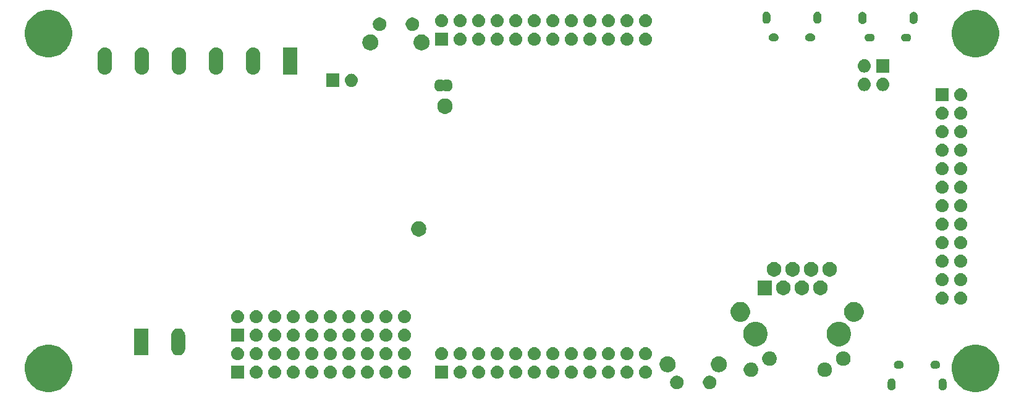
<source format=gbr>
G04 #@! TF.GenerationSoftware,KiCad,Pcbnew,(5.1.2)-1*
G04 #@! TF.CreationDate,2019-05-26T17:54:30-03:00*
G04 #@! TF.ProjectId,dragonmanh7,64726167-6f6e-46d6-916e-68372e6b6963,rev?*
G04 #@! TF.SameCoordinates,Original*
G04 #@! TF.FileFunction,Soldermask,Bot*
G04 #@! TF.FilePolarity,Negative*
%FSLAX46Y46*%
G04 Gerber Fmt 4.6, Leading zero omitted, Abs format (unit mm)*
G04 Created by KiCad (PCBNEW (5.1.2)-1) date 2019-05-26 17:54:30*
%MOMM*%
%LPD*%
G04 APERTURE LIST*
%ADD10C,0.100000*%
G04 APERTURE END LIST*
D10*
G36*
X190626239Y-75043467D02*
G01*
X190940282Y-75105934D01*
X191531926Y-75351001D01*
X191932073Y-75618371D01*
X192021687Y-75678249D01*
X192064392Y-75706784D01*
X192517216Y-76159608D01*
X192872999Y-76692074D01*
X193118066Y-77283718D01*
X193133654Y-77362083D01*
X193243000Y-77911803D01*
X193243000Y-78552197D01*
X193202031Y-78758160D01*
X193118066Y-79180282D01*
X192872999Y-79771926D01*
X192517216Y-80304392D01*
X192064392Y-80757216D01*
X191531926Y-81112999D01*
X190940282Y-81358066D01*
X190626239Y-81420533D01*
X190312197Y-81483000D01*
X189671803Y-81483000D01*
X189357761Y-81420533D01*
X189043718Y-81358066D01*
X188452074Y-81112999D01*
X187919608Y-80757216D01*
X187466784Y-80304392D01*
X187111001Y-79771926D01*
X186865934Y-79180282D01*
X186781969Y-78758160D01*
X186741000Y-78552197D01*
X186741000Y-77911803D01*
X186850346Y-77362083D01*
X186865934Y-77283718D01*
X187111001Y-76692074D01*
X187466784Y-76159608D01*
X187919608Y-75706784D01*
X187962314Y-75678249D01*
X188051927Y-75618371D01*
X188452074Y-75351001D01*
X189043718Y-75105934D01*
X189357761Y-75043467D01*
X189671803Y-74981000D01*
X190312197Y-74981000D01*
X190626239Y-75043467D01*
X190626239Y-75043467D01*
G37*
G36*
X63626239Y-75043467D02*
G01*
X63940282Y-75105934D01*
X64531926Y-75351001D01*
X64932073Y-75618371D01*
X65021687Y-75678249D01*
X65064392Y-75706784D01*
X65517216Y-76159608D01*
X65872999Y-76692074D01*
X66118066Y-77283718D01*
X66133654Y-77362083D01*
X66243000Y-77911803D01*
X66243000Y-78552197D01*
X66202031Y-78758160D01*
X66118066Y-79180282D01*
X65872999Y-79771926D01*
X65517216Y-80304392D01*
X65064392Y-80757216D01*
X64531926Y-81112999D01*
X63940282Y-81358066D01*
X63626239Y-81420533D01*
X63312197Y-81483000D01*
X62671803Y-81483000D01*
X62357761Y-81420533D01*
X62043718Y-81358066D01*
X61452074Y-81112999D01*
X60919608Y-80757216D01*
X60466784Y-80304392D01*
X60111001Y-79771926D01*
X59865934Y-79180282D01*
X59781969Y-78758160D01*
X59741000Y-78552197D01*
X59741000Y-77911803D01*
X59850346Y-77362083D01*
X59865934Y-77283718D01*
X60111001Y-76692074D01*
X60466784Y-76159608D01*
X60919608Y-75706784D01*
X60962314Y-75678249D01*
X61051927Y-75618371D01*
X61452074Y-75351001D01*
X62043718Y-75105934D01*
X62357761Y-75043467D01*
X62671803Y-74981000D01*
X63312197Y-74981000D01*
X63626239Y-75043467D01*
X63626239Y-75043467D01*
G37*
G36*
X185599014Y-79605973D02*
G01*
X185702878Y-79637479D01*
X185746907Y-79661013D01*
X185798599Y-79688643D01*
X185798601Y-79688644D01*
X185798600Y-79688644D01*
X185882501Y-79757499D01*
X185940887Y-79828643D01*
X185951357Y-79841401D01*
X185974467Y-79884636D01*
X186002521Y-79937121D01*
X186034027Y-80040985D01*
X186042000Y-80121933D01*
X186042000Y-80726067D01*
X186034027Y-80807015D01*
X186002521Y-80910879D01*
X186002519Y-80910882D01*
X185951357Y-81006600D01*
X185882501Y-81090501D01*
X185798600Y-81159357D01*
X185730055Y-81195995D01*
X185702879Y-81210521D01*
X185599015Y-81242027D01*
X185491000Y-81252666D01*
X185382986Y-81242027D01*
X185279122Y-81210521D01*
X185251946Y-81195995D01*
X185183401Y-81159357D01*
X185099500Y-81090501D01*
X185030643Y-81006599D01*
X184979481Y-80910882D01*
X184959687Y-80845629D01*
X184947973Y-80807015D01*
X184940000Y-80726067D01*
X184940000Y-80121934D01*
X184947973Y-80040986D01*
X184979479Y-79937122D01*
X185030644Y-79841400D01*
X185099499Y-79757499D01*
X185183400Y-79688644D01*
X185183399Y-79688644D01*
X185183401Y-79688643D01*
X185235093Y-79661013D01*
X185279121Y-79637479D01*
X185382985Y-79605973D01*
X185491000Y-79595334D01*
X185599014Y-79605973D01*
X185599014Y-79605973D01*
G37*
G36*
X178599014Y-79605973D02*
G01*
X178702878Y-79637479D01*
X178746907Y-79661013D01*
X178798599Y-79688643D01*
X178798601Y-79688644D01*
X178798600Y-79688644D01*
X178882501Y-79757499D01*
X178940887Y-79828643D01*
X178951357Y-79841401D01*
X178974467Y-79884636D01*
X179002521Y-79937121D01*
X179034027Y-80040985D01*
X179042000Y-80121933D01*
X179042000Y-80726067D01*
X179034027Y-80807015D01*
X179002521Y-80910879D01*
X179002519Y-80910882D01*
X178951357Y-81006600D01*
X178882501Y-81090501D01*
X178798600Y-81159357D01*
X178730055Y-81195995D01*
X178702879Y-81210521D01*
X178599015Y-81242027D01*
X178491000Y-81252666D01*
X178382986Y-81242027D01*
X178279122Y-81210521D01*
X178251946Y-81195995D01*
X178183401Y-81159357D01*
X178099500Y-81090501D01*
X178030643Y-81006599D01*
X177979481Y-80910882D01*
X177959687Y-80845629D01*
X177947973Y-80807015D01*
X177940000Y-80726067D01*
X177940000Y-80121934D01*
X177947973Y-80040986D01*
X177979479Y-79937122D01*
X178030644Y-79841400D01*
X178099499Y-79757499D01*
X178183400Y-79688644D01*
X178183399Y-79688644D01*
X178183401Y-79688643D01*
X178235093Y-79661013D01*
X178279121Y-79637479D01*
X178382985Y-79605973D01*
X178491000Y-79595334D01*
X178599014Y-79605973D01*
X178599014Y-79605973D01*
G37*
G36*
X149341044Y-79256745D02*
G01*
X149509566Y-79326549D01*
X149661231Y-79427888D01*
X149790212Y-79556869D01*
X149891551Y-79708534D01*
X149961355Y-79877056D01*
X149996940Y-80055957D01*
X149996940Y-80238363D01*
X149961355Y-80417264D01*
X149891551Y-80585786D01*
X149790212Y-80737451D01*
X149661231Y-80866432D01*
X149509566Y-80967771D01*
X149341044Y-81037575D01*
X149162143Y-81073160D01*
X148979737Y-81073160D01*
X148800836Y-81037575D01*
X148632314Y-80967771D01*
X148480649Y-80866432D01*
X148351668Y-80737451D01*
X148250329Y-80585786D01*
X148180525Y-80417264D01*
X148144940Y-80238363D01*
X148144940Y-80055957D01*
X148180525Y-79877056D01*
X148250329Y-79708534D01*
X148351668Y-79556869D01*
X148480649Y-79427888D01*
X148632314Y-79326549D01*
X148800836Y-79256745D01*
X148979737Y-79221160D01*
X149162143Y-79221160D01*
X149341044Y-79256745D01*
X149341044Y-79256745D01*
G37*
G36*
X153841044Y-79256745D02*
G01*
X154009566Y-79326549D01*
X154161231Y-79427888D01*
X154290212Y-79556869D01*
X154391551Y-79708534D01*
X154461355Y-79877056D01*
X154496940Y-80055957D01*
X154496940Y-80238363D01*
X154461355Y-80417264D01*
X154391551Y-80585786D01*
X154290212Y-80737451D01*
X154161231Y-80866432D01*
X154009566Y-80967771D01*
X153841044Y-81037575D01*
X153662143Y-81073160D01*
X153479737Y-81073160D01*
X153300836Y-81037575D01*
X153132314Y-80967771D01*
X152980649Y-80866432D01*
X152851668Y-80737451D01*
X152750329Y-80585786D01*
X152680525Y-80417264D01*
X152644940Y-80238363D01*
X152644940Y-80055957D01*
X152680525Y-79877056D01*
X152750329Y-79708534D01*
X152851668Y-79556869D01*
X152980649Y-79427888D01*
X153132314Y-79326549D01*
X153300836Y-79256745D01*
X153479737Y-79221160D01*
X153662143Y-79221160D01*
X153841044Y-79256745D01*
X153841044Y-79256745D01*
G37*
G36*
X99170443Y-77845519D02*
G01*
X99236627Y-77852037D01*
X99406466Y-77903557D01*
X99562991Y-77987222D01*
X99598729Y-78016552D01*
X99700186Y-78099814D01*
X99783448Y-78201271D01*
X99812778Y-78237009D01*
X99896443Y-78393534D01*
X99947963Y-78563373D01*
X99965359Y-78740000D01*
X99947963Y-78916627D01*
X99896443Y-79086466D01*
X99812778Y-79242991D01*
X99801490Y-79256745D01*
X99700186Y-79380186D01*
X99598729Y-79463448D01*
X99562991Y-79492778D01*
X99406466Y-79576443D01*
X99236627Y-79627963D01*
X99170442Y-79634482D01*
X99104260Y-79641000D01*
X99015740Y-79641000D01*
X98949558Y-79634482D01*
X98883373Y-79627963D01*
X98713534Y-79576443D01*
X98557009Y-79492778D01*
X98521271Y-79463448D01*
X98419814Y-79380186D01*
X98318510Y-79256745D01*
X98307222Y-79242991D01*
X98223557Y-79086466D01*
X98172037Y-78916627D01*
X98154641Y-78740000D01*
X98172037Y-78563373D01*
X98223557Y-78393534D01*
X98307222Y-78237009D01*
X98336552Y-78201271D01*
X98419814Y-78099814D01*
X98521271Y-78016552D01*
X98557009Y-77987222D01*
X98713534Y-77903557D01*
X98883373Y-77852037D01*
X98949557Y-77845519D01*
X99015740Y-77839000D01*
X99104260Y-77839000D01*
X99170443Y-77845519D01*
X99170443Y-77845519D01*
G37*
G36*
X89801000Y-79641000D02*
G01*
X87999000Y-79641000D01*
X87999000Y-77839000D01*
X89801000Y-77839000D01*
X89801000Y-79641000D01*
X89801000Y-79641000D01*
G37*
G36*
X91550443Y-77845519D02*
G01*
X91616627Y-77852037D01*
X91786466Y-77903557D01*
X91942991Y-77987222D01*
X91978729Y-78016552D01*
X92080186Y-78099814D01*
X92163448Y-78201271D01*
X92192778Y-78237009D01*
X92276443Y-78393534D01*
X92327963Y-78563373D01*
X92345359Y-78740000D01*
X92327963Y-78916627D01*
X92276443Y-79086466D01*
X92192778Y-79242991D01*
X92181490Y-79256745D01*
X92080186Y-79380186D01*
X91978729Y-79463448D01*
X91942991Y-79492778D01*
X91786466Y-79576443D01*
X91616627Y-79627963D01*
X91550442Y-79634482D01*
X91484260Y-79641000D01*
X91395740Y-79641000D01*
X91329558Y-79634482D01*
X91263373Y-79627963D01*
X91093534Y-79576443D01*
X90937009Y-79492778D01*
X90901271Y-79463448D01*
X90799814Y-79380186D01*
X90698510Y-79256745D01*
X90687222Y-79242991D01*
X90603557Y-79086466D01*
X90552037Y-78916627D01*
X90534641Y-78740000D01*
X90552037Y-78563373D01*
X90603557Y-78393534D01*
X90687222Y-78237009D01*
X90716552Y-78201271D01*
X90799814Y-78099814D01*
X90901271Y-78016552D01*
X90937009Y-77987222D01*
X91093534Y-77903557D01*
X91263373Y-77852037D01*
X91329557Y-77845519D01*
X91395740Y-77839000D01*
X91484260Y-77839000D01*
X91550443Y-77845519D01*
X91550443Y-77845519D01*
G37*
G36*
X94090443Y-77845519D02*
G01*
X94156627Y-77852037D01*
X94326466Y-77903557D01*
X94482991Y-77987222D01*
X94518729Y-78016552D01*
X94620186Y-78099814D01*
X94703448Y-78201271D01*
X94732778Y-78237009D01*
X94816443Y-78393534D01*
X94867963Y-78563373D01*
X94885359Y-78740000D01*
X94867963Y-78916627D01*
X94816443Y-79086466D01*
X94732778Y-79242991D01*
X94721490Y-79256745D01*
X94620186Y-79380186D01*
X94518729Y-79463448D01*
X94482991Y-79492778D01*
X94326466Y-79576443D01*
X94156627Y-79627963D01*
X94090442Y-79634482D01*
X94024260Y-79641000D01*
X93935740Y-79641000D01*
X93869558Y-79634482D01*
X93803373Y-79627963D01*
X93633534Y-79576443D01*
X93477009Y-79492778D01*
X93441271Y-79463448D01*
X93339814Y-79380186D01*
X93238510Y-79256745D01*
X93227222Y-79242991D01*
X93143557Y-79086466D01*
X93092037Y-78916627D01*
X93074641Y-78740000D01*
X93092037Y-78563373D01*
X93143557Y-78393534D01*
X93227222Y-78237009D01*
X93256552Y-78201271D01*
X93339814Y-78099814D01*
X93441271Y-78016552D01*
X93477009Y-77987222D01*
X93633534Y-77903557D01*
X93803373Y-77852037D01*
X93869557Y-77845519D01*
X93935740Y-77839000D01*
X94024260Y-77839000D01*
X94090443Y-77845519D01*
X94090443Y-77845519D01*
G37*
G36*
X96630443Y-77845519D02*
G01*
X96696627Y-77852037D01*
X96866466Y-77903557D01*
X97022991Y-77987222D01*
X97058729Y-78016552D01*
X97160186Y-78099814D01*
X97243448Y-78201271D01*
X97272778Y-78237009D01*
X97356443Y-78393534D01*
X97407963Y-78563373D01*
X97425359Y-78740000D01*
X97407963Y-78916627D01*
X97356443Y-79086466D01*
X97272778Y-79242991D01*
X97261490Y-79256745D01*
X97160186Y-79380186D01*
X97058729Y-79463448D01*
X97022991Y-79492778D01*
X96866466Y-79576443D01*
X96696627Y-79627963D01*
X96630442Y-79634482D01*
X96564260Y-79641000D01*
X96475740Y-79641000D01*
X96409558Y-79634482D01*
X96343373Y-79627963D01*
X96173534Y-79576443D01*
X96017009Y-79492778D01*
X95981271Y-79463448D01*
X95879814Y-79380186D01*
X95778510Y-79256745D01*
X95767222Y-79242991D01*
X95683557Y-79086466D01*
X95632037Y-78916627D01*
X95614641Y-78740000D01*
X95632037Y-78563373D01*
X95683557Y-78393534D01*
X95767222Y-78237009D01*
X95796552Y-78201271D01*
X95879814Y-78099814D01*
X95981271Y-78016552D01*
X96017009Y-77987222D01*
X96173534Y-77903557D01*
X96343373Y-77852037D01*
X96409557Y-77845519D01*
X96475740Y-77839000D01*
X96564260Y-77839000D01*
X96630443Y-77845519D01*
X96630443Y-77845519D01*
G37*
G36*
X144890443Y-77845519D02*
G01*
X144956627Y-77852037D01*
X145126466Y-77903557D01*
X145282991Y-77987222D01*
X145318729Y-78016552D01*
X145420186Y-78099814D01*
X145503448Y-78201271D01*
X145532778Y-78237009D01*
X145616443Y-78393534D01*
X145667963Y-78563373D01*
X145685359Y-78740000D01*
X145667963Y-78916627D01*
X145616443Y-79086466D01*
X145532778Y-79242991D01*
X145521490Y-79256745D01*
X145420186Y-79380186D01*
X145318729Y-79463448D01*
X145282991Y-79492778D01*
X145126466Y-79576443D01*
X144956627Y-79627963D01*
X144890442Y-79634482D01*
X144824260Y-79641000D01*
X144735740Y-79641000D01*
X144669558Y-79634482D01*
X144603373Y-79627963D01*
X144433534Y-79576443D01*
X144277009Y-79492778D01*
X144241271Y-79463448D01*
X144139814Y-79380186D01*
X144038510Y-79256745D01*
X144027222Y-79242991D01*
X143943557Y-79086466D01*
X143892037Y-78916627D01*
X143874641Y-78740000D01*
X143892037Y-78563373D01*
X143943557Y-78393534D01*
X144027222Y-78237009D01*
X144056552Y-78201271D01*
X144139814Y-78099814D01*
X144241271Y-78016552D01*
X144277009Y-77987222D01*
X144433534Y-77903557D01*
X144603373Y-77852037D01*
X144669557Y-77845519D01*
X144735740Y-77839000D01*
X144824260Y-77839000D01*
X144890443Y-77845519D01*
X144890443Y-77845519D01*
G37*
G36*
X142350443Y-77845519D02*
G01*
X142416627Y-77852037D01*
X142586466Y-77903557D01*
X142742991Y-77987222D01*
X142778729Y-78016552D01*
X142880186Y-78099814D01*
X142963448Y-78201271D01*
X142992778Y-78237009D01*
X143076443Y-78393534D01*
X143127963Y-78563373D01*
X143145359Y-78740000D01*
X143127963Y-78916627D01*
X143076443Y-79086466D01*
X142992778Y-79242991D01*
X142981490Y-79256745D01*
X142880186Y-79380186D01*
X142778729Y-79463448D01*
X142742991Y-79492778D01*
X142586466Y-79576443D01*
X142416627Y-79627963D01*
X142350442Y-79634482D01*
X142284260Y-79641000D01*
X142195740Y-79641000D01*
X142129558Y-79634482D01*
X142063373Y-79627963D01*
X141893534Y-79576443D01*
X141737009Y-79492778D01*
X141701271Y-79463448D01*
X141599814Y-79380186D01*
X141498510Y-79256745D01*
X141487222Y-79242991D01*
X141403557Y-79086466D01*
X141352037Y-78916627D01*
X141334641Y-78740000D01*
X141352037Y-78563373D01*
X141403557Y-78393534D01*
X141487222Y-78237009D01*
X141516552Y-78201271D01*
X141599814Y-78099814D01*
X141701271Y-78016552D01*
X141737009Y-77987222D01*
X141893534Y-77903557D01*
X142063373Y-77852037D01*
X142129557Y-77845519D01*
X142195740Y-77839000D01*
X142284260Y-77839000D01*
X142350443Y-77845519D01*
X142350443Y-77845519D01*
G37*
G36*
X139810443Y-77845519D02*
G01*
X139876627Y-77852037D01*
X140046466Y-77903557D01*
X140202991Y-77987222D01*
X140238729Y-78016552D01*
X140340186Y-78099814D01*
X140423448Y-78201271D01*
X140452778Y-78237009D01*
X140536443Y-78393534D01*
X140587963Y-78563373D01*
X140605359Y-78740000D01*
X140587963Y-78916627D01*
X140536443Y-79086466D01*
X140452778Y-79242991D01*
X140441490Y-79256745D01*
X140340186Y-79380186D01*
X140238729Y-79463448D01*
X140202991Y-79492778D01*
X140046466Y-79576443D01*
X139876627Y-79627963D01*
X139810442Y-79634482D01*
X139744260Y-79641000D01*
X139655740Y-79641000D01*
X139589558Y-79634482D01*
X139523373Y-79627963D01*
X139353534Y-79576443D01*
X139197009Y-79492778D01*
X139161271Y-79463448D01*
X139059814Y-79380186D01*
X138958510Y-79256745D01*
X138947222Y-79242991D01*
X138863557Y-79086466D01*
X138812037Y-78916627D01*
X138794641Y-78740000D01*
X138812037Y-78563373D01*
X138863557Y-78393534D01*
X138947222Y-78237009D01*
X138976552Y-78201271D01*
X139059814Y-78099814D01*
X139161271Y-78016552D01*
X139197009Y-77987222D01*
X139353534Y-77903557D01*
X139523373Y-77852037D01*
X139589557Y-77845519D01*
X139655740Y-77839000D01*
X139744260Y-77839000D01*
X139810443Y-77845519D01*
X139810443Y-77845519D01*
G37*
G36*
X137270443Y-77845519D02*
G01*
X137336627Y-77852037D01*
X137506466Y-77903557D01*
X137662991Y-77987222D01*
X137698729Y-78016552D01*
X137800186Y-78099814D01*
X137883448Y-78201271D01*
X137912778Y-78237009D01*
X137996443Y-78393534D01*
X138047963Y-78563373D01*
X138065359Y-78740000D01*
X138047963Y-78916627D01*
X137996443Y-79086466D01*
X137912778Y-79242991D01*
X137901490Y-79256745D01*
X137800186Y-79380186D01*
X137698729Y-79463448D01*
X137662991Y-79492778D01*
X137506466Y-79576443D01*
X137336627Y-79627963D01*
X137270442Y-79634482D01*
X137204260Y-79641000D01*
X137115740Y-79641000D01*
X137049558Y-79634482D01*
X136983373Y-79627963D01*
X136813534Y-79576443D01*
X136657009Y-79492778D01*
X136621271Y-79463448D01*
X136519814Y-79380186D01*
X136418510Y-79256745D01*
X136407222Y-79242991D01*
X136323557Y-79086466D01*
X136272037Y-78916627D01*
X136254641Y-78740000D01*
X136272037Y-78563373D01*
X136323557Y-78393534D01*
X136407222Y-78237009D01*
X136436552Y-78201271D01*
X136519814Y-78099814D01*
X136621271Y-78016552D01*
X136657009Y-77987222D01*
X136813534Y-77903557D01*
X136983373Y-77852037D01*
X137049557Y-77845519D01*
X137115740Y-77839000D01*
X137204260Y-77839000D01*
X137270443Y-77845519D01*
X137270443Y-77845519D01*
G37*
G36*
X132190443Y-77845519D02*
G01*
X132256627Y-77852037D01*
X132426466Y-77903557D01*
X132582991Y-77987222D01*
X132618729Y-78016552D01*
X132720186Y-78099814D01*
X132803448Y-78201271D01*
X132832778Y-78237009D01*
X132916443Y-78393534D01*
X132967963Y-78563373D01*
X132985359Y-78740000D01*
X132967963Y-78916627D01*
X132916443Y-79086466D01*
X132832778Y-79242991D01*
X132821490Y-79256745D01*
X132720186Y-79380186D01*
X132618729Y-79463448D01*
X132582991Y-79492778D01*
X132426466Y-79576443D01*
X132256627Y-79627963D01*
X132190442Y-79634482D01*
X132124260Y-79641000D01*
X132035740Y-79641000D01*
X131969558Y-79634482D01*
X131903373Y-79627963D01*
X131733534Y-79576443D01*
X131577009Y-79492778D01*
X131541271Y-79463448D01*
X131439814Y-79380186D01*
X131338510Y-79256745D01*
X131327222Y-79242991D01*
X131243557Y-79086466D01*
X131192037Y-78916627D01*
X131174641Y-78740000D01*
X131192037Y-78563373D01*
X131243557Y-78393534D01*
X131327222Y-78237009D01*
X131356552Y-78201271D01*
X131439814Y-78099814D01*
X131541271Y-78016552D01*
X131577009Y-77987222D01*
X131733534Y-77903557D01*
X131903373Y-77852037D01*
X131969557Y-77845519D01*
X132035740Y-77839000D01*
X132124260Y-77839000D01*
X132190443Y-77845519D01*
X132190443Y-77845519D01*
G37*
G36*
X129650443Y-77845519D02*
G01*
X129716627Y-77852037D01*
X129886466Y-77903557D01*
X130042991Y-77987222D01*
X130078729Y-78016552D01*
X130180186Y-78099814D01*
X130263448Y-78201271D01*
X130292778Y-78237009D01*
X130376443Y-78393534D01*
X130427963Y-78563373D01*
X130445359Y-78740000D01*
X130427963Y-78916627D01*
X130376443Y-79086466D01*
X130292778Y-79242991D01*
X130281490Y-79256745D01*
X130180186Y-79380186D01*
X130078729Y-79463448D01*
X130042991Y-79492778D01*
X129886466Y-79576443D01*
X129716627Y-79627963D01*
X129650442Y-79634482D01*
X129584260Y-79641000D01*
X129495740Y-79641000D01*
X129429558Y-79634482D01*
X129363373Y-79627963D01*
X129193534Y-79576443D01*
X129037009Y-79492778D01*
X129001271Y-79463448D01*
X128899814Y-79380186D01*
X128798510Y-79256745D01*
X128787222Y-79242991D01*
X128703557Y-79086466D01*
X128652037Y-78916627D01*
X128634641Y-78740000D01*
X128652037Y-78563373D01*
X128703557Y-78393534D01*
X128787222Y-78237009D01*
X128816552Y-78201271D01*
X128899814Y-78099814D01*
X129001271Y-78016552D01*
X129037009Y-77987222D01*
X129193534Y-77903557D01*
X129363373Y-77852037D01*
X129429557Y-77845519D01*
X129495740Y-77839000D01*
X129584260Y-77839000D01*
X129650443Y-77845519D01*
X129650443Y-77845519D01*
G37*
G36*
X124570443Y-77845519D02*
G01*
X124636627Y-77852037D01*
X124806466Y-77903557D01*
X124962991Y-77987222D01*
X124998729Y-78016552D01*
X125100186Y-78099814D01*
X125183448Y-78201271D01*
X125212778Y-78237009D01*
X125296443Y-78393534D01*
X125347963Y-78563373D01*
X125365359Y-78740000D01*
X125347963Y-78916627D01*
X125296443Y-79086466D01*
X125212778Y-79242991D01*
X125201490Y-79256745D01*
X125100186Y-79380186D01*
X124998729Y-79463448D01*
X124962991Y-79492778D01*
X124806466Y-79576443D01*
X124636627Y-79627963D01*
X124570442Y-79634482D01*
X124504260Y-79641000D01*
X124415740Y-79641000D01*
X124349558Y-79634482D01*
X124283373Y-79627963D01*
X124113534Y-79576443D01*
X123957009Y-79492778D01*
X123921271Y-79463448D01*
X123819814Y-79380186D01*
X123718510Y-79256745D01*
X123707222Y-79242991D01*
X123623557Y-79086466D01*
X123572037Y-78916627D01*
X123554641Y-78740000D01*
X123572037Y-78563373D01*
X123623557Y-78393534D01*
X123707222Y-78237009D01*
X123736552Y-78201271D01*
X123819814Y-78099814D01*
X123921271Y-78016552D01*
X123957009Y-77987222D01*
X124113534Y-77903557D01*
X124283373Y-77852037D01*
X124349557Y-77845519D01*
X124415740Y-77839000D01*
X124504260Y-77839000D01*
X124570443Y-77845519D01*
X124570443Y-77845519D01*
G37*
G36*
X122030443Y-77845519D02*
G01*
X122096627Y-77852037D01*
X122266466Y-77903557D01*
X122422991Y-77987222D01*
X122458729Y-78016552D01*
X122560186Y-78099814D01*
X122643448Y-78201271D01*
X122672778Y-78237009D01*
X122756443Y-78393534D01*
X122807963Y-78563373D01*
X122825359Y-78740000D01*
X122807963Y-78916627D01*
X122756443Y-79086466D01*
X122672778Y-79242991D01*
X122661490Y-79256745D01*
X122560186Y-79380186D01*
X122458729Y-79463448D01*
X122422991Y-79492778D01*
X122266466Y-79576443D01*
X122096627Y-79627963D01*
X122030442Y-79634482D01*
X121964260Y-79641000D01*
X121875740Y-79641000D01*
X121809558Y-79634482D01*
X121743373Y-79627963D01*
X121573534Y-79576443D01*
X121417009Y-79492778D01*
X121381271Y-79463448D01*
X121279814Y-79380186D01*
X121178510Y-79256745D01*
X121167222Y-79242991D01*
X121083557Y-79086466D01*
X121032037Y-78916627D01*
X121014641Y-78740000D01*
X121032037Y-78563373D01*
X121083557Y-78393534D01*
X121167222Y-78237009D01*
X121196552Y-78201271D01*
X121279814Y-78099814D01*
X121381271Y-78016552D01*
X121417009Y-77987222D01*
X121573534Y-77903557D01*
X121743373Y-77852037D01*
X121809557Y-77845519D01*
X121875740Y-77839000D01*
X121964260Y-77839000D01*
X122030443Y-77845519D01*
X122030443Y-77845519D01*
G37*
G36*
X119490443Y-77845519D02*
G01*
X119556627Y-77852037D01*
X119726466Y-77903557D01*
X119882991Y-77987222D01*
X119918729Y-78016552D01*
X120020186Y-78099814D01*
X120103448Y-78201271D01*
X120132778Y-78237009D01*
X120216443Y-78393534D01*
X120267963Y-78563373D01*
X120285359Y-78740000D01*
X120267963Y-78916627D01*
X120216443Y-79086466D01*
X120132778Y-79242991D01*
X120121490Y-79256745D01*
X120020186Y-79380186D01*
X119918729Y-79463448D01*
X119882991Y-79492778D01*
X119726466Y-79576443D01*
X119556627Y-79627963D01*
X119490442Y-79634482D01*
X119424260Y-79641000D01*
X119335740Y-79641000D01*
X119269558Y-79634482D01*
X119203373Y-79627963D01*
X119033534Y-79576443D01*
X118877009Y-79492778D01*
X118841271Y-79463448D01*
X118739814Y-79380186D01*
X118638510Y-79256745D01*
X118627222Y-79242991D01*
X118543557Y-79086466D01*
X118492037Y-78916627D01*
X118474641Y-78740000D01*
X118492037Y-78563373D01*
X118543557Y-78393534D01*
X118627222Y-78237009D01*
X118656552Y-78201271D01*
X118739814Y-78099814D01*
X118841271Y-78016552D01*
X118877009Y-77987222D01*
X119033534Y-77903557D01*
X119203373Y-77852037D01*
X119269557Y-77845519D01*
X119335740Y-77839000D01*
X119424260Y-77839000D01*
X119490443Y-77845519D01*
X119490443Y-77845519D01*
G37*
G36*
X117741000Y-79641000D02*
G01*
X115939000Y-79641000D01*
X115939000Y-77839000D01*
X117741000Y-77839000D01*
X117741000Y-79641000D01*
X117741000Y-79641000D01*
G37*
G36*
X111870443Y-77845519D02*
G01*
X111936627Y-77852037D01*
X112106466Y-77903557D01*
X112262991Y-77987222D01*
X112298729Y-78016552D01*
X112400186Y-78099814D01*
X112483448Y-78201271D01*
X112512778Y-78237009D01*
X112596443Y-78393534D01*
X112647963Y-78563373D01*
X112665359Y-78740000D01*
X112647963Y-78916627D01*
X112596443Y-79086466D01*
X112512778Y-79242991D01*
X112501490Y-79256745D01*
X112400186Y-79380186D01*
X112298729Y-79463448D01*
X112262991Y-79492778D01*
X112106466Y-79576443D01*
X111936627Y-79627963D01*
X111870442Y-79634482D01*
X111804260Y-79641000D01*
X111715740Y-79641000D01*
X111649558Y-79634482D01*
X111583373Y-79627963D01*
X111413534Y-79576443D01*
X111257009Y-79492778D01*
X111221271Y-79463448D01*
X111119814Y-79380186D01*
X111018510Y-79256745D01*
X111007222Y-79242991D01*
X110923557Y-79086466D01*
X110872037Y-78916627D01*
X110854641Y-78740000D01*
X110872037Y-78563373D01*
X110923557Y-78393534D01*
X111007222Y-78237009D01*
X111036552Y-78201271D01*
X111119814Y-78099814D01*
X111221271Y-78016552D01*
X111257009Y-77987222D01*
X111413534Y-77903557D01*
X111583373Y-77852037D01*
X111649557Y-77845519D01*
X111715740Y-77839000D01*
X111804260Y-77839000D01*
X111870443Y-77845519D01*
X111870443Y-77845519D01*
G37*
G36*
X109330443Y-77845519D02*
G01*
X109396627Y-77852037D01*
X109566466Y-77903557D01*
X109722991Y-77987222D01*
X109758729Y-78016552D01*
X109860186Y-78099814D01*
X109943448Y-78201271D01*
X109972778Y-78237009D01*
X110056443Y-78393534D01*
X110107963Y-78563373D01*
X110125359Y-78740000D01*
X110107963Y-78916627D01*
X110056443Y-79086466D01*
X109972778Y-79242991D01*
X109961490Y-79256745D01*
X109860186Y-79380186D01*
X109758729Y-79463448D01*
X109722991Y-79492778D01*
X109566466Y-79576443D01*
X109396627Y-79627963D01*
X109330442Y-79634482D01*
X109264260Y-79641000D01*
X109175740Y-79641000D01*
X109109558Y-79634482D01*
X109043373Y-79627963D01*
X108873534Y-79576443D01*
X108717009Y-79492778D01*
X108681271Y-79463448D01*
X108579814Y-79380186D01*
X108478510Y-79256745D01*
X108467222Y-79242991D01*
X108383557Y-79086466D01*
X108332037Y-78916627D01*
X108314641Y-78740000D01*
X108332037Y-78563373D01*
X108383557Y-78393534D01*
X108467222Y-78237009D01*
X108496552Y-78201271D01*
X108579814Y-78099814D01*
X108681271Y-78016552D01*
X108717009Y-77987222D01*
X108873534Y-77903557D01*
X109043373Y-77852037D01*
X109109557Y-77845519D01*
X109175740Y-77839000D01*
X109264260Y-77839000D01*
X109330443Y-77845519D01*
X109330443Y-77845519D01*
G37*
G36*
X134730443Y-77845519D02*
G01*
X134796627Y-77852037D01*
X134966466Y-77903557D01*
X135122991Y-77987222D01*
X135158729Y-78016552D01*
X135260186Y-78099814D01*
X135343448Y-78201271D01*
X135372778Y-78237009D01*
X135456443Y-78393534D01*
X135507963Y-78563373D01*
X135525359Y-78740000D01*
X135507963Y-78916627D01*
X135456443Y-79086466D01*
X135372778Y-79242991D01*
X135361490Y-79256745D01*
X135260186Y-79380186D01*
X135158729Y-79463448D01*
X135122991Y-79492778D01*
X134966466Y-79576443D01*
X134796627Y-79627963D01*
X134730442Y-79634482D01*
X134664260Y-79641000D01*
X134575740Y-79641000D01*
X134509558Y-79634482D01*
X134443373Y-79627963D01*
X134273534Y-79576443D01*
X134117009Y-79492778D01*
X134081271Y-79463448D01*
X133979814Y-79380186D01*
X133878510Y-79256745D01*
X133867222Y-79242991D01*
X133783557Y-79086466D01*
X133732037Y-78916627D01*
X133714641Y-78740000D01*
X133732037Y-78563373D01*
X133783557Y-78393534D01*
X133867222Y-78237009D01*
X133896552Y-78201271D01*
X133979814Y-78099814D01*
X134081271Y-78016552D01*
X134117009Y-77987222D01*
X134273534Y-77903557D01*
X134443373Y-77852037D01*
X134509557Y-77845519D01*
X134575740Y-77839000D01*
X134664260Y-77839000D01*
X134730443Y-77845519D01*
X134730443Y-77845519D01*
G37*
G36*
X106790443Y-77845519D02*
G01*
X106856627Y-77852037D01*
X107026466Y-77903557D01*
X107182991Y-77987222D01*
X107218729Y-78016552D01*
X107320186Y-78099814D01*
X107403448Y-78201271D01*
X107432778Y-78237009D01*
X107516443Y-78393534D01*
X107567963Y-78563373D01*
X107585359Y-78740000D01*
X107567963Y-78916627D01*
X107516443Y-79086466D01*
X107432778Y-79242991D01*
X107421490Y-79256745D01*
X107320186Y-79380186D01*
X107218729Y-79463448D01*
X107182991Y-79492778D01*
X107026466Y-79576443D01*
X106856627Y-79627963D01*
X106790442Y-79634482D01*
X106724260Y-79641000D01*
X106635740Y-79641000D01*
X106569558Y-79634482D01*
X106503373Y-79627963D01*
X106333534Y-79576443D01*
X106177009Y-79492778D01*
X106141271Y-79463448D01*
X106039814Y-79380186D01*
X105938510Y-79256745D01*
X105927222Y-79242991D01*
X105843557Y-79086466D01*
X105792037Y-78916627D01*
X105774641Y-78740000D01*
X105792037Y-78563373D01*
X105843557Y-78393534D01*
X105927222Y-78237009D01*
X105956552Y-78201271D01*
X106039814Y-78099814D01*
X106141271Y-78016552D01*
X106177009Y-77987222D01*
X106333534Y-77903557D01*
X106503373Y-77852037D01*
X106569557Y-77845519D01*
X106635740Y-77839000D01*
X106724260Y-77839000D01*
X106790443Y-77845519D01*
X106790443Y-77845519D01*
G37*
G36*
X104250443Y-77845519D02*
G01*
X104316627Y-77852037D01*
X104486466Y-77903557D01*
X104642991Y-77987222D01*
X104678729Y-78016552D01*
X104780186Y-78099814D01*
X104863448Y-78201271D01*
X104892778Y-78237009D01*
X104976443Y-78393534D01*
X105027963Y-78563373D01*
X105045359Y-78740000D01*
X105027963Y-78916627D01*
X104976443Y-79086466D01*
X104892778Y-79242991D01*
X104881490Y-79256745D01*
X104780186Y-79380186D01*
X104678729Y-79463448D01*
X104642991Y-79492778D01*
X104486466Y-79576443D01*
X104316627Y-79627963D01*
X104250442Y-79634482D01*
X104184260Y-79641000D01*
X104095740Y-79641000D01*
X104029558Y-79634482D01*
X103963373Y-79627963D01*
X103793534Y-79576443D01*
X103637009Y-79492778D01*
X103601271Y-79463448D01*
X103499814Y-79380186D01*
X103398510Y-79256745D01*
X103387222Y-79242991D01*
X103303557Y-79086466D01*
X103252037Y-78916627D01*
X103234641Y-78740000D01*
X103252037Y-78563373D01*
X103303557Y-78393534D01*
X103387222Y-78237009D01*
X103416552Y-78201271D01*
X103499814Y-78099814D01*
X103601271Y-78016552D01*
X103637009Y-77987222D01*
X103793534Y-77903557D01*
X103963373Y-77852037D01*
X104029557Y-77845519D01*
X104095740Y-77839000D01*
X104184260Y-77839000D01*
X104250443Y-77845519D01*
X104250443Y-77845519D01*
G37*
G36*
X101710443Y-77845519D02*
G01*
X101776627Y-77852037D01*
X101946466Y-77903557D01*
X102102991Y-77987222D01*
X102138729Y-78016552D01*
X102240186Y-78099814D01*
X102323448Y-78201271D01*
X102352778Y-78237009D01*
X102436443Y-78393534D01*
X102487963Y-78563373D01*
X102505359Y-78740000D01*
X102487963Y-78916627D01*
X102436443Y-79086466D01*
X102352778Y-79242991D01*
X102341490Y-79256745D01*
X102240186Y-79380186D01*
X102138729Y-79463448D01*
X102102991Y-79492778D01*
X101946466Y-79576443D01*
X101776627Y-79627963D01*
X101710442Y-79634482D01*
X101644260Y-79641000D01*
X101555740Y-79641000D01*
X101489558Y-79634482D01*
X101423373Y-79627963D01*
X101253534Y-79576443D01*
X101097009Y-79492778D01*
X101061271Y-79463448D01*
X100959814Y-79380186D01*
X100858510Y-79256745D01*
X100847222Y-79242991D01*
X100763557Y-79086466D01*
X100712037Y-78916627D01*
X100694641Y-78740000D01*
X100712037Y-78563373D01*
X100763557Y-78393534D01*
X100847222Y-78237009D01*
X100876552Y-78201271D01*
X100959814Y-78099814D01*
X101061271Y-78016552D01*
X101097009Y-77987222D01*
X101253534Y-77903557D01*
X101423373Y-77852037D01*
X101489557Y-77845519D01*
X101555740Y-77839000D01*
X101644260Y-77839000D01*
X101710443Y-77845519D01*
X101710443Y-77845519D01*
G37*
G36*
X127110443Y-77845519D02*
G01*
X127176627Y-77852037D01*
X127346466Y-77903557D01*
X127502991Y-77987222D01*
X127538729Y-78016552D01*
X127640186Y-78099814D01*
X127723448Y-78201271D01*
X127752778Y-78237009D01*
X127836443Y-78393534D01*
X127887963Y-78563373D01*
X127905359Y-78740000D01*
X127887963Y-78916627D01*
X127836443Y-79086466D01*
X127752778Y-79242991D01*
X127741490Y-79256745D01*
X127640186Y-79380186D01*
X127538729Y-79463448D01*
X127502991Y-79492778D01*
X127346466Y-79576443D01*
X127176627Y-79627963D01*
X127110442Y-79634482D01*
X127044260Y-79641000D01*
X126955740Y-79641000D01*
X126889558Y-79634482D01*
X126823373Y-79627963D01*
X126653534Y-79576443D01*
X126497009Y-79492778D01*
X126461271Y-79463448D01*
X126359814Y-79380186D01*
X126258510Y-79256745D01*
X126247222Y-79242991D01*
X126163557Y-79086466D01*
X126112037Y-78916627D01*
X126094641Y-78740000D01*
X126112037Y-78563373D01*
X126163557Y-78393534D01*
X126247222Y-78237009D01*
X126276552Y-78201271D01*
X126359814Y-78099814D01*
X126461271Y-78016552D01*
X126497009Y-77987222D01*
X126653534Y-77903557D01*
X126823373Y-77852037D01*
X126889557Y-77845519D01*
X126955740Y-77839000D01*
X127044260Y-77839000D01*
X127110443Y-77845519D01*
X127110443Y-77845519D01*
G37*
G36*
X159522721Y-77452575D02*
G01*
X159613353Y-77490116D01*
X159703983Y-77527656D01*
X159867113Y-77636656D01*
X160005844Y-77775387D01*
X160114844Y-77938517D01*
X160135018Y-77987222D01*
X160189925Y-78119779D01*
X160228200Y-78312201D01*
X160228200Y-78508399D01*
X160189925Y-78700821D01*
X160183700Y-78715849D01*
X160114844Y-78882083D01*
X160005844Y-79045213D01*
X159867113Y-79183944D01*
X159703983Y-79292944D01*
X159613353Y-79330484D01*
X159522721Y-79368025D01*
X159330299Y-79406300D01*
X159134101Y-79406300D01*
X158941679Y-79368025D01*
X158851047Y-79330484D01*
X158760417Y-79292944D01*
X158597287Y-79183944D01*
X158458556Y-79045213D01*
X158349556Y-78882083D01*
X158280700Y-78715849D01*
X158274475Y-78700821D01*
X158236200Y-78508399D01*
X158236200Y-78312201D01*
X158274475Y-78119779D01*
X158329382Y-77987222D01*
X158349556Y-77938517D01*
X158458556Y-77775387D01*
X158597287Y-77636656D01*
X158760417Y-77527656D01*
X158851048Y-77490116D01*
X158941679Y-77452575D01*
X159134101Y-77414300D01*
X159330299Y-77414300D01*
X159522721Y-77452575D01*
X159522721Y-77452575D01*
G37*
G36*
X169632721Y-77452575D02*
G01*
X169723353Y-77490116D01*
X169813983Y-77527656D01*
X169977113Y-77636656D01*
X170115844Y-77775387D01*
X170224844Y-77938517D01*
X170245018Y-77987222D01*
X170299925Y-78119779D01*
X170338200Y-78312201D01*
X170338200Y-78508399D01*
X170299925Y-78700821D01*
X170293700Y-78715849D01*
X170224844Y-78882083D01*
X170115844Y-79045213D01*
X169977113Y-79183944D01*
X169813983Y-79292944D01*
X169723353Y-79330484D01*
X169632721Y-79368025D01*
X169440299Y-79406300D01*
X169244101Y-79406300D01*
X169051679Y-79368025D01*
X168961047Y-79330484D01*
X168870417Y-79292944D01*
X168707287Y-79183944D01*
X168568556Y-79045213D01*
X168459556Y-78882083D01*
X168390700Y-78715849D01*
X168384475Y-78700821D01*
X168346200Y-78508399D01*
X168346200Y-78312201D01*
X168384475Y-78119779D01*
X168439382Y-77987222D01*
X168459556Y-77938517D01*
X168568556Y-77775387D01*
X168707287Y-77636656D01*
X168870417Y-77527656D01*
X168961048Y-77490116D01*
X169051679Y-77452575D01*
X169244101Y-77414300D01*
X169440299Y-77414300D01*
X169632721Y-77452575D01*
X169632721Y-77452575D01*
G37*
G36*
X155035735Y-76577316D02*
G01*
X155142090Y-76598471D01*
X155242274Y-76639969D01*
X155342460Y-76681467D01*
X155522784Y-76801955D01*
X155676145Y-76955316D01*
X155796633Y-77135640D01*
X155796633Y-77135641D01*
X155858306Y-77284531D01*
X155879629Y-77336011D01*
X155921940Y-77548720D01*
X155921940Y-77765600D01*
X155918877Y-77781000D01*
X155879629Y-77978310D01*
X155863336Y-78017644D01*
X155796633Y-78178680D01*
X155676145Y-78359004D01*
X155522784Y-78512365D01*
X155342460Y-78632853D01*
X155263237Y-78665668D01*
X155142090Y-78715849D01*
X155035735Y-78737004D01*
X154929380Y-78758160D01*
X154712500Y-78758160D01*
X154606146Y-78737005D01*
X154499790Y-78715849D01*
X154378643Y-78665668D01*
X154299420Y-78632853D01*
X154119096Y-78512365D01*
X153965735Y-78359004D01*
X153845247Y-78178680D01*
X153778544Y-78017644D01*
X153762251Y-77978310D01*
X153723003Y-77781000D01*
X153719940Y-77765600D01*
X153719940Y-77548720D01*
X153762251Y-77336011D01*
X153783575Y-77284531D01*
X153845247Y-77135641D01*
X153845247Y-77135640D01*
X153965735Y-76955316D01*
X154119096Y-76801955D01*
X154299420Y-76681467D01*
X154399606Y-76639969D01*
X154499790Y-76598471D01*
X154606146Y-76577315D01*
X154712500Y-76556160D01*
X154929380Y-76556160D01*
X155035735Y-76577316D01*
X155035735Y-76577316D01*
G37*
G36*
X148025735Y-76577316D02*
G01*
X148132090Y-76598471D01*
X148232274Y-76639969D01*
X148332460Y-76681467D01*
X148512784Y-76801955D01*
X148666145Y-76955316D01*
X148786633Y-77135640D01*
X148786633Y-77135641D01*
X148848306Y-77284531D01*
X148869629Y-77336011D01*
X148911940Y-77548720D01*
X148911940Y-77765600D01*
X148908877Y-77781000D01*
X148869629Y-77978310D01*
X148853336Y-78017644D01*
X148786633Y-78178680D01*
X148666145Y-78359004D01*
X148512784Y-78512365D01*
X148332460Y-78632853D01*
X148253237Y-78665668D01*
X148132090Y-78715849D01*
X148025735Y-78737004D01*
X147919380Y-78758160D01*
X147702500Y-78758160D01*
X147596146Y-78737005D01*
X147489790Y-78715849D01*
X147368643Y-78665668D01*
X147289420Y-78632853D01*
X147109096Y-78512365D01*
X146955735Y-78359004D01*
X146835247Y-78178680D01*
X146768544Y-78017644D01*
X146752251Y-77978310D01*
X146713003Y-77781000D01*
X146709940Y-77765600D01*
X146709940Y-77548720D01*
X146752251Y-77336011D01*
X146773575Y-77284531D01*
X146835247Y-77135641D01*
X146835247Y-77135640D01*
X146955735Y-76955316D01*
X147109096Y-76801955D01*
X147289420Y-76681467D01*
X147389606Y-76639969D01*
X147489790Y-76598471D01*
X147596145Y-76577316D01*
X147702500Y-76556160D01*
X147919380Y-76556160D01*
X148025735Y-76577316D01*
X148025735Y-76577316D01*
G37*
G36*
X184744114Y-77205611D02*
G01*
X184843265Y-77235688D01*
X184934644Y-77284531D01*
X185014738Y-77350262D01*
X185080469Y-77430356D01*
X185129312Y-77521735D01*
X185159389Y-77620886D01*
X185169545Y-77724000D01*
X185159389Y-77827114D01*
X185129312Y-77926265D01*
X185080469Y-78017644D01*
X185014738Y-78097738D01*
X184934644Y-78163469D01*
X184843265Y-78212312D01*
X184744114Y-78242389D01*
X184666839Y-78250000D01*
X184315161Y-78250000D01*
X184237886Y-78242389D01*
X184138735Y-78212312D01*
X184047356Y-78163469D01*
X183967262Y-78097738D01*
X183901531Y-78017644D01*
X183852688Y-77926265D01*
X183822611Y-77827114D01*
X183812455Y-77724000D01*
X183822611Y-77620886D01*
X183852688Y-77521735D01*
X183901531Y-77430356D01*
X183967262Y-77350262D01*
X184047356Y-77284531D01*
X184138735Y-77235688D01*
X184237886Y-77205611D01*
X184315161Y-77198000D01*
X184666839Y-77198000D01*
X184744114Y-77205611D01*
X184744114Y-77205611D01*
G37*
G36*
X179744114Y-77205611D02*
G01*
X179843265Y-77235688D01*
X179934644Y-77284531D01*
X180014738Y-77350262D01*
X180080469Y-77430356D01*
X180129312Y-77521735D01*
X180159389Y-77620886D01*
X180169545Y-77724000D01*
X180159389Y-77827114D01*
X180129312Y-77926265D01*
X180080469Y-78017644D01*
X180014738Y-78097738D01*
X179934644Y-78163469D01*
X179843265Y-78212312D01*
X179744114Y-78242389D01*
X179666839Y-78250000D01*
X179315161Y-78250000D01*
X179237886Y-78242389D01*
X179138735Y-78212312D01*
X179047356Y-78163469D01*
X178967262Y-78097738D01*
X178901531Y-78017644D01*
X178852688Y-77926265D01*
X178822611Y-77827114D01*
X178812455Y-77724000D01*
X178822611Y-77620886D01*
X178852688Y-77521735D01*
X178901531Y-77430356D01*
X178967262Y-77350262D01*
X179047356Y-77284531D01*
X179138735Y-77235688D01*
X179237886Y-77205611D01*
X179315161Y-77198000D01*
X179666839Y-77198000D01*
X179744114Y-77205611D01*
X179744114Y-77205611D01*
G37*
G36*
X172172721Y-75932575D02*
G01*
X172263353Y-75970116D01*
X172353983Y-76007656D01*
X172517113Y-76116656D01*
X172655844Y-76255387D01*
X172764844Y-76418517D01*
X172776816Y-76447421D01*
X172839925Y-76599779D01*
X172878200Y-76792201D01*
X172878200Y-76988399D01*
X172839925Y-77180821D01*
X172817198Y-77235688D01*
X172764844Y-77362083D01*
X172655844Y-77525213D01*
X172517113Y-77663944D01*
X172353983Y-77772944D01*
X172292690Y-77798332D01*
X172172721Y-77848025D01*
X171980299Y-77886300D01*
X171784101Y-77886300D01*
X171591679Y-77848025D01*
X171471710Y-77798332D01*
X171410417Y-77772944D01*
X171247287Y-77663944D01*
X171108556Y-77525213D01*
X170999556Y-77362083D01*
X170947202Y-77235688D01*
X170924475Y-77180821D01*
X170886200Y-76988399D01*
X170886200Y-76792201D01*
X170924475Y-76599779D01*
X170987584Y-76447421D01*
X170999556Y-76418517D01*
X171108556Y-76255387D01*
X171247287Y-76116656D01*
X171410417Y-76007656D01*
X171501048Y-75970116D01*
X171591679Y-75932575D01*
X171784101Y-75894300D01*
X171980299Y-75894300D01*
X172172721Y-75932575D01*
X172172721Y-75932575D01*
G37*
G36*
X162062721Y-75932575D02*
G01*
X162153353Y-75970116D01*
X162243983Y-76007656D01*
X162407113Y-76116656D01*
X162545844Y-76255387D01*
X162654844Y-76418517D01*
X162666816Y-76447421D01*
X162729925Y-76599779D01*
X162768200Y-76792201D01*
X162768200Y-76988399D01*
X162729925Y-77180821D01*
X162707198Y-77235688D01*
X162654844Y-77362083D01*
X162545844Y-77525213D01*
X162407113Y-77663944D01*
X162243983Y-77772944D01*
X162182690Y-77798332D01*
X162062721Y-77848025D01*
X161870299Y-77886300D01*
X161674101Y-77886300D01*
X161481679Y-77848025D01*
X161361710Y-77798332D01*
X161300417Y-77772944D01*
X161137287Y-77663944D01*
X160998556Y-77525213D01*
X160889556Y-77362083D01*
X160837202Y-77235688D01*
X160814475Y-77180821D01*
X160776200Y-76988399D01*
X160776200Y-76792201D01*
X160814475Y-76599779D01*
X160877584Y-76447421D01*
X160889556Y-76418517D01*
X160998556Y-76255387D01*
X161137287Y-76116656D01*
X161300417Y-76007656D01*
X161391048Y-75970116D01*
X161481679Y-75932575D01*
X161674101Y-75894300D01*
X161870299Y-75894300D01*
X162062721Y-75932575D01*
X162062721Y-75932575D01*
G37*
G36*
X111870442Y-75305518D02*
G01*
X111936627Y-75312037D01*
X112106466Y-75363557D01*
X112262991Y-75447222D01*
X112298729Y-75476552D01*
X112400186Y-75559814D01*
X112483448Y-75661271D01*
X112512778Y-75697009D01*
X112596443Y-75853534D01*
X112647963Y-76023373D01*
X112665359Y-76200000D01*
X112647963Y-76376627D01*
X112596443Y-76546466D01*
X112512778Y-76702991D01*
X112483448Y-76738729D01*
X112400186Y-76840186D01*
X112298729Y-76923448D01*
X112262991Y-76952778D01*
X112106466Y-77036443D01*
X111936627Y-77087963D01*
X111870442Y-77094482D01*
X111804260Y-77101000D01*
X111715740Y-77101000D01*
X111649558Y-77094482D01*
X111583373Y-77087963D01*
X111413534Y-77036443D01*
X111257009Y-76952778D01*
X111221271Y-76923448D01*
X111119814Y-76840186D01*
X111036552Y-76738729D01*
X111007222Y-76702991D01*
X110923557Y-76546466D01*
X110872037Y-76376627D01*
X110854641Y-76200000D01*
X110872037Y-76023373D01*
X110923557Y-75853534D01*
X111007222Y-75697009D01*
X111036552Y-75661271D01*
X111119814Y-75559814D01*
X111221271Y-75476552D01*
X111257009Y-75447222D01*
X111413534Y-75363557D01*
X111583373Y-75312037D01*
X111649558Y-75305518D01*
X111715740Y-75299000D01*
X111804260Y-75299000D01*
X111870442Y-75305518D01*
X111870442Y-75305518D01*
G37*
G36*
X119490442Y-75305518D02*
G01*
X119556627Y-75312037D01*
X119726466Y-75363557D01*
X119882991Y-75447222D01*
X119918729Y-75476552D01*
X120020186Y-75559814D01*
X120103448Y-75661271D01*
X120132778Y-75697009D01*
X120216443Y-75853534D01*
X120267963Y-76023373D01*
X120285359Y-76200000D01*
X120267963Y-76376627D01*
X120216443Y-76546466D01*
X120132778Y-76702991D01*
X120103448Y-76738729D01*
X120020186Y-76840186D01*
X119918729Y-76923448D01*
X119882991Y-76952778D01*
X119726466Y-77036443D01*
X119556627Y-77087963D01*
X119490442Y-77094482D01*
X119424260Y-77101000D01*
X119335740Y-77101000D01*
X119269558Y-77094482D01*
X119203373Y-77087963D01*
X119033534Y-77036443D01*
X118877009Y-76952778D01*
X118841271Y-76923448D01*
X118739814Y-76840186D01*
X118656552Y-76738729D01*
X118627222Y-76702991D01*
X118543557Y-76546466D01*
X118492037Y-76376627D01*
X118474641Y-76200000D01*
X118492037Y-76023373D01*
X118543557Y-75853534D01*
X118627222Y-75697009D01*
X118656552Y-75661271D01*
X118739814Y-75559814D01*
X118841271Y-75476552D01*
X118877009Y-75447222D01*
X119033534Y-75363557D01*
X119203373Y-75312037D01*
X119269558Y-75305518D01*
X119335740Y-75299000D01*
X119424260Y-75299000D01*
X119490442Y-75305518D01*
X119490442Y-75305518D01*
G37*
G36*
X109330442Y-75305518D02*
G01*
X109396627Y-75312037D01*
X109566466Y-75363557D01*
X109722991Y-75447222D01*
X109758729Y-75476552D01*
X109860186Y-75559814D01*
X109943448Y-75661271D01*
X109972778Y-75697009D01*
X110056443Y-75853534D01*
X110107963Y-76023373D01*
X110125359Y-76200000D01*
X110107963Y-76376627D01*
X110056443Y-76546466D01*
X109972778Y-76702991D01*
X109943448Y-76738729D01*
X109860186Y-76840186D01*
X109758729Y-76923448D01*
X109722991Y-76952778D01*
X109566466Y-77036443D01*
X109396627Y-77087963D01*
X109330442Y-77094482D01*
X109264260Y-77101000D01*
X109175740Y-77101000D01*
X109109558Y-77094482D01*
X109043373Y-77087963D01*
X108873534Y-77036443D01*
X108717009Y-76952778D01*
X108681271Y-76923448D01*
X108579814Y-76840186D01*
X108496552Y-76738729D01*
X108467222Y-76702991D01*
X108383557Y-76546466D01*
X108332037Y-76376627D01*
X108314641Y-76200000D01*
X108332037Y-76023373D01*
X108383557Y-75853534D01*
X108467222Y-75697009D01*
X108496552Y-75661271D01*
X108579814Y-75559814D01*
X108681271Y-75476552D01*
X108717009Y-75447222D01*
X108873534Y-75363557D01*
X109043373Y-75312037D01*
X109109558Y-75305518D01*
X109175740Y-75299000D01*
X109264260Y-75299000D01*
X109330442Y-75305518D01*
X109330442Y-75305518D01*
G37*
G36*
X144890442Y-75305518D02*
G01*
X144956627Y-75312037D01*
X145126466Y-75363557D01*
X145282991Y-75447222D01*
X145318729Y-75476552D01*
X145420186Y-75559814D01*
X145503448Y-75661271D01*
X145532778Y-75697009D01*
X145616443Y-75853534D01*
X145667963Y-76023373D01*
X145685359Y-76200000D01*
X145667963Y-76376627D01*
X145616443Y-76546466D01*
X145532778Y-76702991D01*
X145503448Y-76738729D01*
X145420186Y-76840186D01*
X145318729Y-76923448D01*
X145282991Y-76952778D01*
X145126466Y-77036443D01*
X144956627Y-77087963D01*
X144890442Y-77094482D01*
X144824260Y-77101000D01*
X144735740Y-77101000D01*
X144669558Y-77094482D01*
X144603373Y-77087963D01*
X144433534Y-77036443D01*
X144277009Y-76952778D01*
X144241271Y-76923448D01*
X144139814Y-76840186D01*
X144056552Y-76738729D01*
X144027222Y-76702991D01*
X143943557Y-76546466D01*
X143892037Y-76376627D01*
X143874641Y-76200000D01*
X143892037Y-76023373D01*
X143943557Y-75853534D01*
X144027222Y-75697009D01*
X144056552Y-75661271D01*
X144139814Y-75559814D01*
X144241271Y-75476552D01*
X144277009Y-75447222D01*
X144433534Y-75363557D01*
X144603373Y-75312037D01*
X144669558Y-75305518D01*
X144735740Y-75299000D01*
X144824260Y-75299000D01*
X144890442Y-75305518D01*
X144890442Y-75305518D01*
G37*
G36*
X142350442Y-75305518D02*
G01*
X142416627Y-75312037D01*
X142586466Y-75363557D01*
X142742991Y-75447222D01*
X142778729Y-75476552D01*
X142880186Y-75559814D01*
X142963448Y-75661271D01*
X142992778Y-75697009D01*
X143076443Y-75853534D01*
X143127963Y-76023373D01*
X143145359Y-76200000D01*
X143127963Y-76376627D01*
X143076443Y-76546466D01*
X142992778Y-76702991D01*
X142963448Y-76738729D01*
X142880186Y-76840186D01*
X142778729Y-76923448D01*
X142742991Y-76952778D01*
X142586466Y-77036443D01*
X142416627Y-77087963D01*
X142350442Y-77094482D01*
X142284260Y-77101000D01*
X142195740Y-77101000D01*
X142129558Y-77094482D01*
X142063373Y-77087963D01*
X141893534Y-77036443D01*
X141737009Y-76952778D01*
X141701271Y-76923448D01*
X141599814Y-76840186D01*
X141516552Y-76738729D01*
X141487222Y-76702991D01*
X141403557Y-76546466D01*
X141352037Y-76376627D01*
X141334641Y-76200000D01*
X141352037Y-76023373D01*
X141403557Y-75853534D01*
X141487222Y-75697009D01*
X141516552Y-75661271D01*
X141599814Y-75559814D01*
X141701271Y-75476552D01*
X141737009Y-75447222D01*
X141893534Y-75363557D01*
X142063373Y-75312037D01*
X142129558Y-75305518D01*
X142195740Y-75299000D01*
X142284260Y-75299000D01*
X142350442Y-75305518D01*
X142350442Y-75305518D01*
G37*
G36*
X139810442Y-75305518D02*
G01*
X139876627Y-75312037D01*
X140046466Y-75363557D01*
X140202991Y-75447222D01*
X140238729Y-75476552D01*
X140340186Y-75559814D01*
X140423448Y-75661271D01*
X140452778Y-75697009D01*
X140536443Y-75853534D01*
X140587963Y-76023373D01*
X140605359Y-76200000D01*
X140587963Y-76376627D01*
X140536443Y-76546466D01*
X140452778Y-76702991D01*
X140423448Y-76738729D01*
X140340186Y-76840186D01*
X140238729Y-76923448D01*
X140202991Y-76952778D01*
X140046466Y-77036443D01*
X139876627Y-77087963D01*
X139810442Y-77094482D01*
X139744260Y-77101000D01*
X139655740Y-77101000D01*
X139589558Y-77094482D01*
X139523373Y-77087963D01*
X139353534Y-77036443D01*
X139197009Y-76952778D01*
X139161271Y-76923448D01*
X139059814Y-76840186D01*
X138976552Y-76738729D01*
X138947222Y-76702991D01*
X138863557Y-76546466D01*
X138812037Y-76376627D01*
X138794641Y-76200000D01*
X138812037Y-76023373D01*
X138863557Y-75853534D01*
X138947222Y-75697009D01*
X138976552Y-75661271D01*
X139059814Y-75559814D01*
X139161271Y-75476552D01*
X139197009Y-75447222D01*
X139353534Y-75363557D01*
X139523373Y-75312037D01*
X139589558Y-75305518D01*
X139655740Y-75299000D01*
X139744260Y-75299000D01*
X139810442Y-75305518D01*
X139810442Y-75305518D01*
G37*
G36*
X89010442Y-75305518D02*
G01*
X89076627Y-75312037D01*
X89246466Y-75363557D01*
X89402991Y-75447222D01*
X89438729Y-75476552D01*
X89540186Y-75559814D01*
X89623448Y-75661271D01*
X89652778Y-75697009D01*
X89736443Y-75853534D01*
X89787963Y-76023373D01*
X89805359Y-76200000D01*
X89787963Y-76376627D01*
X89736443Y-76546466D01*
X89652778Y-76702991D01*
X89623448Y-76738729D01*
X89540186Y-76840186D01*
X89438729Y-76923448D01*
X89402991Y-76952778D01*
X89246466Y-77036443D01*
X89076627Y-77087963D01*
X89010442Y-77094482D01*
X88944260Y-77101000D01*
X88855740Y-77101000D01*
X88789558Y-77094482D01*
X88723373Y-77087963D01*
X88553534Y-77036443D01*
X88397009Y-76952778D01*
X88361271Y-76923448D01*
X88259814Y-76840186D01*
X88176552Y-76738729D01*
X88147222Y-76702991D01*
X88063557Y-76546466D01*
X88012037Y-76376627D01*
X87994641Y-76200000D01*
X88012037Y-76023373D01*
X88063557Y-75853534D01*
X88147222Y-75697009D01*
X88176552Y-75661271D01*
X88259814Y-75559814D01*
X88361271Y-75476552D01*
X88397009Y-75447222D01*
X88553534Y-75363557D01*
X88723373Y-75312037D01*
X88789558Y-75305518D01*
X88855740Y-75299000D01*
X88944260Y-75299000D01*
X89010442Y-75305518D01*
X89010442Y-75305518D01*
G37*
G36*
X99170442Y-75305518D02*
G01*
X99236627Y-75312037D01*
X99406466Y-75363557D01*
X99562991Y-75447222D01*
X99598729Y-75476552D01*
X99700186Y-75559814D01*
X99783448Y-75661271D01*
X99812778Y-75697009D01*
X99896443Y-75853534D01*
X99947963Y-76023373D01*
X99965359Y-76200000D01*
X99947963Y-76376627D01*
X99896443Y-76546466D01*
X99812778Y-76702991D01*
X99783448Y-76738729D01*
X99700186Y-76840186D01*
X99598729Y-76923448D01*
X99562991Y-76952778D01*
X99406466Y-77036443D01*
X99236627Y-77087963D01*
X99170442Y-77094482D01*
X99104260Y-77101000D01*
X99015740Y-77101000D01*
X98949558Y-77094482D01*
X98883373Y-77087963D01*
X98713534Y-77036443D01*
X98557009Y-76952778D01*
X98521271Y-76923448D01*
X98419814Y-76840186D01*
X98336552Y-76738729D01*
X98307222Y-76702991D01*
X98223557Y-76546466D01*
X98172037Y-76376627D01*
X98154641Y-76200000D01*
X98172037Y-76023373D01*
X98223557Y-75853534D01*
X98307222Y-75697009D01*
X98336552Y-75661271D01*
X98419814Y-75559814D01*
X98521271Y-75476552D01*
X98557009Y-75447222D01*
X98713534Y-75363557D01*
X98883373Y-75312037D01*
X98949558Y-75305518D01*
X99015740Y-75299000D01*
X99104260Y-75299000D01*
X99170442Y-75305518D01*
X99170442Y-75305518D01*
G37*
G36*
X137270442Y-75305518D02*
G01*
X137336627Y-75312037D01*
X137506466Y-75363557D01*
X137662991Y-75447222D01*
X137698729Y-75476552D01*
X137800186Y-75559814D01*
X137883448Y-75661271D01*
X137912778Y-75697009D01*
X137996443Y-75853534D01*
X138047963Y-76023373D01*
X138065359Y-76200000D01*
X138047963Y-76376627D01*
X137996443Y-76546466D01*
X137912778Y-76702991D01*
X137883448Y-76738729D01*
X137800186Y-76840186D01*
X137698729Y-76923448D01*
X137662991Y-76952778D01*
X137506466Y-77036443D01*
X137336627Y-77087963D01*
X137270442Y-77094482D01*
X137204260Y-77101000D01*
X137115740Y-77101000D01*
X137049558Y-77094482D01*
X136983373Y-77087963D01*
X136813534Y-77036443D01*
X136657009Y-76952778D01*
X136621271Y-76923448D01*
X136519814Y-76840186D01*
X136436552Y-76738729D01*
X136407222Y-76702991D01*
X136323557Y-76546466D01*
X136272037Y-76376627D01*
X136254641Y-76200000D01*
X136272037Y-76023373D01*
X136323557Y-75853534D01*
X136407222Y-75697009D01*
X136436552Y-75661271D01*
X136519814Y-75559814D01*
X136621271Y-75476552D01*
X136657009Y-75447222D01*
X136813534Y-75363557D01*
X136983373Y-75312037D01*
X137049558Y-75305518D01*
X137115740Y-75299000D01*
X137204260Y-75299000D01*
X137270442Y-75305518D01*
X137270442Y-75305518D01*
G37*
G36*
X91550442Y-75305518D02*
G01*
X91616627Y-75312037D01*
X91786466Y-75363557D01*
X91942991Y-75447222D01*
X91978729Y-75476552D01*
X92080186Y-75559814D01*
X92163448Y-75661271D01*
X92192778Y-75697009D01*
X92276443Y-75853534D01*
X92327963Y-76023373D01*
X92345359Y-76200000D01*
X92327963Y-76376627D01*
X92276443Y-76546466D01*
X92192778Y-76702991D01*
X92163448Y-76738729D01*
X92080186Y-76840186D01*
X91978729Y-76923448D01*
X91942991Y-76952778D01*
X91786466Y-77036443D01*
X91616627Y-77087963D01*
X91550442Y-77094482D01*
X91484260Y-77101000D01*
X91395740Y-77101000D01*
X91329558Y-77094482D01*
X91263373Y-77087963D01*
X91093534Y-77036443D01*
X90937009Y-76952778D01*
X90901271Y-76923448D01*
X90799814Y-76840186D01*
X90716552Y-76738729D01*
X90687222Y-76702991D01*
X90603557Y-76546466D01*
X90552037Y-76376627D01*
X90534641Y-76200000D01*
X90552037Y-76023373D01*
X90603557Y-75853534D01*
X90687222Y-75697009D01*
X90716552Y-75661271D01*
X90799814Y-75559814D01*
X90901271Y-75476552D01*
X90937009Y-75447222D01*
X91093534Y-75363557D01*
X91263373Y-75312037D01*
X91329558Y-75305518D01*
X91395740Y-75299000D01*
X91484260Y-75299000D01*
X91550442Y-75305518D01*
X91550442Y-75305518D01*
G37*
G36*
X134730442Y-75305518D02*
G01*
X134796627Y-75312037D01*
X134966466Y-75363557D01*
X135122991Y-75447222D01*
X135158729Y-75476552D01*
X135260186Y-75559814D01*
X135343448Y-75661271D01*
X135372778Y-75697009D01*
X135456443Y-75853534D01*
X135507963Y-76023373D01*
X135525359Y-76200000D01*
X135507963Y-76376627D01*
X135456443Y-76546466D01*
X135372778Y-76702991D01*
X135343448Y-76738729D01*
X135260186Y-76840186D01*
X135158729Y-76923448D01*
X135122991Y-76952778D01*
X134966466Y-77036443D01*
X134796627Y-77087963D01*
X134730442Y-77094482D01*
X134664260Y-77101000D01*
X134575740Y-77101000D01*
X134509558Y-77094482D01*
X134443373Y-77087963D01*
X134273534Y-77036443D01*
X134117009Y-76952778D01*
X134081271Y-76923448D01*
X133979814Y-76840186D01*
X133896552Y-76738729D01*
X133867222Y-76702991D01*
X133783557Y-76546466D01*
X133732037Y-76376627D01*
X133714641Y-76200000D01*
X133732037Y-76023373D01*
X133783557Y-75853534D01*
X133867222Y-75697009D01*
X133896552Y-75661271D01*
X133979814Y-75559814D01*
X134081271Y-75476552D01*
X134117009Y-75447222D01*
X134273534Y-75363557D01*
X134443373Y-75312037D01*
X134509558Y-75305518D01*
X134575740Y-75299000D01*
X134664260Y-75299000D01*
X134730442Y-75305518D01*
X134730442Y-75305518D01*
G37*
G36*
X106790442Y-75305518D02*
G01*
X106856627Y-75312037D01*
X107026466Y-75363557D01*
X107182991Y-75447222D01*
X107218729Y-75476552D01*
X107320186Y-75559814D01*
X107403448Y-75661271D01*
X107432778Y-75697009D01*
X107516443Y-75853534D01*
X107567963Y-76023373D01*
X107585359Y-76200000D01*
X107567963Y-76376627D01*
X107516443Y-76546466D01*
X107432778Y-76702991D01*
X107403448Y-76738729D01*
X107320186Y-76840186D01*
X107218729Y-76923448D01*
X107182991Y-76952778D01*
X107026466Y-77036443D01*
X106856627Y-77087963D01*
X106790442Y-77094482D01*
X106724260Y-77101000D01*
X106635740Y-77101000D01*
X106569558Y-77094482D01*
X106503373Y-77087963D01*
X106333534Y-77036443D01*
X106177009Y-76952778D01*
X106141271Y-76923448D01*
X106039814Y-76840186D01*
X105956552Y-76738729D01*
X105927222Y-76702991D01*
X105843557Y-76546466D01*
X105792037Y-76376627D01*
X105774641Y-76200000D01*
X105792037Y-76023373D01*
X105843557Y-75853534D01*
X105927222Y-75697009D01*
X105956552Y-75661271D01*
X106039814Y-75559814D01*
X106141271Y-75476552D01*
X106177009Y-75447222D01*
X106333534Y-75363557D01*
X106503373Y-75312037D01*
X106569558Y-75305518D01*
X106635740Y-75299000D01*
X106724260Y-75299000D01*
X106790442Y-75305518D01*
X106790442Y-75305518D01*
G37*
G36*
X94090442Y-75305518D02*
G01*
X94156627Y-75312037D01*
X94326466Y-75363557D01*
X94482991Y-75447222D01*
X94518729Y-75476552D01*
X94620186Y-75559814D01*
X94703448Y-75661271D01*
X94732778Y-75697009D01*
X94816443Y-75853534D01*
X94867963Y-76023373D01*
X94885359Y-76200000D01*
X94867963Y-76376627D01*
X94816443Y-76546466D01*
X94732778Y-76702991D01*
X94703448Y-76738729D01*
X94620186Y-76840186D01*
X94518729Y-76923448D01*
X94482991Y-76952778D01*
X94326466Y-77036443D01*
X94156627Y-77087963D01*
X94090442Y-77094482D01*
X94024260Y-77101000D01*
X93935740Y-77101000D01*
X93869558Y-77094482D01*
X93803373Y-77087963D01*
X93633534Y-77036443D01*
X93477009Y-76952778D01*
X93441271Y-76923448D01*
X93339814Y-76840186D01*
X93256552Y-76738729D01*
X93227222Y-76702991D01*
X93143557Y-76546466D01*
X93092037Y-76376627D01*
X93074641Y-76200000D01*
X93092037Y-76023373D01*
X93143557Y-75853534D01*
X93227222Y-75697009D01*
X93256552Y-75661271D01*
X93339814Y-75559814D01*
X93441271Y-75476552D01*
X93477009Y-75447222D01*
X93633534Y-75363557D01*
X93803373Y-75312037D01*
X93869558Y-75305518D01*
X93935740Y-75299000D01*
X94024260Y-75299000D01*
X94090442Y-75305518D01*
X94090442Y-75305518D01*
G37*
G36*
X116950442Y-75305518D02*
G01*
X117016627Y-75312037D01*
X117186466Y-75363557D01*
X117342991Y-75447222D01*
X117378729Y-75476552D01*
X117480186Y-75559814D01*
X117563448Y-75661271D01*
X117592778Y-75697009D01*
X117676443Y-75853534D01*
X117727963Y-76023373D01*
X117745359Y-76200000D01*
X117727963Y-76376627D01*
X117676443Y-76546466D01*
X117592778Y-76702991D01*
X117563448Y-76738729D01*
X117480186Y-76840186D01*
X117378729Y-76923448D01*
X117342991Y-76952778D01*
X117186466Y-77036443D01*
X117016627Y-77087963D01*
X116950442Y-77094482D01*
X116884260Y-77101000D01*
X116795740Y-77101000D01*
X116729558Y-77094482D01*
X116663373Y-77087963D01*
X116493534Y-77036443D01*
X116337009Y-76952778D01*
X116301271Y-76923448D01*
X116199814Y-76840186D01*
X116116552Y-76738729D01*
X116087222Y-76702991D01*
X116003557Y-76546466D01*
X115952037Y-76376627D01*
X115934641Y-76200000D01*
X115952037Y-76023373D01*
X116003557Y-75853534D01*
X116087222Y-75697009D01*
X116116552Y-75661271D01*
X116199814Y-75559814D01*
X116301271Y-75476552D01*
X116337009Y-75447222D01*
X116493534Y-75363557D01*
X116663373Y-75312037D01*
X116729558Y-75305518D01*
X116795740Y-75299000D01*
X116884260Y-75299000D01*
X116950442Y-75305518D01*
X116950442Y-75305518D01*
G37*
G36*
X122030442Y-75305518D02*
G01*
X122096627Y-75312037D01*
X122266466Y-75363557D01*
X122422991Y-75447222D01*
X122458729Y-75476552D01*
X122560186Y-75559814D01*
X122643448Y-75661271D01*
X122672778Y-75697009D01*
X122756443Y-75853534D01*
X122807963Y-76023373D01*
X122825359Y-76200000D01*
X122807963Y-76376627D01*
X122756443Y-76546466D01*
X122672778Y-76702991D01*
X122643448Y-76738729D01*
X122560186Y-76840186D01*
X122458729Y-76923448D01*
X122422991Y-76952778D01*
X122266466Y-77036443D01*
X122096627Y-77087963D01*
X122030442Y-77094482D01*
X121964260Y-77101000D01*
X121875740Y-77101000D01*
X121809558Y-77094482D01*
X121743373Y-77087963D01*
X121573534Y-77036443D01*
X121417009Y-76952778D01*
X121381271Y-76923448D01*
X121279814Y-76840186D01*
X121196552Y-76738729D01*
X121167222Y-76702991D01*
X121083557Y-76546466D01*
X121032037Y-76376627D01*
X121014641Y-76200000D01*
X121032037Y-76023373D01*
X121083557Y-75853534D01*
X121167222Y-75697009D01*
X121196552Y-75661271D01*
X121279814Y-75559814D01*
X121381271Y-75476552D01*
X121417009Y-75447222D01*
X121573534Y-75363557D01*
X121743373Y-75312037D01*
X121809558Y-75305518D01*
X121875740Y-75299000D01*
X121964260Y-75299000D01*
X122030442Y-75305518D01*
X122030442Y-75305518D01*
G37*
G36*
X104250442Y-75305518D02*
G01*
X104316627Y-75312037D01*
X104486466Y-75363557D01*
X104642991Y-75447222D01*
X104678729Y-75476552D01*
X104780186Y-75559814D01*
X104863448Y-75661271D01*
X104892778Y-75697009D01*
X104976443Y-75853534D01*
X105027963Y-76023373D01*
X105045359Y-76200000D01*
X105027963Y-76376627D01*
X104976443Y-76546466D01*
X104892778Y-76702991D01*
X104863448Y-76738729D01*
X104780186Y-76840186D01*
X104678729Y-76923448D01*
X104642991Y-76952778D01*
X104486466Y-77036443D01*
X104316627Y-77087963D01*
X104250442Y-77094482D01*
X104184260Y-77101000D01*
X104095740Y-77101000D01*
X104029558Y-77094482D01*
X103963373Y-77087963D01*
X103793534Y-77036443D01*
X103637009Y-76952778D01*
X103601271Y-76923448D01*
X103499814Y-76840186D01*
X103416552Y-76738729D01*
X103387222Y-76702991D01*
X103303557Y-76546466D01*
X103252037Y-76376627D01*
X103234641Y-76200000D01*
X103252037Y-76023373D01*
X103303557Y-75853534D01*
X103387222Y-75697009D01*
X103416552Y-75661271D01*
X103499814Y-75559814D01*
X103601271Y-75476552D01*
X103637009Y-75447222D01*
X103793534Y-75363557D01*
X103963373Y-75312037D01*
X104029558Y-75305518D01*
X104095740Y-75299000D01*
X104184260Y-75299000D01*
X104250442Y-75305518D01*
X104250442Y-75305518D01*
G37*
G36*
X124570442Y-75305518D02*
G01*
X124636627Y-75312037D01*
X124806466Y-75363557D01*
X124962991Y-75447222D01*
X124998729Y-75476552D01*
X125100186Y-75559814D01*
X125183448Y-75661271D01*
X125212778Y-75697009D01*
X125296443Y-75853534D01*
X125347963Y-76023373D01*
X125365359Y-76200000D01*
X125347963Y-76376627D01*
X125296443Y-76546466D01*
X125212778Y-76702991D01*
X125183448Y-76738729D01*
X125100186Y-76840186D01*
X124998729Y-76923448D01*
X124962991Y-76952778D01*
X124806466Y-77036443D01*
X124636627Y-77087963D01*
X124570442Y-77094482D01*
X124504260Y-77101000D01*
X124415740Y-77101000D01*
X124349558Y-77094482D01*
X124283373Y-77087963D01*
X124113534Y-77036443D01*
X123957009Y-76952778D01*
X123921271Y-76923448D01*
X123819814Y-76840186D01*
X123736552Y-76738729D01*
X123707222Y-76702991D01*
X123623557Y-76546466D01*
X123572037Y-76376627D01*
X123554641Y-76200000D01*
X123572037Y-76023373D01*
X123623557Y-75853534D01*
X123707222Y-75697009D01*
X123736552Y-75661271D01*
X123819814Y-75559814D01*
X123921271Y-75476552D01*
X123957009Y-75447222D01*
X124113534Y-75363557D01*
X124283373Y-75312037D01*
X124349558Y-75305518D01*
X124415740Y-75299000D01*
X124504260Y-75299000D01*
X124570442Y-75305518D01*
X124570442Y-75305518D01*
G37*
G36*
X101710442Y-75305518D02*
G01*
X101776627Y-75312037D01*
X101946466Y-75363557D01*
X102102991Y-75447222D01*
X102138729Y-75476552D01*
X102240186Y-75559814D01*
X102323448Y-75661271D01*
X102352778Y-75697009D01*
X102436443Y-75853534D01*
X102487963Y-76023373D01*
X102505359Y-76200000D01*
X102487963Y-76376627D01*
X102436443Y-76546466D01*
X102352778Y-76702991D01*
X102323448Y-76738729D01*
X102240186Y-76840186D01*
X102138729Y-76923448D01*
X102102991Y-76952778D01*
X101946466Y-77036443D01*
X101776627Y-77087963D01*
X101710442Y-77094482D01*
X101644260Y-77101000D01*
X101555740Y-77101000D01*
X101489558Y-77094482D01*
X101423373Y-77087963D01*
X101253534Y-77036443D01*
X101097009Y-76952778D01*
X101061271Y-76923448D01*
X100959814Y-76840186D01*
X100876552Y-76738729D01*
X100847222Y-76702991D01*
X100763557Y-76546466D01*
X100712037Y-76376627D01*
X100694641Y-76200000D01*
X100712037Y-76023373D01*
X100763557Y-75853534D01*
X100847222Y-75697009D01*
X100876552Y-75661271D01*
X100959814Y-75559814D01*
X101061271Y-75476552D01*
X101097009Y-75447222D01*
X101253534Y-75363557D01*
X101423373Y-75312037D01*
X101489558Y-75305518D01*
X101555740Y-75299000D01*
X101644260Y-75299000D01*
X101710442Y-75305518D01*
X101710442Y-75305518D01*
G37*
G36*
X127110442Y-75305518D02*
G01*
X127176627Y-75312037D01*
X127346466Y-75363557D01*
X127502991Y-75447222D01*
X127538729Y-75476552D01*
X127640186Y-75559814D01*
X127723448Y-75661271D01*
X127752778Y-75697009D01*
X127836443Y-75853534D01*
X127887963Y-76023373D01*
X127905359Y-76200000D01*
X127887963Y-76376627D01*
X127836443Y-76546466D01*
X127752778Y-76702991D01*
X127723448Y-76738729D01*
X127640186Y-76840186D01*
X127538729Y-76923448D01*
X127502991Y-76952778D01*
X127346466Y-77036443D01*
X127176627Y-77087963D01*
X127110442Y-77094482D01*
X127044260Y-77101000D01*
X126955740Y-77101000D01*
X126889558Y-77094482D01*
X126823373Y-77087963D01*
X126653534Y-77036443D01*
X126497009Y-76952778D01*
X126461271Y-76923448D01*
X126359814Y-76840186D01*
X126276552Y-76738729D01*
X126247222Y-76702991D01*
X126163557Y-76546466D01*
X126112037Y-76376627D01*
X126094641Y-76200000D01*
X126112037Y-76023373D01*
X126163557Y-75853534D01*
X126247222Y-75697009D01*
X126276552Y-75661271D01*
X126359814Y-75559814D01*
X126461271Y-75476552D01*
X126497009Y-75447222D01*
X126653534Y-75363557D01*
X126823373Y-75312037D01*
X126889558Y-75305518D01*
X126955740Y-75299000D01*
X127044260Y-75299000D01*
X127110442Y-75305518D01*
X127110442Y-75305518D01*
G37*
G36*
X129650442Y-75305518D02*
G01*
X129716627Y-75312037D01*
X129886466Y-75363557D01*
X130042991Y-75447222D01*
X130078729Y-75476552D01*
X130180186Y-75559814D01*
X130263448Y-75661271D01*
X130292778Y-75697009D01*
X130376443Y-75853534D01*
X130427963Y-76023373D01*
X130445359Y-76200000D01*
X130427963Y-76376627D01*
X130376443Y-76546466D01*
X130292778Y-76702991D01*
X130263448Y-76738729D01*
X130180186Y-76840186D01*
X130078729Y-76923448D01*
X130042991Y-76952778D01*
X129886466Y-77036443D01*
X129716627Y-77087963D01*
X129650442Y-77094482D01*
X129584260Y-77101000D01*
X129495740Y-77101000D01*
X129429558Y-77094482D01*
X129363373Y-77087963D01*
X129193534Y-77036443D01*
X129037009Y-76952778D01*
X129001271Y-76923448D01*
X128899814Y-76840186D01*
X128816552Y-76738729D01*
X128787222Y-76702991D01*
X128703557Y-76546466D01*
X128652037Y-76376627D01*
X128634641Y-76200000D01*
X128652037Y-76023373D01*
X128703557Y-75853534D01*
X128787222Y-75697009D01*
X128816552Y-75661271D01*
X128899814Y-75559814D01*
X129001271Y-75476552D01*
X129037009Y-75447222D01*
X129193534Y-75363557D01*
X129363373Y-75312037D01*
X129429558Y-75305518D01*
X129495740Y-75299000D01*
X129584260Y-75299000D01*
X129650442Y-75305518D01*
X129650442Y-75305518D01*
G37*
G36*
X96630442Y-75305518D02*
G01*
X96696627Y-75312037D01*
X96866466Y-75363557D01*
X97022991Y-75447222D01*
X97058729Y-75476552D01*
X97160186Y-75559814D01*
X97243448Y-75661271D01*
X97272778Y-75697009D01*
X97356443Y-75853534D01*
X97407963Y-76023373D01*
X97425359Y-76200000D01*
X97407963Y-76376627D01*
X97356443Y-76546466D01*
X97272778Y-76702991D01*
X97243448Y-76738729D01*
X97160186Y-76840186D01*
X97058729Y-76923448D01*
X97022991Y-76952778D01*
X96866466Y-77036443D01*
X96696627Y-77087963D01*
X96630442Y-77094482D01*
X96564260Y-77101000D01*
X96475740Y-77101000D01*
X96409558Y-77094482D01*
X96343373Y-77087963D01*
X96173534Y-77036443D01*
X96017009Y-76952778D01*
X95981271Y-76923448D01*
X95879814Y-76840186D01*
X95796552Y-76738729D01*
X95767222Y-76702991D01*
X95683557Y-76546466D01*
X95632037Y-76376627D01*
X95614641Y-76200000D01*
X95632037Y-76023373D01*
X95683557Y-75853534D01*
X95767222Y-75697009D01*
X95796552Y-75661271D01*
X95879814Y-75559814D01*
X95981271Y-75476552D01*
X96017009Y-75447222D01*
X96173534Y-75363557D01*
X96343373Y-75312037D01*
X96409558Y-75305518D01*
X96475740Y-75299000D01*
X96564260Y-75299000D01*
X96630442Y-75305518D01*
X96630442Y-75305518D01*
G37*
G36*
X132190442Y-75305518D02*
G01*
X132256627Y-75312037D01*
X132426466Y-75363557D01*
X132582991Y-75447222D01*
X132618729Y-75476552D01*
X132720186Y-75559814D01*
X132803448Y-75661271D01*
X132832778Y-75697009D01*
X132916443Y-75853534D01*
X132967963Y-76023373D01*
X132985359Y-76200000D01*
X132967963Y-76376627D01*
X132916443Y-76546466D01*
X132832778Y-76702991D01*
X132803448Y-76738729D01*
X132720186Y-76840186D01*
X132618729Y-76923448D01*
X132582991Y-76952778D01*
X132426466Y-77036443D01*
X132256627Y-77087963D01*
X132190442Y-77094482D01*
X132124260Y-77101000D01*
X132035740Y-77101000D01*
X131969558Y-77094482D01*
X131903373Y-77087963D01*
X131733534Y-77036443D01*
X131577009Y-76952778D01*
X131541271Y-76923448D01*
X131439814Y-76840186D01*
X131356552Y-76738729D01*
X131327222Y-76702991D01*
X131243557Y-76546466D01*
X131192037Y-76376627D01*
X131174641Y-76200000D01*
X131192037Y-76023373D01*
X131243557Y-75853534D01*
X131327222Y-75697009D01*
X131356552Y-75661271D01*
X131439814Y-75559814D01*
X131541271Y-75476552D01*
X131577009Y-75447222D01*
X131733534Y-75363557D01*
X131903373Y-75312037D01*
X131969558Y-75305518D01*
X132035740Y-75299000D01*
X132124260Y-75299000D01*
X132190442Y-75305518D01*
X132190442Y-75305518D01*
G37*
G36*
X80948264Y-72754580D02*
G01*
X80948267Y-72754581D01*
X80948268Y-72754581D01*
X81127532Y-72808960D01*
X81127535Y-72808962D01*
X81127536Y-72808962D01*
X81292743Y-72897266D01*
X81437552Y-73016108D01*
X81556394Y-73160917D01*
X81637968Y-73313532D01*
X81644700Y-73326127D01*
X81699079Y-73505391D01*
X81699080Y-73505395D01*
X81712840Y-73645102D01*
X81712840Y-75538538D01*
X81699080Y-75678245D01*
X81699079Y-75678248D01*
X81699079Y-75678249D01*
X81644700Y-75857513D01*
X81644698Y-75857516D01*
X81644698Y-75857517D01*
X81556394Y-76022723D01*
X81437552Y-76167532D01*
X81292743Y-76286374D01*
X81127537Y-76374678D01*
X81127533Y-76374680D01*
X80948269Y-76429059D01*
X80948268Y-76429059D01*
X80948265Y-76429060D01*
X80761840Y-76447421D01*
X80575416Y-76429060D01*
X80575413Y-76429059D01*
X80575412Y-76429059D01*
X80396148Y-76374680D01*
X80396144Y-76374678D01*
X80230938Y-76286374D01*
X80086129Y-76167532D01*
X79967287Y-76022723D01*
X79878983Y-75857517D01*
X79878983Y-75857516D01*
X79878981Y-75857513D01*
X79824602Y-75678249D01*
X79824602Y-75678248D01*
X79824601Y-75678245D01*
X79810840Y-75538537D01*
X79810840Y-73645103D01*
X79824600Y-73505396D01*
X79824601Y-73505392D01*
X79878980Y-73326128D01*
X79878983Y-73326123D01*
X79967286Y-73160917D01*
X80086128Y-73016108D01*
X80230937Y-72897266D01*
X80396143Y-72808962D01*
X80396144Y-72808962D01*
X80396147Y-72808960D01*
X80575411Y-72754581D01*
X80575412Y-72754581D01*
X80575415Y-72754580D01*
X80761840Y-72736219D01*
X80948264Y-72754580D01*
X80948264Y-72754580D01*
G37*
G36*
X76632840Y-76442820D02*
G01*
X74730840Y-76442820D01*
X74730840Y-72740820D01*
X76632840Y-72740820D01*
X76632840Y-76442820D01*
X76632840Y-76442820D01*
G37*
G36*
X160169171Y-71866504D02*
G01*
X160331071Y-71898708D01*
X160636083Y-72025048D01*
X160910587Y-72208466D01*
X161144034Y-72441913D01*
X161327452Y-72716417D01*
X161453792Y-73021429D01*
X161518200Y-73345228D01*
X161518200Y-73675372D01*
X161453792Y-73999171D01*
X161327452Y-74304183D01*
X161144034Y-74578687D01*
X160910587Y-74812134D01*
X160636083Y-74995552D01*
X160331071Y-75121892D01*
X160007273Y-75186300D01*
X159677127Y-75186300D01*
X159353329Y-75121892D01*
X159048317Y-74995552D01*
X158773813Y-74812134D01*
X158540366Y-74578687D01*
X158356948Y-74304183D01*
X158230608Y-73999171D01*
X158166200Y-73675372D01*
X158166200Y-73345228D01*
X158230608Y-73021429D01*
X158356948Y-72716417D01*
X158540366Y-72441913D01*
X158773813Y-72208466D01*
X159048317Y-72025048D01*
X159353329Y-71898708D01*
X159515229Y-71866504D01*
X159677127Y-71834300D01*
X160007273Y-71834300D01*
X160169171Y-71866504D01*
X160169171Y-71866504D01*
G37*
G36*
X171599171Y-71866504D02*
G01*
X171761071Y-71898708D01*
X172066083Y-72025048D01*
X172340587Y-72208466D01*
X172574034Y-72441913D01*
X172757452Y-72716417D01*
X172883792Y-73021429D01*
X172948200Y-73345228D01*
X172948200Y-73675372D01*
X172883792Y-73999171D01*
X172757452Y-74304183D01*
X172574034Y-74578687D01*
X172340587Y-74812134D01*
X172066083Y-74995552D01*
X171761071Y-75121892D01*
X171437273Y-75186300D01*
X171107127Y-75186300D01*
X170783329Y-75121892D01*
X170478317Y-74995552D01*
X170203813Y-74812134D01*
X169970366Y-74578687D01*
X169786948Y-74304183D01*
X169660608Y-73999171D01*
X169596200Y-73675372D01*
X169596200Y-73345228D01*
X169660608Y-73021429D01*
X169786948Y-72716417D01*
X169970366Y-72441913D01*
X170203813Y-72208466D01*
X170478317Y-72025048D01*
X170783329Y-71898708D01*
X170945229Y-71866504D01*
X171107127Y-71834300D01*
X171437273Y-71834300D01*
X171599171Y-71866504D01*
X171599171Y-71866504D01*
G37*
G36*
X101710442Y-72765518D02*
G01*
X101776627Y-72772037D01*
X101946466Y-72823557D01*
X102102991Y-72907222D01*
X102138729Y-72936552D01*
X102240186Y-73019814D01*
X102323448Y-73121271D01*
X102352778Y-73157009D01*
X102436443Y-73313534D01*
X102487963Y-73483373D01*
X102505359Y-73660000D01*
X102487963Y-73836627D01*
X102436443Y-74006466D01*
X102352778Y-74162991D01*
X102323448Y-74198729D01*
X102240186Y-74300186D01*
X102138729Y-74383448D01*
X102102991Y-74412778D01*
X101946466Y-74496443D01*
X101776627Y-74547963D01*
X101710442Y-74554482D01*
X101644260Y-74561000D01*
X101555740Y-74561000D01*
X101489558Y-74554482D01*
X101423373Y-74547963D01*
X101253534Y-74496443D01*
X101097009Y-74412778D01*
X101061271Y-74383448D01*
X100959814Y-74300186D01*
X100876552Y-74198729D01*
X100847222Y-74162991D01*
X100763557Y-74006466D01*
X100712037Y-73836627D01*
X100694641Y-73660000D01*
X100712037Y-73483373D01*
X100763557Y-73313534D01*
X100847222Y-73157009D01*
X100876552Y-73121271D01*
X100959814Y-73019814D01*
X101061271Y-72936552D01*
X101097009Y-72907222D01*
X101253534Y-72823557D01*
X101423373Y-72772037D01*
X101489558Y-72765518D01*
X101555740Y-72759000D01*
X101644260Y-72759000D01*
X101710442Y-72765518D01*
X101710442Y-72765518D01*
G37*
G36*
X94090442Y-72765518D02*
G01*
X94156627Y-72772037D01*
X94326466Y-72823557D01*
X94482991Y-72907222D01*
X94518729Y-72936552D01*
X94620186Y-73019814D01*
X94703448Y-73121271D01*
X94732778Y-73157009D01*
X94816443Y-73313534D01*
X94867963Y-73483373D01*
X94885359Y-73660000D01*
X94867963Y-73836627D01*
X94816443Y-74006466D01*
X94732778Y-74162991D01*
X94703448Y-74198729D01*
X94620186Y-74300186D01*
X94518729Y-74383448D01*
X94482991Y-74412778D01*
X94326466Y-74496443D01*
X94156627Y-74547963D01*
X94090442Y-74554482D01*
X94024260Y-74561000D01*
X93935740Y-74561000D01*
X93869558Y-74554482D01*
X93803373Y-74547963D01*
X93633534Y-74496443D01*
X93477009Y-74412778D01*
X93441271Y-74383448D01*
X93339814Y-74300186D01*
X93256552Y-74198729D01*
X93227222Y-74162991D01*
X93143557Y-74006466D01*
X93092037Y-73836627D01*
X93074641Y-73660000D01*
X93092037Y-73483373D01*
X93143557Y-73313534D01*
X93227222Y-73157009D01*
X93256552Y-73121271D01*
X93339814Y-73019814D01*
X93441271Y-72936552D01*
X93477009Y-72907222D01*
X93633534Y-72823557D01*
X93803373Y-72772037D01*
X93869558Y-72765518D01*
X93935740Y-72759000D01*
X94024260Y-72759000D01*
X94090442Y-72765518D01*
X94090442Y-72765518D01*
G37*
G36*
X89801000Y-74561000D02*
G01*
X87999000Y-74561000D01*
X87999000Y-72759000D01*
X89801000Y-72759000D01*
X89801000Y-74561000D01*
X89801000Y-74561000D01*
G37*
G36*
X91550442Y-72765518D02*
G01*
X91616627Y-72772037D01*
X91786466Y-72823557D01*
X91942991Y-72907222D01*
X91978729Y-72936552D01*
X92080186Y-73019814D01*
X92163448Y-73121271D01*
X92192778Y-73157009D01*
X92276443Y-73313534D01*
X92327963Y-73483373D01*
X92345359Y-73660000D01*
X92327963Y-73836627D01*
X92276443Y-74006466D01*
X92192778Y-74162991D01*
X92163448Y-74198729D01*
X92080186Y-74300186D01*
X91978729Y-74383448D01*
X91942991Y-74412778D01*
X91786466Y-74496443D01*
X91616627Y-74547963D01*
X91550442Y-74554482D01*
X91484260Y-74561000D01*
X91395740Y-74561000D01*
X91329558Y-74554482D01*
X91263373Y-74547963D01*
X91093534Y-74496443D01*
X90937009Y-74412778D01*
X90901271Y-74383448D01*
X90799814Y-74300186D01*
X90716552Y-74198729D01*
X90687222Y-74162991D01*
X90603557Y-74006466D01*
X90552037Y-73836627D01*
X90534641Y-73660000D01*
X90552037Y-73483373D01*
X90603557Y-73313534D01*
X90687222Y-73157009D01*
X90716552Y-73121271D01*
X90799814Y-73019814D01*
X90901271Y-72936552D01*
X90937009Y-72907222D01*
X91093534Y-72823557D01*
X91263373Y-72772037D01*
X91329558Y-72765518D01*
X91395740Y-72759000D01*
X91484260Y-72759000D01*
X91550442Y-72765518D01*
X91550442Y-72765518D01*
G37*
G36*
X96630442Y-72765518D02*
G01*
X96696627Y-72772037D01*
X96866466Y-72823557D01*
X97022991Y-72907222D01*
X97058729Y-72936552D01*
X97160186Y-73019814D01*
X97243448Y-73121271D01*
X97272778Y-73157009D01*
X97356443Y-73313534D01*
X97407963Y-73483373D01*
X97425359Y-73660000D01*
X97407963Y-73836627D01*
X97356443Y-74006466D01*
X97272778Y-74162991D01*
X97243448Y-74198729D01*
X97160186Y-74300186D01*
X97058729Y-74383448D01*
X97022991Y-74412778D01*
X96866466Y-74496443D01*
X96696627Y-74547963D01*
X96630442Y-74554482D01*
X96564260Y-74561000D01*
X96475740Y-74561000D01*
X96409558Y-74554482D01*
X96343373Y-74547963D01*
X96173534Y-74496443D01*
X96017009Y-74412778D01*
X95981271Y-74383448D01*
X95879814Y-74300186D01*
X95796552Y-74198729D01*
X95767222Y-74162991D01*
X95683557Y-74006466D01*
X95632037Y-73836627D01*
X95614641Y-73660000D01*
X95632037Y-73483373D01*
X95683557Y-73313534D01*
X95767222Y-73157009D01*
X95796552Y-73121271D01*
X95879814Y-73019814D01*
X95981271Y-72936552D01*
X96017009Y-72907222D01*
X96173534Y-72823557D01*
X96343373Y-72772037D01*
X96409558Y-72765518D01*
X96475740Y-72759000D01*
X96564260Y-72759000D01*
X96630442Y-72765518D01*
X96630442Y-72765518D01*
G37*
G36*
X104250442Y-72765518D02*
G01*
X104316627Y-72772037D01*
X104486466Y-72823557D01*
X104642991Y-72907222D01*
X104678729Y-72936552D01*
X104780186Y-73019814D01*
X104863448Y-73121271D01*
X104892778Y-73157009D01*
X104976443Y-73313534D01*
X105027963Y-73483373D01*
X105045359Y-73660000D01*
X105027963Y-73836627D01*
X104976443Y-74006466D01*
X104892778Y-74162991D01*
X104863448Y-74198729D01*
X104780186Y-74300186D01*
X104678729Y-74383448D01*
X104642991Y-74412778D01*
X104486466Y-74496443D01*
X104316627Y-74547963D01*
X104250442Y-74554482D01*
X104184260Y-74561000D01*
X104095740Y-74561000D01*
X104029558Y-74554482D01*
X103963373Y-74547963D01*
X103793534Y-74496443D01*
X103637009Y-74412778D01*
X103601271Y-74383448D01*
X103499814Y-74300186D01*
X103416552Y-74198729D01*
X103387222Y-74162991D01*
X103303557Y-74006466D01*
X103252037Y-73836627D01*
X103234641Y-73660000D01*
X103252037Y-73483373D01*
X103303557Y-73313534D01*
X103387222Y-73157009D01*
X103416552Y-73121271D01*
X103499814Y-73019814D01*
X103601271Y-72936552D01*
X103637009Y-72907222D01*
X103793534Y-72823557D01*
X103963373Y-72772037D01*
X104029558Y-72765518D01*
X104095740Y-72759000D01*
X104184260Y-72759000D01*
X104250442Y-72765518D01*
X104250442Y-72765518D01*
G37*
G36*
X106790442Y-72765518D02*
G01*
X106856627Y-72772037D01*
X107026466Y-72823557D01*
X107182991Y-72907222D01*
X107218729Y-72936552D01*
X107320186Y-73019814D01*
X107403448Y-73121271D01*
X107432778Y-73157009D01*
X107516443Y-73313534D01*
X107567963Y-73483373D01*
X107585359Y-73660000D01*
X107567963Y-73836627D01*
X107516443Y-74006466D01*
X107432778Y-74162991D01*
X107403448Y-74198729D01*
X107320186Y-74300186D01*
X107218729Y-74383448D01*
X107182991Y-74412778D01*
X107026466Y-74496443D01*
X106856627Y-74547963D01*
X106790442Y-74554482D01*
X106724260Y-74561000D01*
X106635740Y-74561000D01*
X106569558Y-74554482D01*
X106503373Y-74547963D01*
X106333534Y-74496443D01*
X106177009Y-74412778D01*
X106141271Y-74383448D01*
X106039814Y-74300186D01*
X105956552Y-74198729D01*
X105927222Y-74162991D01*
X105843557Y-74006466D01*
X105792037Y-73836627D01*
X105774641Y-73660000D01*
X105792037Y-73483373D01*
X105843557Y-73313534D01*
X105927222Y-73157009D01*
X105956552Y-73121271D01*
X106039814Y-73019814D01*
X106141271Y-72936552D01*
X106177009Y-72907222D01*
X106333534Y-72823557D01*
X106503373Y-72772037D01*
X106569558Y-72765518D01*
X106635740Y-72759000D01*
X106724260Y-72759000D01*
X106790442Y-72765518D01*
X106790442Y-72765518D01*
G37*
G36*
X111870442Y-72765518D02*
G01*
X111936627Y-72772037D01*
X112106466Y-72823557D01*
X112262991Y-72907222D01*
X112298729Y-72936552D01*
X112400186Y-73019814D01*
X112483448Y-73121271D01*
X112512778Y-73157009D01*
X112596443Y-73313534D01*
X112647963Y-73483373D01*
X112665359Y-73660000D01*
X112647963Y-73836627D01*
X112596443Y-74006466D01*
X112512778Y-74162991D01*
X112483448Y-74198729D01*
X112400186Y-74300186D01*
X112298729Y-74383448D01*
X112262991Y-74412778D01*
X112106466Y-74496443D01*
X111936627Y-74547963D01*
X111870442Y-74554482D01*
X111804260Y-74561000D01*
X111715740Y-74561000D01*
X111649558Y-74554482D01*
X111583373Y-74547963D01*
X111413534Y-74496443D01*
X111257009Y-74412778D01*
X111221271Y-74383448D01*
X111119814Y-74300186D01*
X111036552Y-74198729D01*
X111007222Y-74162991D01*
X110923557Y-74006466D01*
X110872037Y-73836627D01*
X110854641Y-73660000D01*
X110872037Y-73483373D01*
X110923557Y-73313534D01*
X111007222Y-73157009D01*
X111036552Y-73121271D01*
X111119814Y-73019814D01*
X111221271Y-72936552D01*
X111257009Y-72907222D01*
X111413534Y-72823557D01*
X111583373Y-72772037D01*
X111649558Y-72765518D01*
X111715740Y-72759000D01*
X111804260Y-72759000D01*
X111870442Y-72765518D01*
X111870442Y-72765518D01*
G37*
G36*
X109330442Y-72765518D02*
G01*
X109396627Y-72772037D01*
X109566466Y-72823557D01*
X109722991Y-72907222D01*
X109758729Y-72936552D01*
X109860186Y-73019814D01*
X109943448Y-73121271D01*
X109972778Y-73157009D01*
X110056443Y-73313534D01*
X110107963Y-73483373D01*
X110125359Y-73660000D01*
X110107963Y-73836627D01*
X110056443Y-74006466D01*
X109972778Y-74162991D01*
X109943448Y-74198729D01*
X109860186Y-74300186D01*
X109758729Y-74383448D01*
X109722991Y-74412778D01*
X109566466Y-74496443D01*
X109396627Y-74547963D01*
X109330442Y-74554482D01*
X109264260Y-74561000D01*
X109175740Y-74561000D01*
X109109558Y-74554482D01*
X109043373Y-74547963D01*
X108873534Y-74496443D01*
X108717009Y-74412778D01*
X108681271Y-74383448D01*
X108579814Y-74300186D01*
X108496552Y-74198729D01*
X108467222Y-74162991D01*
X108383557Y-74006466D01*
X108332037Y-73836627D01*
X108314641Y-73660000D01*
X108332037Y-73483373D01*
X108383557Y-73313534D01*
X108467222Y-73157009D01*
X108496552Y-73121271D01*
X108579814Y-73019814D01*
X108681271Y-72936552D01*
X108717009Y-72907222D01*
X108873534Y-72823557D01*
X109043373Y-72772037D01*
X109109558Y-72765518D01*
X109175740Y-72759000D01*
X109264260Y-72759000D01*
X109330442Y-72765518D01*
X109330442Y-72765518D01*
G37*
G36*
X99170442Y-72765518D02*
G01*
X99236627Y-72772037D01*
X99406466Y-72823557D01*
X99562991Y-72907222D01*
X99598729Y-72936552D01*
X99700186Y-73019814D01*
X99783448Y-73121271D01*
X99812778Y-73157009D01*
X99896443Y-73313534D01*
X99947963Y-73483373D01*
X99965359Y-73660000D01*
X99947963Y-73836627D01*
X99896443Y-74006466D01*
X99812778Y-74162991D01*
X99783448Y-74198729D01*
X99700186Y-74300186D01*
X99598729Y-74383448D01*
X99562991Y-74412778D01*
X99406466Y-74496443D01*
X99236627Y-74547963D01*
X99170442Y-74554482D01*
X99104260Y-74561000D01*
X99015740Y-74561000D01*
X98949558Y-74554482D01*
X98883373Y-74547963D01*
X98713534Y-74496443D01*
X98557009Y-74412778D01*
X98521271Y-74383448D01*
X98419814Y-74300186D01*
X98336552Y-74198729D01*
X98307222Y-74162991D01*
X98223557Y-74006466D01*
X98172037Y-73836627D01*
X98154641Y-73660000D01*
X98172037Y-73483373D01*
X98223557Y-73313534D01*
X98307222Y-73157009D01*
X98336552Y-73121271D01*
X98419814Y-73019814D01*
X98521271Y-72936552D01*
X98557009Y-72907222D01*
X98713534Y-72823557D01*
X98883373Y-72772037D01*
X98949558Y-72765518D01*
X99015740Y-72759000D01*
X99104260Y-72759000D01*
X99170442Y-72765518D01*
X99170442Y-72765518D01*
G37*
G36*
X94090442Y-70225518D02*
G01*
X94156627Y-70232037D01*
X94326466Y-70283557D01*
X94482991Y-70367222D01*
X94518729Y-70396552D01*
X94620186Y-70479814D01*
X94703448Y-70581271D01*
X94732778Y-70617009D01*
X94816443Y-70773534D01*
X94867963Y-70943373D01*
X94885359Y-71120000D01*
X94867963Y-71296627D01*
X94816443Y-71466466D01*
X94732778Y-71622991D01*
X94704423Y-71657541D01*
X94620186Y-71760186D01*
X94557902Y-71811300D01*
X94482991Y-71872778D01*
X94326466Y-71956443D01*
X94156627Y-72007963D01*
X94090443Y-72014481D01*
X94024260Y-72021000D01*
X93935740Y-72021000D01*
X93869557Y-72014481D01*
X93803373Y-72007963D01*
X93633534Y-71956443D01*
X93477009Y-71872778D01*
X93402098Y-71811300D01*
X93339814Y-71760186D01*
X93255577Y-71657541D01*
X93227222Y-71622991D01*
X93143557Y-71466466D01*
X93092037Y-71296627D01*
X93074641Y-71120000D01*
X93092037Y-70943373D01*
X93143557Y-70773534D01*
X93227222Y-70617009D01*
X93256552Y-70581271D01*
X93339814Y-70479814D01*
X93441271Y-70396552D01*
X93477009Y-70367222D01*
X93633534Y-70283557D01*
X93803373Y-70232037D01*
X93869558Y-70225518D01*
X93935740Y-70219000D01*
X94024260Y-70219000D01*
X94090442Y-70225518D01*
X94090442Y-70225518D01*
G37*
G36*
X104250442Y-70225518D02*
G01*
X104316627Y-70232037D01*
X104486466Y-70283557D01*
X104642991Y-70367222D01*
X104678729Y-70396552D01*
X104780186Y-70479814D01*
X104863448Y-70581271D01*
X104892778Y-70617009D01*
X104976443Y-70773534D01*
X105027963Y-70943373D01*
X105045359Y-71120000D01*
X105027963Y-71296627D01*
X104976443Y-71466466D01*
X104892778Y-71622991D01*
X104864423Y-71657541D01*
X104780186Y-71760186D01*
X104717902Y-71811300D01*
X104642991Y-71872778D01*
X104486466Y-71956443D01*
X104316627Y-72007963D01*
X104250443Y-72014481D01*
X104184260Y-72021000D01*
X104095740Y-72021000D01*
X104029557Y-72014481D01*
X103963373Y-72007963D01*
X103793534Y-71956443D01*
X103637009Y-71872778D01*
X103562098Y-71811300D01*
X103499814Y-71760186D01*
X103415577Y-71657541D01*
X103387222Y-71622991D01*
X103303557Y-71466466D01*
X103252037Y-71296627D01*
X103234641Y-71120000D01*
X103252037Y-70943373D01*
X103303557Y-70773534D01*
X103387222Y-70617009D01*
X103416552Y-70581271D01*
X103499814Y-70479814D01*
X103601271Y-70396552D01*
X103637009Y-70367222D01*
X103793534Y-70283557D01*
X103963373Y-70232037D01*
X104029558Y-70225518D01*
X104095740Y-70219000D01*
X104184260Y-70219000D01*
X104250442Y-70225518D01*
X104250442Y-70225518D01*
G37*
G36*
X109330442Y-70225518D02*
G01*
X109396627Y-70232037D01*
X109566466Y-70283557D01*
X109722991Y-70367222D01*
X109758729Y-70396552D01*
X109860186Y-70479814D01*
X109943448Y-70581271D01*
X109972778Y-70617009D01*
X110056443Y-70773534D01*
X110107963Y-70943373D01*
X110125359Y-71120000D01*
X110107963Y-71296627D01*
X110056443Y-71466466D01*
X109972778Y-71622991D01*
X109944423Y-71657541D01*
X109860186Y-71760186D01*
X109797902Y-71811300D01*
X109722991Y-71872778D01*
X109566466Y-71956443D01*
X109396627Y-72007963D01*
X109330443Y-72014481D01*
X109264260Y-72021000D01*
X109175740Y-72021000D01*
X109109557Y-72014481D01*
X109043373Y-72007963D01*
X108873534Y-71956443D01*
X108717009Y-71872778D01*
X108642098Y-71811300D01*
X108579814Y-71760186D01*
X108495577Y-71657541D01*
X108467222Y-71622991D01*
X108383557Y-71466466D01*
X108332037Y-71296627D01*
X108314641Y-71120000D01*
X108332037Y-70943373D01*
X108383557Y-70773534D01*
X108467222Y-70617009D01*
X108496552Y-70581271D01*
X108579814Y-70479814D01*
X108681271Y-70396552D01*
X108717009Y-70367222D01*
X108873534Y-70283557D01*
X109043373Y-70232037D01*
X109109558Y-70225518D01*
X109175740Y-70219000D01*
X109264260Y-70219000D01*
X109330442Y-70225518D01*
X109330442Y-70225518D01*
G37*
G36*
X106790442Y-70225518D02*
G01*
X106856627Y-70232037D01*
X107026466Y-70283557D01*
X107182991Y-70367222D01*
X107218729Y-70396552D01*
X107320186Y-70479814D01*
X107403448Y-70581271D01*
X107432778Y-70617009D01*
X107516443Y-70773534D01*
X107567963Y-70943373D01*
X107585359Y-71120000D01*
X107567963Y-71296627D01*
X107516443Y-71466466D01*
X107432778Y-71622991D01*
X107404423Y-71657541D01*
X107320186Y-71760186D01*
X107257902Y-71811300D01*
X107182991Y-71872778D01*
X107026466Y-71956443D01*
X106856627Y-72007963D01*
X106790443Y-72014481D01*
X106724260Y-72021000D01*
X106635740Y-72021000D01*
X106569557Y-72014481D01*
X106503373Y-72007963D01*
X106333534Y-71956443D01*
X106177009Y-71872778D01*
X106102098Y-71811300D01*
X106039814Y-71760186D01*
X105955577Y-71657541D01*
X105927222Y-71622991D01*
X105843557Y-71466466D01*
X105792037Y-71296627D01*
X105774641Y-71120000D01*
X105792037Y-70943373D01*
X105843557Y-70773534D01*
X105927222Y-70617009D01*
X105956552Y-70581271D01*
X106039814Y-70479814D01*
X106141271Y-70396552D01*
X106177009Y-70367222D01*
X106333534Y-70283557D01*
X106503373Y-70232037D01*
X106569558Y-70225518D01*
X106635740Y-70219000D01*
X106724260Y-70219000D01*
X106790442Y-70225518D01*
X106790442Y-70225518D01*
G37*
G36*
X89010442Y-70225518D02*
G01*
X89076627Y-70232037D01*
X89246466Y-70283557D01*
X89402991Y-70367222D01*
X89438729Y-70396552D01*
X89540186Y-70479814D01*
X89623448Y-70581271D01*
X89652778Y-70617009D01*
X89736443Y-70773534D01*
X89787963Y-70943373D01*
X89805359Y-71120000D01*
X89787963Y-71296627D01*
X89736443Y-71466466D01*
X89652778Y-71622991D01*
X89624423Y-71657541D01*
X89540186Y-71760186D01*
X89477902Y-71811300D01*
X89402991Y-71872778D01*
X89246466Y-71956443D01*
X89076627Y-72007963D01*
X89010443Y-72014481D01*
X88944260Y-72021000D01*
X88855740Y-72021000D01*
X88789557Y-72014481D01*
X88723373Y-72007963D01*
X88553534Y-71956443D01*
X88397009Y-71872778D01*
X88322098Y-71811300D01*
X88259814Y-71760186D01*
X88175577Y-71657541D01*
X88147222Y-71622991D01*
X88063557Y-71466466D01*
X88012037Y-71296627D01*
X87994641Y-71120000D01*
X88012037Y-70943373D01*
X88063557Y-70773534D01*
X88147222Y-70617009D01*
X88176552Y-70581271D01*
X88259814Y-70479814D01*
X88361271Y-70396552D01*
X88397009Y-70367222D01*
X88553534Y-70283557D01*
X88723373Y-70232037D01*
X88789558Y-70225518D01*
X88855740Y-70219000D01*
X88944260Y-70219000D01*
X89010442Y-70225518D01*
X89010442Y-70225518D01*
G37*
G36*
X91550442Y-70225518D02*
G01*
X91616627Y-70232037D01*
X91786466Y-70283557D01*
X91942991Y-70367222D01*
X91978729Y-70396552D01*
X92080186Y-70479814D01*
X92163448Y-70581271D01*
X92192778Y-70617009D01*
X92276443Y-70773534D01*
X92327963Y-70943373D01*
X92345359Y-71120000D01*
X92327963Y-71296627D01*
X92276443Y-71466466D01*
X92192778Y-71622991D01*
X92164423Y-71657541D01*
X92080186Y-71760186D01*
X92017902Y-71811300D01*
X91942991Y-71872778D01*
X91786466Y-71956443D01*
X91616627Y-72007963D01*
X91550443Y-72014481D01*
X91484260Y-72021000D01*
X91395740Y-72021000D01*
X91329557Y-72014481D01*
X91263373Y-72007963D01*
X91093534Y-71956443D01*
X90937009Y-71872778D01*
X90862098Y-71811300D01*
X90799814Y-71760186D01*
X90715577Y-71657541D01*
X90687222Y-71622991D01*
X90603557Y-71466466D01*
X90552037Y-71296627D01*
X90534641Y-71120000D01*
X90552037Y-70943373D01*
X90603557Y-70773534D01*
X90687222Y-70617009D01*
X90716552Y-70581271D01*
X90799814Y-70479814D01*
X90901271Y-70396552D01*
X90937009Y-70367222D01*
X91093534Y-70283557D01*
X91263373Y-70232037D01*
X91329558Y-70225518D01*
X91395740Y-70219000D01*
X91484260Y-70219000D01*
X91550442Y-70225518D01*
X91550442Y-70225518D01*
G37*
G36*
X96630442Y-70225518D02*
G01*
X96696627Y-70232037D01*
X96866466Y-70283557D01*
X97022991Y-70367222D01*
X97058729Y-70396552D01*
X97160186Y-70479814D01*
X97243448Y-70581271D01*
X97272778Y-70617009D01*
X97356443Y-70773534D01*
X97407963Y-70943373D01*
X97425359Y-71120000D01*
X97407963Y-71296627D01*
X97356443Y-71466466D01*
X97272778Y-71622991D01*
X97244423Y-71657541D01*
X97160186Y-71760186D01*
X97097902Y-71811300D01*
X97022991Y-71872778D01*
X96866466Y-71956443D01*
X96696627Y-72007963D01*
X96630443Y-72014481D01*
X96564260Y-72021000D01*
X96475740Y-72021000D01*
X96409557Y-72014481D01*
X96343373Y-72007963D01*
X96173534Y-71956443D01*
X96017009Y-71872778D01*
X95942098Y-71811300D01*
X95879814Y-71760186D01*
X95795577Y-71657541D01*
X95767222Y-71622991D01*
X95683557Y-71466466D01*
X95632037Y-71296627D01*
X95614641Y-71120000D01*
X95632037Y-70943373D01*
X95683557Y-70773534D01*
X95767222Y-70617009D01*
X95796552Y-70581271D01*
X95879814Y-70479814D01*
X95981271Y-70396552D01*
X96017009Y-70367222D01*
X96173534Y-70283557D01*
X96343373Y-70232037D01*
X96409558Y-70225518D01*
X96475740Y-70219000D01*
X96564260Y-70219000D01*
X96630442Y-70225518D01*
X96630442Y-70225518D01*
G37*
G36*
X99170442Y-70225518D02*
G01*
X99236627Y-70232037D01*
X99406466Y-70283557D01*
X99562991Y-70367222D01*
X99598729Y-70396552D01*
X99700186Y-70479814D01*
X99783448Y-70581271D01*
X99812778Y-70617009D01*
X99896443Y-70773534D01*
X99947963Y-70943373D01*
X99965359Y-71120000D01*
X99947963Y-71296627D01*
X99896443Y-71466466D01*
X99812778Y-71622991D01*
X99784423Y-71657541D01*
X99700186Y-71760186D01*
X99637902Y-71811300D01*
X99562991Y-71872778D01*
X99406466Y-71956443D01*
X99236627Y-72007963D01*
X99170443Y-72014481D01*
X99104260Y-72021000D01*
X99015740Y-72021000D01*
X98949557Y-72014481D01*
X98883373Y-72007963D01*
X98713534Y-71956443D01*
X98557009Y-71872778D01*
X98482098Y-71811300D01*
X98419814Y-71760186D01*
X98335577Y-71657541D01*
X98307222Y-71622991D01*
X98223557Y-71466466D01*
X98172037Y-71296627D01*
X98154641Y-71120000D01*
X98172037Y-70943373D01*
X98223557Y-70773534D01*
X98307222Y-70617009D01*
X98336552Y-70581271D01*
X98419814Y-70479814D01*
X98521271Y-70396552D01*
X98557009Y-70367222D01*
X98713534Y-70283557D01*
X98883373Y-70232037D01*
X98949558Y-70225518D01*
X99015740Y-70219000D01*
X99104260Y-70219000D01*
X99170442Y-70225518D01*
X99170442Y-70225518D01*
G37*
G36*
X111870442Y-70225518D02*
G01*
X111936627Y-70232037D01*
X112106466Y-70283557D01*
X112262991Y-70367222D01*
X112298729Y-70396552D01*
X112400186Y-70479814D01*
X112483448Y-70581271D01*
X112512778Y-70617009D01*
X112596443Y-70773534D01*
X112647963Y-70943373D01*
X112665359Y-71120000D01*
X112647963Y-71296627D01*
X112596443Y-71466466D01*
X112512778Y-71622991D01*
X112484423Y-71657541D01*
X112400186Y-71760186D01*
X112337902Y-71811300D01*
X112262991Y-71872778D01*
X112106466Y-71956443D01*
X111936627Y-72007963D01*
X111870443Y-72014481D01*
X111804260Y-72021000D01*
X111715740Y-72021000D01*
X111649557Y-72014481D01*
X111583373Y-72007963D01*
X111413534Y-71956443D01*
X111257009Y-71872778D01*
X111182098Y-71811300D01*
X111119814Y-71760186D01*
X111035577Y-71657541D01*
X111007222Y-71622991D01*
X110923557Y-71466466D01*
X110872037Y-71296627D01*
X110854641Y-71120000D01*
X110872037Y-70943373D01*
X110923557Y-70773534D01*
X111007222Y-70617009D01*
X111036552Y-70581271D01*
X111119814Y-70479814D01*
X111221271Y-70396552D01*
X111257009Y-70367222D01*
X111413534Y-70283557D01*
X111583373Y-70232037D01*
X111649558Y-70225518D01*
X111715740Y-70219000D01*
X111804260Y-70219000D01*
X111870442Y-70225518D01*
X111870442Y-70225518D01*
G37*
G36*
X101710442Y-70225518D02*
G01*
X101776627Y-70232037D01*
X101946466Y-70283557D01*
X102102991Y-70367222D01*
X102138729Y-70396552D01*
X102240186Y-70479814D01*
X102323448Y-70581271D01*
X102352778Y-70617009D01*
X102436443Y-70773534D01*
X102487963Y-70943373D01*
X102505359Y-71120000D01*
X102487963Y-71296627D01*
X102436443Y-71466466D01*
X102352778Y-71622991D01*
X102324423Y-71657541D01*
X102240186Y-71760186D01*
X102177902Y-71811300D01*
X102102991Y-71872778D01*
X101946466Y-71956443D01*
X101776627Y-72007963D01*
X101710443Y-72014481D01*
X101644260Y-72021000D01*
X101555740Y-72021000D01*
X101489557Y-72014481D01*
X101423373Y-72007963D01*
X101253534Y-71956443D01*
X101097009Y-71872778D01*
X101022098Y-71811300D01*
X100959814Y-71760186D01*
X100875577Y-71657541D01*
X100847222Y-71622991D01*
X100763557Y-71466466D01*
X100712037Y-71296627D01*
X100694641Y-71120000D01*
X100712037Y-70943373D01*
X100763557Y-70773534D01*
X100847222Y-70617009D01*
X100876552Y-70581271D01*
X100959814Y-70479814D01*
X101061271Y-70396552D01*
X101097009Y-70367222D01*
X101253534Y-70283557D01*
X101423373Y-70232037D01*
X101489558Y-70225518D01*
X101555740Y-70219000D01*
X101644260Y-70219000D01*
X101710442Y-70225518D01*
X101710442Y-70225518D01*
G37*
G36*
X158176272Y-69161218D02*
G01*
X158422139Y-69263059D01*
X158526480Y-69332778D01*
X158643411Y-69410909D01*
X158831591Y-69599089D01*
X158979442Y-69820363D01*
X159081282Y-70066228D01*
X159133200Y-70327237D01*
X159133200Y-70593363D01*
X159128496Y-70617011D01*
X159081282Y-70854372D01*
X158979441Y-71100239D01*
X158831590Y-71321512D01*
X158643412Y-71509690D01*
X158422139Y-71657541D01*
X158422138Y-71657542D01*
X158422137Y-71657542D01*
X158176272Y-71759382D01*
X157915263Y-71811300D01*
X157649137Y-71811300D01*
X157388128Y-71759382D01*
X157142263Y-71657542D01*
X157142262Y-71657542D01*
X157142261Y-71657541D01*
X156920988Y-71509690D01*
X156732810Y-71321512D01*
X156584959Y-71100239D01*
X156483118Y-70854372D01*
X156435904Y-70617011D01*
X156431200Y-70593363D01*
X156431200Y-70327237D01*
X156483118Y-70066228D01*
X156584958Y-69820363D01*
X156732809Y-69599089D01*
X156920989Y-69410909D01*
X157037920Y-69332778D01*
X157142261Y-69263059D01*
X157388128Y-69161218D01*
X157649137Y-69109300D01*
X157915263Y-69109300D01*
X158176272Y-69161218D01*
X158176272Y-69161218D01*
G37*
G36*
X173726272Y-69161218D02*
G01*
X173972139Y-69263059D01*
X174076480Y-69332778D01*
X174193411Y-69410909D01*
X174381591Y-69599089D01*
X174529442Y-69820363D01*
X174631282Y-70066228D01*
X174683200Y-70327237D01*
X174683200Y-70593363D01*
X174678496Y-70617011D01*
X174631282Y-70854372D01*
X174529441Y-71100239D01*
X174381590Y-71321512D01*
X174193412Y-71509690D01*
X173972139Y-71657541D01*
X173972138Y-71657542D01*
X173972137Y-71657542D01*
X173726272Y-71759382D01*
X173465263Y-71811300D01*
X173199137Y-71811300D01*
X172938128Y-71759382D01*
X172692263Y-71657542D01*
X172692262Y-71657542D01*
X172692261Y-71657541D01*
X172470988Y-71509690D01*
X172282810Y-71321512D01*
X172134959Y-71100239D01*
X172033118Y-70854372D01*
X171985904Y-70617011D01*
X171981200Y-70593363D01*
X171981200Y-70327237D01*
X172033118Y-70066228D01*
X172134958Y-69820363D01*
X172282809Y-69599089D01*
X172470989Y-69410909D01*
X172587920Y-69332778D01*
X172692261Y-69263059D01*
X172938128Y-69161218D01*
X173199137Y-69109300D01*
X173465263Y-69109300D01*
X173726272Y-69161218D01*
X173726272Y-69161218D01*
G37*
G36*
X188070443Y-67685519D02*
G01*
X188136627Y-67692037D01*
X188306466Y-67743557D01*
X188462991Y-67827222D01*
X188498729Y-67856552D01*
X188600186Y-67939814D01*
X188683448Y-68041271D01*
X188712778Y-68077009D01*
X188796443Y-68233534D01*
X188847963Y-68403373D01*
X188865359Y-68580000D01*
X188847963Y-68756627D01*
X188796443Y-68926466D01*
X188712778Y-69082991D01*
X188683448Y-69118729D01*
X188600186Y-69220186D01*
X188498729Y-69303448D01*
X188462991Y-69332778D01*
X188462989Y-69332779D01*
X188316818Y-69410910D01*
X188306466Y-69416443D01*
X188136627Y-69467963D01*
X188070442Y-69474482D01*
X188004260Y-69481000D01*
X187915740Y-69481000D01*
X187849558Y-69474482D01*
X187783373Y-69467963D01*
X187613534Y-69416443D01*
X187603183Y-69410910D01*
X187457011Y-69332779D01*
X187457009Y-69332778D01*
X187421271Y-69303448D01*
X187319814Y-69220186D01*
X187236552Y-69118729D01*
X187207222Y-69082991D01*
X187123557Y-68926466D01*
X187072037Y-68756627D01*
X187054641Y-68580000D01*
X187072037Y-68403373D01*
X187123557Y-68233534D01*
X187207222Y-68077009D01*
X187236552Y-68041271D01*
X187319814Y-67939814D01*
X187421271Y-67856552D01*
X187457009Y-67827222D01*
X187613534Y-67743557D01*
X187783373Y-67692037D01*
X187849557Y-67685519D01*
X187915740Y-67679000D01*
X188004260Y-67679000D01*
X188070443Y-67685519D01*
X188070443Y-67685519D01*
G37*
G36*
X185530443Y-67685519D02*
G01*
X185596627Y-67692037D01*
X185766466Y-67743557D01*
X185922991Y-67827222D01*
X185958729Y-67856552D01*
X186060186Y-67939814D01*
X186143448Y-68041271D01*
X186172778Y-68077009D01*
X186256443Y-68233534D01*
X186307963Y-68403373D01*
X186325359Y-68580000D01*
X186307963Y-68756627D01*
X186256443Y-68926466D01*
X186172778Y-69082991D01*
X186143448Y-69118729D01*
X186060186Y-69220186D01*
X185958729Y-69303448D01*
X185922991Y-69332778D01*
X185922989Y-69332779D01*
X185776818Y-69410910D01*
X185766466Y-69416443D01*
X185596627Y-69467963D01*
X185530442Y-69474482D01*
X185464260Y-69481000D01*
X185375740Y-69481000D01*
X185309558Y-69474482D01*
X185243373Y-69467963D01*
X185073534Y-69416443D01*
X185063183Y-69410910D01*
X184917011Y-69332779D01*
X184917009Y-69332778D01*
X184881271Y-69303448D01*
X184779814Y-69220186D01*
X184696552Y-69118729D01*
X184667222Y-69082991D01*
X184583557Y-68926466D01*
X184532037Y-68756627D01*
X184514641Y-68580000D01*
X184532037Y-68403373D01*
X184583557Y-68233534D01*
X184667222Y-68077009D01*
X184696552Y-68041271D01*
X184779814Y-67939814D01*
X184881271Y-67856552D01*
X184917009Y-67827222D01*
X185073534Y-67743557D01*
X185243373Y-67692037D01*
X185309557Y-67685519D01*
X185375740Y-67679000D01*
X185464260Y-67679000D01*
X185530443Y-67685519D01*
X185530443Y-67685519D01*
G37*
G36*
X163944181Y-66207768D02*
G01*
X164126351Y-66283226D01*
X164290300Y-66392773D01*
X164429727Y-66532200D01*
X164539274Y-66696149D01*
X164614732Y-66878319D01*
X164653200Y-67071710D01*
X164653200Y-67268890D01*
X164614732Y-67462281D01*
X164539274Y-67644451D01*
X164429727Y-67808400D01*
X164290300Y-67947827D01*
X164126351Y-68057374D01*
X163944181Y-68132832D01*
X163847485Y-68152066D01*
X163750791Y-68171300D01*
X163553609Y-68171300D01*
X163456915Y-68152066D01*
X163360219Y-68132832D01*
X163178049Y-68057374D01*
X163014100Y-67947827D01*
X162874673Y-67808400D01*
X162765126Y-67644451D01*
X162689668Y-67462281D01*
X162651200Y-67268890D01*
X162651200Y-67071710D01*
X162689668Y-66878319D01*
X162765126Y-66696149D01*
X162874673Y-66532200D01*
X163014100Y-66392773D01*
X163178049Y-66283226D01*
X163360219Y-66207768D01*
X163553609Y-66169300D01*
X163750791Y-66169300D01*
X163944181Y-66207768D01*
X163944181Y-66207768D01*
G37*
G36*
X169024181Y-66207768D02*
G01*
X169206351Y-66283226D01*
X169370300Y-66392773D01*
X169509727Y-66532200D01*
X169619274Y-66696149D01*
X169694732Y-66878319D01*
X169733200Y-67071710D01*
X169733200Y-67268890D01*
X169694732Y-67462281D01*
X169619274Y-67644451D01*
X169509727Y-67808400D01*
X169370300Y-67947827D01*
X169206351Y-68057374D01*
X169024181Y-68132832D01*
X168927485Y-68152066D01*
X168830791Y-68171300D01*
X168633609Y-68171300D01*
X168536915Y-68152066D01*
X168440219Y-68132832D01*
X168258049Y-68057374D01*
X168094100Y-67947827D01*
X167954673Y-67808400D01*
X167845126Y-67644451D01*
X167769668Y-67462281D01*
X167731200Y-67268890D01*
X167731200Y-67071710D01*
X167769668Y-66878319D01*
X167845126Y-66696149D01*
X167954673Y-66532200D01*
X168094100Y-66392773D01*
X168258049Y-66283226D01*
X168440219Y-66207768D01*
X168633609Y-66169300D01*
X168830791Y-66169300D01*
X169024181Y-66207768D01*
X169024181Y-66207768D01*
G37*
G36*
X162113200Y-68171300D02*
G01*
X160111200Y-68171300D01*
X160111200Y-66169300D01*
X162113200Y-66169300D01*
X162113200Y-68171300D01*
X162113200Y-68171300D01*
G37*
G36*
X166484181Y-66207768D02*
G01*
X166666351Y-66283226D01*
X166830300Y-66392773D01*
X166969727Y-66532200D01*
X167079274Y-66696149D01*
X167154732Y-66878319D01*
X167193200Y-67071710D01*
X167193200Y-67268890D01*
X167154732Y-67462281D01*
X167079274Y-67644451D01*
X166969727Y-67808400D01*
X166830300Y-67947827D01*
X166666351Y-68057374D01*
X166484181Y-68132832D01*
X166387485Y-68152066D01*
X166290791Y-68171300D01*
X166093609Y-68171300D01*
X165996915Y-68152066D01*
X165900219Y-68132832D01*
X165718049Y-68057374D01*
X165554100Y-67947827D01*
X165414673Y-67808400D01*
X165305126Y-67644451D01*
X165229668Y-67462281D01*
X165191200Y-67268890D01*
X165191200Y-67071710D01*
X165229668Y-66878319D01*
X165305126Y-66696149D01*
X165414673Y-66532200D01*
X165554100Y-66392773D01*
X165718049Y-66283226D01*
X165900219Y-66207768D01*
X166093609Y-66169300D01*
X166290791Y-66169300D01*
X166484181Y-66207768D01*
X166484181Y-66207768D01*
G37*
G36*
X185530442Y-65145518D02*
G01*
X185596627Y-65152037D01*
X185766466Y-65203557D01*
X185922991Y-65287222D01*
X185958729Y-65316552D01*
X186060186Y-65399814D01*
X186143448Y-65501271D01*
X186172778Y-65537009D01*
X186256443Y-65693534D01*
X186307963Y-65863373D01*
X186325359Y-66040000D01*
X186307963Y-66216627D01*
X186256443Y-66386466D01*
X186172778Y-66542991D01*
X186143448Y-66578729D01*
X186060186Y-66680186D01*
X185958729Y-66763448D01*
X185922991Y-66792778D01*
X185766466Y-66876443D01*
X185596627Y-66927963D01*
X185530442Y-66934482D01*
X185464260Y-66941000D01*
X185375740Y-66941000D01*
X185309558Y-66934482D01*
X185243373Y-66927963D01*
X185073534Y-66876443D01*
X184917009Y-66792778D01*
X184881271Y-66763448D01*
X184779814Y-66680186D01*
X184696552Y-66578729D01*
X184667222Y-66542991D01*
X184583557Y-66386466D01*
X184532037Y-66216627D01*
X184514641Y-66040000D01*
X184532037Y-65863373D01*
X184583557Y-65693534D01*
X184667222Y-65537009D01*
X184696552Y-65501271D01*
X184779814Y-65399814D01*
X184881271Y-65316552D01*
X184917009Y-65287222D01*
X185073534Y-65203557D01*
X185243373Y-65152037D01*
X185309558Y-65145518D01*
X185375740Y-65139000D01*
X185464260Y-65139000D01*
X185530442Y-65145518D01*
X185530442Y-65145518D01*
G37*
G36*
X188070442Y-65145518D02*
G01*
X188136627Y-65152037D01*
X188306466Y-65203557D01*
X188462991Y-65287222D01*
X188498729Y-65316552D01*
X188600186Y-65399814D01*
X188683448Y-65501271D01*
X188712778Y-65537009D01*
X188796443Y-65693534D01*
X188847963Y-65863373D01*
X188865359Y-66040000D01*
X188847963Y-66216627D01*
X188796443Y-66386466D01*
X188712778Y-66542991D01*
X188683448Y-66578729D01*
X188600186Y-66680186D01*
X188498729Y-66763448D01*
X188462991Y-66792778D01*
X188306466Y-66876443D01*
X188136627Y-66927963D01*
X188070442Y-66934482D01*
X188004260Y-66941000D01*
X187915740Y-66941000D01*
X187849558Y-66934482D01*
X187783373Y-66927963D01*
X187613534Y-66876443D01*
X187457009Y-66792778D01*
X187421271Y-66763448D01*
X187319814Y-66680186D01*
X187236552Y-66578729D01*
X187207222Y-66542991D01*
X187123557Y-66386466D01*
X187072037Y-66216627D01*
X187054641Y-66040000D01*
X187072037Y-65863373D01*
X187123557Y-65693534D01*
X187207222Y-65537009D01*
X187236552Y-65501271D01*
X187319814Y-65399814D01*
X187421271Y-65316552D01*
X187457009Y-65287222D01*
X187613534Y-65203557D01*
X187783373Y-65152037D01*
X187849558Y-65145518D01*
X187915740Y-65139000D01*
X188004260Y-65139000D01*
X188070442Y-65145518D01*
X188070442Y-65145518D01*
G37*
G36*
X165214181Y-63667768D02*
G01*
X165396351Y-63743226D01*
X165560300Y-63852773D01*
X165699727Y-63992200D01*
X165809274Y-64156149D01*
X165884732Y-64338319D01*
X165923200Y-64531710D01*
X165923200Y-64728890D01*
X165884732Y-64922281D01*
X165809274Y-65104451D01*
X165699727Y-65268400D01*
X165560300Y-65407827D01*
X165396351Y-65517374D01*
X165214181Y-65592832D01*
X165020791Y-65631300D01*
X164823609Y-65631300D01*
X164630219Y-65592832D01*
X164448049Y-65517374D01*
X164284100Y-65407827D01*
X164144673Y-65268400D01*
X164035126Y-65104451D01*
X163959668Y-64922281D01*
X163921200Y-64728890D01*
X163921200Y-64531710D01*
X163959668Y-64338319D01*
X164035126Y-64156149D01*
X164144673Y-63992200D01*
X164284100Y-63852773D01*
X164448049Y-63743226D01*
X164630219Y-63667768D01*
X164823609Y-63629300D01*
X165020791Y-63629300D01*
X165214181Y-63667768D01*
X165214181Y-63667768D01*
G37*
G36*
X162674181Y-63667768D02*
G01*
X162856351Y-63743226D01*
X163020300Y-63852773D01*
X163159727Y-63992200D01*
X163269274Y-64156149D01*
X163344732Y-64338319D01*
X163383200Y-64531710D01*
X163383200Y-64728890D01*
X163344732Y-64922281D01*
X163269274Y-65104451D01*
X163159727Y-65268400D01*
X163020300Y-65407827D01*
X162856351Y-65517374D01*
X162674181Y-65592832D01*
X162480791Y-65631300D01*
X162283609Y-65631300D01*
X162090219Y-65592832D01*
X161908049Y-65517374D01*
X161744100Y-65407827D01*
X161604673Y-65268400D01*
X161495126Y-65104451D01*
X161419668Y-64922281D01*
X161381200Y-64728890D01*
X161381200Y-64531710D01*
X161419668Y-64338319D01*
X161495126Y-64156149D01*
X161604673Y-63992200D01*
X161744100Y-63852773D01*
X161908049Y-63743226D01*
X162090219Y-63667768D01*
X162283609Y-63629300D01*
X162480791Y-63629300D01*
X162674181Y-63667768D01*
X162674181Y-63667768D01*
G37*
G36*
X167754181Y-63667768D02*
G01*
X167936351Y-63743226D01*
X168100300Y-63852773D01*
X168239727Y-63992200D01*
X168349274Y-64156149D01*
X168424732Y-64338319D01*
X168463200Y-64531710D01*
X168463200Y-64728890D01*
X168424732Y-64922281D01*
X168349274Y-65104451D01*
X168239727Y-65268400D01*
X168100300Y-65407827D01*
X167936351Y-65517374D01*
X167754181Y-65592832D01*
X167560791Y-65631300D01*
X167363609Y-65631300D01*
X167170219Y-65592832D01*
X166988049Y-65517374D01*
X166824100Y-65407827D01*
X166684673Y-65268400D01*
X166575126Y-65104451D01*
X166499668Y-64922281D01*
X166461200Y-64728890D01*
X166461200Y-64531710D01*
X166499668Y-64338319D01*
X166575126Y-64156149D01*
X166684673Y-63992200D01*
X166824100Y-63852773D01*
X166988049Y-63743226D01*
X167170219Y-63667768D01*
X167363609Y-63629300D01*
X167560791Y-63629300D01*
X167754181Y-63667768D01*
X167754181Y-63667768D01*
G37*
G36*
X170294181Y-63667768D02*
G01*
X170476351Y-63743226D01*
X170640300Y-63852773D01*
X170779727Y-63992200D01*
X170889274Y-64156149D01*
X170964732Y-64338319D01*
X171003200Y-64531710D01*
X171003200Y-64728890D01*
X170964732Y-64922281D01*
X170889274Y-65104451D01*
X170779727Y-65268400D01*
X170640300Y-65407827D01*
X170476351Y-65517374D01*
X170294181Y-65592832D01*
X170100791Y-65631300D01*
X169903609Y-65631300D01*
X169710219Y-65592832D01*
X169528049Y-65517374D01*
X169364100Y-65407827D01*
X169224673Y-65268400D01*
X169115126Y-65104451D01*
X169039668Y-64922281D01*
X169001200Y-64728890D01*
X169001200Y-64531710D01*
X169039668Y-64338319D01*
X169115126Y-64156149D01*
X169224673Y-63992200D01*
X169364100Y-63852773D01*
X169528049Y-63743226D01*
X169710219Y-63667768D01*
X169903609Y-63629300D01*
X170100791Y-63629300D01*
X170294181Y-63667768D01*
X170294181Y-63667768D01*
G37*
G36*
X185530442Y-62605518D02*
G01*
X185596627Y-62612037D01*
X185766466Y-62663557D01*
X185922991Y-62747222D01*
X185958729Y-62776552D01*
X186060186Y-62859814D01*
X186143448Y-62961271D01*
X186172778Y-62997009D01*
X186256443Y-63153534D01*
X186307963Y-63323373D01*
X186325359Y-63500000D01*
X186307963Y-63676627D01*
X186256443Y-63846466D01*
X186172778Y-64002991D01*
X186143448Y-64038729D01*
X186060186Y-64140186D01*
X185958729Y-64223448D01*
X185922991Y-64252778D01*
X185766466Y-64336443D01*
X185596627Y-64387963D01*
X185530442Y-64394482D01*
X185464260Y-64401000D01*
X185375740Y-64401000D01*
X185309558Y-64394482D01*
X185243373Y-64387963D01*
X185073534Y-64336443D01*
X184917009Y-64252778D01*
X184881271Y-64223448D01*
X184779814Y-64140186D01*
X184696552Y-64038729D01*
X184667222Y-64002991D01*
X184583557Y-63846466D01*
X184532037Y-63676627D01*
X184514641Y-63500000D01*
X184532037Y-63323373D01*
X184583557Y-63153534D01*
X184667222Y-62997009D01*
X184696552Y-62961271D01*
X184779814Y-62859814D01*
X184881271Y-62776552D01*
X184917009Y-62747222D01*
X185073534Y-62663557D01*
X185243373Y-62612037D01*
X185309558Y-62605518D01*
X185375740Y-62599000D01*
X185464260Y-62599000D01*
X185530442Y-62605518D01*
X185530442Y-62605518D01*
G37*
G36*
X188070442Y-62605518D02*
G01*
X188136627Y-62612037D01*
X188306466Y-62663557D01*
X188462991Y-62747222D01*
X188498729Y-62776552D01*
X188600186Y-62859814D01*
X188683448Y-62961271D01*
X188712778Y-62997009D01*
X188796443Y-63153534D01*
X188847963Y-63323373D01*
X188865359Y-63500000D01*
X188847963Y-63676627D01*
X188796443Y-63846466D01*
X188712778Y-64002991D01*
X188683448Y-64038729D01*
X188600186Y-64140186D01*
X188498729Y-64223448D01*
X188462991Y-64252778D01*
X188306466Y-64336443D01*
X188136627Y-64387963D01*
X188070442Y-64394482D01*
X188004260Y-64401000D01*
X187915740Y-64401000D01*
X187849558Y-64394482D01*
X187783373Y-64387963D01*
X187613534Y-64336443D01*
X187457009Y-64252778D01*
X187421271Y-64223448D01*
X187319814Y-64140186D01*
X187236552Y-64038729D01*
X187207222Y-64002991D01*
X187123557Y-63846466D01*
X187072037Y-63676627D01*
X187054641Y-63500000D01*
X187072037Y-63323373D01*
X187123557Y-63153534D01*
X187207222Y-62997009D01*
X187236552Y-62961271D01*
X187319814Y-62859814D01*
X187421271Y-62776552D01*
X187457009Y-62747222D01*
X187613534Y-62663557D01*
X187783373Y-62612037D01*
X187849558Y-62605518D01*
X187915740Y-62599000D01*
X188004260Y-62599000D01*
X188070442Y-62605518D01*
X188070442Y-62605518D01*
G37*
G36*
X188070442Y-60065518D02*
G01*
X188136627Y-60072037D01*
X188306466Y-60123557D01*
X188462991Y-60207222D01*
X188498729Y-60236552D01*
X188600186Y-60319814D01*
X188683448Y-60421271D01*
X188712778Y-60457009D01*
X188796443Y-60613534D01*
X188847963Y-60783373D01*
X188865359Y-60960000D01*
X188847963Y-61136627D01*
X188796443Y-61306466D01*
X188712778Y-61462991D01*
X188683448Y-61498729D01*
X188600186Y-61600186D01*
X188498729Y-61683448D01*
X188462991Y-61712778D01*
X188306466Y-61796443D01*
X188136627Y-61847963D01*
X188070443Y-61854481D01*
X188004260Y-61861000D01*
X187915740Y-61861000D01*
X187849557Y-61854481D01*
X187783373Y-61847963D01*
X187613534Y-61796443D01*
X187457009Y-61712778D01*
X187421271Y-61683448D01*
X187319814Y-61600186D01*
X187236552Y-61498729D01*
X187207222Y-61462991D01*
X187123557Y-61306466D01*
X187072037Y-61136627D01*
X187054641Y-60960000D01*
X187072037Y-60783373D01*
X187123557Y-60613534D01*
X187207222Y-60457009D01*
X187236552Y-60421271D01*
X187319814Y-60319814D01*
X187421271Y-60236552D01*
X187457009Y-60207222D01*
X187613534Y-60123557D01*
X187783373Y-60072037D01*
X187849558Y-60065518D01*
X187915740Y-60059000D01*
X188004260Y-60059000D01*
X188070442Y-60065518D01*
X188070442Y-60065518D01*
G37*
G36*
X185530442Y-60065518D02*
G01*
X185596627Y-60072037D01*
X185766466Y-60123557D01*
X185922991Y-60207222D01*
X185958729Y-60236552D01*
X186060186Y-60319814D01*
X186143448Y-60421271D01*
X186172778Y-60457009D01*
X186256443Y-60613534D01*
X186307963Y-60783373D01*
X186325359Y-60960000D01*
X186307963Y-61136627D01*
X186256443Y-61306466D01*
X186172778Y-61462991D01*
X186143448Y-61498729D01*
X186060186Y-61600186D01*
X185958729Y-61683448D01*
X185922991Y-61712778D01*
X185766466Y-61796443D01*
X185596627Y-61847963D01*
X185530443Y-61854481D01*
X185464260Y-61861000D01*
X185375740Y-61861000D01*
X185309557Y-61854481D01*
X185243373Y-61847963D01*
X185073534Y-61796443D01*
X184917009Y-61712778D01*
X184881271Y-61683448D01*
X184779814Y-61600186D01*
X184696552Y-61498729D01*
X184667222Y-61462991D01*
X184583557Y-61306466D01*
X184532037Y-61136627D01*
X184514641Y-60960000D01*
X184532037Y-60783373D01*
X184583557Y-60613534D01*
X184667222Y-60457009D01*
X184696552Y-60421271D01*
X184779814Y-60319814D01*
X184881271Y-60236552D01*
X184917009Y-60207222D01*
X185073534Y-60123557D01*
X185243373Y-60072037D01*
X185309558Y-60065518D01*
X185375740Y-60059000D01*
X185464260Y-60059000D01*
X185530442Y-60065518D01*
X185530442Y-60065518D01*
G37*
G36*
X114019824Y-58057089D02*
G01*
X114211093Y-58136315D01*
X114211095Y-58136316D01*
X114371317Y-58243373D01*
X114383233Y-58251335D01*
X114529625Y-58397727D01*
X114644645Y-58569867D01*
X114723871Y-58761136D01*
X114764260Y-58964184D01*
X114764260Y-59171216D01*
X114723871Y-59374264D01*
X114644645Y-59565533D01*
X114644644Y-59565535D01*
X114529625Y-59737673D01*
X114383233Y-59884065D01*
X114211095Y-59999084D01*
X114211094Y-59999085D01*
X114211093Y-59999085D01*
X114019824Y-60078311D01*
X113816776Y-60118700D01*
X113609744Y-60118700D01*
X113406696Y-60078311D01*
X113215427Y-59999085D01*
X113215426Y-59999085D01*
X113215425Y-59999084D01*
X113043287Y-59884065D01*
X112896895Y-59737673D01*
X112781876Y-59565535D01*
X112781875Y-59565533D01*
X112702649Y-59374264D01*
X112662260Y-59171216D01*
X112662260Y-58964184D01*
X112702649Y-58761136D01*
X112781875Y-58569867D01*
X112896895Y-58397727D01*
X113043287Y-58251335D01*
X113055203Y-58243373D01*
X113215425Y-58136316D01*
X113215427Y-58136315D01*
X113406696Y-58057089D01*
X113609744Y-58016700D01*
X113816776Y-58016700D01*
X114019824Y-58057089D01*
X114019824Y-58057089D01*
G37*
G36*
X185530443Y-57525519D02*
G01*
X185596627Y-57532037D01*
X185766466Y-57583557D01*
X185922991Y-57667222D01*
X185958729Y-57696552D01*
X186060186Y-57779814D01*
X186143448Y-57881271D01*
X186172778Y-57917009D01*
X186256443Y-58073534D01*
X186307963Y-58243373D01*
X186325359Y-58420000D01*
X186307963Y-58596627D01*
X186256443Y-58766466D01*
X186172778Y-58922991D01*
X186143448Y-58958729D01*
X186060186Y-59060186D01*
X185958729Y-59143448D01*
X185922991Y-59172778D01*
X185766466Y-59256443D01*
X185596627Y-59307963D01*
X185530442Y-59314482D01*
X185464260Y-59321000D01*
X185375740Y-59321000D01*
X185309558Y-59314482D01*
X185243373Y-59307963D01*
X185073534Y-59256443D01*
X184917009Y-59172778D01*
X184881271Y-59143448D01*
X184779814Y-59060186D01*
X184696552Y-58958729D01*
X184667222Y-58922991D01*
X184583557Y-58766466D01*
X184532037Y-58596627D01*
X184514641Y-58420000D01*
X184532037Y-58243373D01*
X184583557Y-58073534D01*
X184667222Y-57917009D01*
X184696552Y-57881271D01*
X184779814Y-57779814D01*
X184881271Y-57696552D01*
X184917009Y-57667222D01*
X185073534Y-57583557D01*
X185243373Y-57532037D01*
X185309557Y-57525519D01*
X185375740Y-57519000D01*
X185464260Y-57519000D01*
X185530443Y-57525519D01*
X185530443Y-57525519D01*
G37*
G36*
X188070443Y-57525519D02*
G01*
X188136627Y-57532037D01*
X188306466Y-57583557D01*
X188462991Y-57667222D01*
X188498729Y-57696552D01*
X188600186Y-57779814D01*
X188683448Y-57881271D01*
X188712778Y-57917009D01*
X188796443Y-58073534D01*
X188847963Y-58243373D01*
X188865359Y-58420000D01*
X188847963Y-58596627D01*
X188796443Y-58766466D01*
X188712778Y-58922991D01*
X188683448Y-58958729D01*
X188600186Y-59060186D01*
X188498729Y-59143448D01*
X188462991Y-59172778D01*
X188306466Y-59256443D01*
X188136627Y-59307963D01*
X188070442Y-59314482D01*
X188004260Y-59321000D01*
X187915740Y-59321000D01*
X187849558Y-59314482D01*
X187783373Y-59307963D01*
X187613534Y-59256443D01*
X187457009Y-59172778D01*
X187421271Y-59143448D01*
X187319814Y-59060186D01*
X187236552Y-58958729D01*
X187207222Y-58922991D01*
X187123557Y-58766466D01*
X187072037Y-58596627D01*
X187054641Y-58420000D01*
X187072037Y-58243373D01*
X187123557Y-58073534D01*
X187207222Y-57917009D01*
X187236552Y-57881271D01*
X187319814Y-57779814D01*
X187421271Y-57696552D01*
X187457009Y-57667222D01*
X187613534Y-57583557D01*
X187783373Y-57532037D01*
X187849557Y-57525519D01*
X187915740Y-57519000D01*
X188004260Y-57519000D01*
X188070443Y-57525519D01*
X188070443Y-57525519D01*
G37*
G36*
X185530443Y-54985519D02*
G01*
X185596627Y-54992037D01*
X185766466Y-55043557D01*
X185922991Y-55127222D01*
X185958729Y-55156552D01*
X186060186Y-55239814D01*
X186143448Y-55341271D01*
X186172778Y-55377009D01*
X186256443Y-55533534D01*
X186307963Y-55703373D01*
X186325359Y-55880000D01*
X186307963Y-56056627D01*
X186256443Y-56226466D01*
X186172778Y-56382991D01*
X186143448Y-56418729D01*
X186060186Y-56520186D01*
X185958729Y-56603448D01*
X185922991Y-56632778D01*
X185766466Y-56716443D01*
X185596627Y-56767963D01*
X185530443Y-56774481D01*
X185464260Y-56781000D01*
X185375740Y-56781000D01*
X185309557Y-56774481D01*
X185243373Y-56767963D01*
X185073534Y-56716443D01*
X184917009Y-56632778D01*
X184881271Y-56603448D01*
X184779814Y-56520186D01*
X184696552Y-56418729D01*
X184667222Y-56382991D01*
X184583557Y-56226466D01*
X184532037Y-56056627D01*
X184514641Y-55880000D01*
X184532037Y-55703373D01*
X184583557Y-55533534D01*
X184667222Y-55377009D01*
X184696552Y-55341271D01*
X184779814Y-55239814D01*
X184881271Y-55156552D01*
X184917009Y-55127222D01*
X185073534Y-55043557D01*
X185243373Y-54992037D01*
X185309557Y-54985519D01*
X185375740Y-54979000D01*
X185464260Y-54979000D01*
X185530443Y-54985519D01*
X185530443Y-54985519D01*
G37*
G36*
X188070443Y-54985519D02*
G01*
X188136627Y-54992037D01*
X188306466Y-55043557D01*
X188462991Y-55127222D01*
X188498729Y-55156552D01*
X188600186Y-55239814D01*
X188683448Y-55341271D01*
X188712778Y-55377009D01*
X188796443Y-55533534D01*
X188847963Y-55703373D01*
X188865359Y-55880000D01*
X188847963Y-56056627D01*
X188796443Y-56226466D01*
X188712778Y-56382991D01*
X188683448Y-56418729D01*
X188600186Y-56520186D01*
X188498729Y-56603448D01*
X188462991Y-56632778D01*
X188306466Y-56716443D01*
X188136627Y-56767963D01*
X188070443Y-56774481D01*
X188004260Y-56781000D01*
X187915740Y-56781000D01*
X187849557Y-56774481D01*
X187783373Y-56767963D01*
X187613534Y-56716443D01*
X187457009Y-56632778D01*
X187421271Y-56603448D01*
X187319814Y-56520186D01*
X187236552Y-56418729D01*
X187207222Y-56382991D01*
X187123557Y-56226466D01*
X187072037Y-56056627D01*
X187054641Y-55880000D01*
X187072037Y-55703373D01*
X187123557Y-55533534D01*
X187207222Y-55377009D01*
X187236552Y-55341271D01*
X187319814Y-55239814D01*
X187421271Y-55156552D01*
X187457009Y-55127222D01*
X187613534Y-55043557D01*
X187783373Y-54992037D01*
X187849557Y-54985519D01*
X187915740Y-54979000D01*
X188004260Y-54979000D01*
X188070443Y-54985519D01*
X188070443Y-54985519D01*
G37*
G36*
X185530443Y-52445519D02*
G01*
X185596627Y-52452037D01*
X185766466Y-52503557D01*
X185922991Y-52587222D01*
X185958729Y-52616552D01*
X186060186Y-52699814D01*
X186143448Y-52801271D01*
X186172778Y-52837009D01*
X186256443Y-52993534D01*
X186307963Y-53163373D01*
X186325359Y-53340000D01*
X186307963Y-53516627D01*
X186256443Y-53686466D01*
X186172778Y-53842991D01*
X186143448Y-53878729D01*
X186060186Y-53980186D01*
X185958729Y-54063448D01*
X185922991Y-54092778D01*
X185766466Y-54176443D01*
X185596627Y-54227963D01*
X185530442Y-54234482D01*
X185464260Y-54241000D01*
X185375740Y-54241000D01*
X185309558Y-54234482D01*
X185243373Y-54227963D01*
X185073534Y-54176443D01*
X184917009Y-54092778D01*
X184881271Y-54063448D01*
X184779814Y-53980186D01*
X184696552Y-53878729D01*
X184667222Y-53842991D01*
X184583557Y-53686466D01*
X184532037Y-53516627D01*
X184514641Y-53340000D01*
X184532037Y-53163373D01*
X184583557Y-52993534D01*
X184667222Y-52837009D01*
X184696552Y-52801271D01*
X184779814Y-52699814D01*
X184881271Y-52616552D01*
X184917009Y-52587222D01*
X185073534Y-52503557D01*
X185243373Y-52452037D01*
X185309558Y-52445518D01*
X185375740Y-52439000D01*
X185464260Y-52439000D01*
X185530443Y-52445519D01*
X185530443Y-52445519D01*
G37*
G36*
X188070443Y-52445519D02*
G01*
X188136627Y-52452037D01*
X188306466Y-52503557D01*
X188462991Y-52587222D01*
X188498729Y-52616552D01*
X188600186Y-52699814D01*
X188683448Y-52801271D01*
X188712778Y-52837009D01*
X188796443Y-52993534D01*
X188847963Y-53163373D01*
X188865359Y-53340000D01*
X188847963Y-53516627D01*
X188796443Y-53686466D01*
X188712778Y-53842991D01*
X188683448Y-53878729D01*
X188600186Y-53980186D01*
X188498729Y-54063448D01*
X188462991Y-54092778D01*
X188306466Y-54176443D01*
X188136627Y-54227963D01*
X188070442Y-54234482D01*
X188004260Y-54241000D01*
X187915740Y-54241000D01*
X187849558Y-54234482D01*
X187783373Y-54227963D01*
X187613534Y-54176443D01*
X187457009Y-54092778D01*
X187421271Y-54063448D01*
X187319814Y-53980186D01*
X187236552Y-53878729D01*
X187207222Y-53842991D01*
X187123557Y-53686466D01*
X187072037Y-53516627D01*
X187054641Y-53340000D01*
X187072037Y-53163373D01*
X187123557Y-52993534D01*
X187207222Y-52837009D01*
X187236552Y-52801271D01*
X187319814Y-52699814D01*
X187421271Y-52616552D01*
X187457009Y-52587222D01*
X187613534Y-52503557D01*
X187783373Y-52452037D01*
X187849558Y-52445518D01*
X187915740Y-52439000D01*
X188004260Y-52439000D01*
X188070443Y-52445519D01*
X188070443Y-52445519D01*
G37*
G36*
X188070442Y-49905518D02*
G01*
X188136627Y-49912037D01*
X188306466Y-49963557D01*
X188462991Y-50047222D01*
X188498729Y-50076552D01*
X188600186Y-50159814D01*
X188683448Y-50261271D01*
X188712778Y-50297009D01*
X188796443Y-50453534D01*
X188847963Y-50623373D01*
X188865359Y-50800000D01*
X188847963Y-50976627D01*
X188796443Y-51146466D01*
X188712778Y-51302991D01*
X188683448Y-51338729D01*
X188600186Y-51440186D01*
X188498729Y-51523448D01*
X188462991Y-51552778D01*
X188306466Y-51636443D01*
X188136627Y-51687963D01*
X188070442Y-51694482D01*
X188004260Y-51701000D01*
X187915740Y-51701000D01*
X187849558Y-51694482D01*
X187783373Y-51687963D01*
X187613534Y-51636443D01*
X187457009Y-51552778D01*
X187421271Y-51523448D01*
X187319814Y-51440186D01*
X187236552Y-51338729D01*
X187207222Y-51302991D01*
X187123557Y-51146466D01*
X187072037Y-50976627D01*
X187054641Y-50800000D01*
X187072037Y-50623373D01*
X187123557Y-50453534D01*
X187207222Y-50297009D01*
X187236552Y-50261271D01*
X187319814Y-50159814D01*
X187421271Y-50076552D01*
X187457009Y-50047222D01*
X187613534Y-49963557D01*
X187783373Y-49912037D01*
X187849557Y-49905519D01*
X187915740Y-49899000D01*
X188004260Y-49899000D01*
X188070442Y-49905518D01*
X188070442Y-49905518D01*
G37*
G36*
X185530442Y-49905518D02*
G01*
X185596627Y-49912037D01*
X185766466Y-49963557D01*
X185922991Y-50047222D01*
X185958729Y-50076552D01*
X186060186Y-50159814D01*
X186143448Y-50261271D01*
X186172778Y-50297009D01*
X186256443Y-50453534D01*
X186307963Y-50623373D01*
X186325359Y-50800000D01*
X186307963Y-50976627D01*
X186256443Y-51146466D01*
X186172778Y-51302991D01*
X186143448Y-51338729D01*
X186060186Y-51440186D01*
X185958729Y-51523448D01*
X185922991Y-51552778D01*
X185766466Y-51636443D01*
X185596627Y-51687963D01*
X185530442Y-51694482D01*
X185464260Y-51701000D01*
X185375740Y-51701000D01*
X185309558Y-51694482D01*
X185243373Y-51687963D01*
X185073534Y-51636443D01*
X184917009Y-51552778D01*
X184881271Y-51523448D01*
X184779814Y-51440186D01*
X184696552Y-51338729D01*
X184667222Y-51302991D01*
X184583557Y-51146466D01*
X184532037Y-50976627D01*
X184514641Y-50800000D01*
X184532037Y-50623373D01*
X184583557Y-50453534D01*
X184667222Y-50297009D01*
X184696552Y-50261271D01*
X184779814Y-50159814D01*
X184881271Y-50076552D01*
X184917009Y-50047222D01*
X185073534Y-49963557D01*
X185243373Y-49912037D01*
X185309557Y-49905519D01*
X185375740Y-49899000D01*
X185464260Y-49899000D01*
X185530442Y-49905518D01*
X185530442Y-49905518D01*
G37*
G36*
X185530443Y-47365519D02*
G01*
X185596627Y-47372037D01*
X185766466Y-47423557D01*
X185922991Y-47507222D01*
X185958729Y-47536552D01*
X186060186Y-47619814D01*
X186143448Y-47721271D01*
X186172778Y-47757009D01*
X186256443Y-47913534D01*
X186307963Y-48083373D01*
X186325359Y-48260000D01*
X186307963Y-48436627D01*
X186256443Y-48606466D01*
X186172778Y-48762991D01*
X186143448Y-48798729D01*
X186060186Y-48900186D01*
X185958729Y-48983448D01*
X185922991Y-49012778D01*
X185766466Y-49096443D01*
X185596627Y-49147963D01*
X185530443Y-49154481D01*
X185464260Y-49161000D01*
X185375740Y-49161000D01*
X185309557Y-49154481D01*
X185243373Y-49147963D01*
X185073534Y-49096443D01*
X184917009Y-49012778D01*
X184881271Y-48983448D01*
X184779814Y-48900186D01*
X184696552Y-48798729D01*
X184667222Y-48762991D01*
X184583557Y-48606466D01*
X184532037Y-48436627D01*
X184514641Y-48260000D01*
X184532037Y-48083373D01*
X184583557Y-47913534D01*
X184667222Y-47757009D01*
X184696552Y-47721271D01*
X184779814Y-47619814D01*
X184881271Y-47536552D01*
X184917009Y-47507222D01*
X185073534Y-47423557D01*
X185243373Y-47372037D01*
X185309557Y-47365519D01*
X185375740Y-47359000D01*
X185464260Y-47359000D01*
X185530443Y-47365519D01*
X185530443Y-47365519D01*
G37*
G36*
X188070443Y-47365519D02*
G01*
X188136627Y-47372037D01*
X188306466Y-47423557D01*
X188462991Y-47507222D01*
X188498729Y-47536552D01*
X188600186Y-47619814D01*
X188683448Y-47721271D01*
X188712778Y-47757009D01*
X188796443Y-47913534D01*
X188847963Y-48083373D01*
X188865359Y-48260000D01*
X188847963Y-48436627D01*
X188796443Y-48606466D01*
X188712778Y-48762991D01*
X188683448Y-48798729D01*
X188600186Y-48900186D01*
X188498729Y-48983448D01*
X188462991Y-49012778D01*
X188306466Y-49096443D01*
X188136627Y-49147963D01*
X188070443Y-49154481D01*
X188004260Y-49161000D01*
X187915740Y-49161000D01*
X187849557Y-49154481D01*
X187783373Y-49147963D01*
X187613534Y-49096443D01*
X187457009Y-49012778D01*
X187421271Y-48983448D01*
X187319814Y-48900186D01*
X187236552Y-48798729D01*
X187207222Y-48762991D01*
X187123557Y-48606466D01*
X187072037Y-48436627D01*
X187054641Y-48260000D01*
X187072037Y-48083373D01*
X187123557Y-47913534D01*
X187207222Y-47757009D01*
X187236552Y-47721271D01*
X187319814Y-47619814D01*
X187421271Y-47536552D01*
X187457009Y-47507222D01*
X187613534Y-47423557D01*
X187783373Y-47372037D01*
X187849557Y-47365519D01*
X187915740Y-47359000D01*
X188004260Y-47359000D01*
X188070443Y-47365519D01*
X188070443Y-47365519D01*
G37*
G36*
X188070442Y-44825518D02*
G01*
X188136627Y-44832037D01*
X188306466Y-44883557D01*
X188462991Y-44967222D01*
X188498729Y-44996552D01*
X188600186Y-45079814D01*
X188683448Y-45181271D01*
X188712778Y-45217009D01*
X188796443Y-45373534D01*
X188847963Y-45543373D01*
X188865359Y-45720000D01*
X188847963Y-45896627D01*
X188796443Y-46066466D01*
X188712778Y-46222991D01*
X188683448Y-46258729D01*
X188600186Y-46360186D01*
X188498729Y-46443448D01*
X188462991Y-46472778D01*
X188306466Y-46556443D01*
X188136627Y-46607963D01*
X188070443Y-46614481D01*
X188004260Y-46621000D01*
X187915740Y-46621000D01*
X187849558Y-46614482D01*
X187783373Y-46607963D01*
X187613534Y-46556443D01*
X187457009Y-46472778D01*
X187421271Y-46443448D01*
X187319814Y-46360186D01*
X187236552Y-46258729D01*
X187207222Y-46222991D01*
X187123557Y-46066466D01*
X187072037Y-45896627D01*
X187054641Y-45720000D01*
X187072037Y-45543373D01*
X187123557Y-45373534D01*
X187207222Y-45217009D01*
X187236552Y-45181271D01*
X187319814Y-45079814D01*
X187421271Y-44996552D01*
X187457009Y-44967222D01*
X187613534Y-44883557D01*
X187783373Y-44832037D01*
X187849558Y-44825518D01*
X187915740Y-44819000D01*
X188004260Y-44819000D01*
X188070442Y-44825518D01*
X188070442Y-44825518D01*
G37*
G36*
X185530442Y-44825518D02*
G01*
X185596627Y-44832037D01*
X185766466Y-44883557D01*
X185922991Y-44967222D01*
X185958729Y-44996552D01*
X186060186Y-45079814D01*
X186143448Y-45181271D01*
X186172778Y-45217009D01*
X186256443Y-45373534D01*
X186307963Y-45543373D01*
X186325359Y-45720000D01*
X186307963Y-45896627D01*
X186256443Y-46066466D01*
X186172778Y-46222991D01*
X186143448Y-46258729D01*
X186060186Y-46360186D01*
X185958729Y-46443448D01*
X185922991Y-46472778D01*
X185766466Y-46556443D01*
X185596627Y-46607963D01*
X185530443Y-46614481D01*
X185464260Y-46621000D01*
X185375740Y-46621000D01*
X185309558Y-46614482D01*
X185243373Y-46607963D01*
X185073534Y-46556443D01*
X184917009Y-46472778D01*
X184881271Y-46443448D01*
X184779814Y-46360186D01*
X184696552Y-46258729D01*
X184667222Y-46222991D01*
X184583557Y-46066466D01*
X184532037Y-45896627D01*
X184514641Y-45720000D01*
X184532037Y-45543373D01*
X184583557Y-45373534D01*
X184667222Y-45217009D01*
X184696552Y-45181271D01*
X184779814Y-45079814D01*
X184881271Y-44996552D01*
X184917009Y-44967222D01*
X185073534Y-44883557D01*
X185243373Y-44832037D01*
X185309558Y-44825518D01*
X185375740Y-44819000D01*
X185464260Y-44819000D01*
X185530442Y-44825518D01*
X185530442Y-44825518D01*
G37*
G36*
X185530442Y-42285518D02*
G01*
X185596627Y-42292037D01*
X185766466Y-42343557D01*
X185922991Y-42427222D01*
X185958729Y-42456552D01*
X186060186Y-42539814D01*
X186143448Y-42641271D01*
X186172778Y-42677009D01*
X186256443Y-42833534D01*
X186307963Y-43003373D01*
X186325359Y-43180000D01*
X186307963Y-43356627D01*
X186256443Y-43526466D01*
X186172778Y-43682991D01*
X186143448Y-43718729D01*
X186060186Y-43820186D01*
X185958729Y-43903448D01*
X185922991Y-43932778D01*
X185766466Y-44016443D01*
X185596627Y-44067963D01*
X185530443Y-44074481D01*
X185464260Y-44081000D01*
X185375740Y-44081000D01*
X185309557Y-44074481D01*
X185243373Y-44067963D01*
X185073534Y-44016443D01*
X184917009Y-43932778D01*
X184881271Y-43903448D01*
X184779814Y-43820186D01*
X184696552Y-43718729D01*
X184667222Y-43682991D01*
X184583557Y-43526466D01*
X184532037Y-43356627D01*
X184514641Y-43180000D01*
X184532037Y-43003373D01*
X184583557Y-42833534D01*
X184667222Y-42677009D01*
X184696552Y-42641271D01*
X184779814Y-42539814D01*
X184881271Y-42456552D01*
X184917009Y-42427222D01*
X185073534Y-42343557D01*
X185243373Y-42292037D01*
X185309557Y-42285519D01*
X185375740Y-42279000D01*
X185464260Y-42279000D01*
X185530442Y-42285518D01*
X185530442Y-42285518D01*
G37*
G36*
X188070442Y-42285518D02*
G01*
X188136627Y-42292037D01*
X188306466Y-42343557D01*
X188462991Y-42427222D01*
X188498729Y-42456552D01*
X188600186Y-42539814D01*
X188683448Y-42641271D01*
X188712778Y-42677009D01*
X188796443Y-42833534D01*
X188847963Y-43003373D01*
X188865359Y-43180000D01*
X188847963Y-43356627D01*
X188796443Y-43526466D01*
X188712778Y-43682991D01*
X188683448Y-43718729D01*
X188600186Y-43820186D01*
X188498729Y-43903448D01*
X188462991Y-43932778D01*
X188306466Y-44016443D01*
X188136627Y-44067963D01*
X188070443Y-44074481D01*
X188004260Y-44081000D01*
X187915740Y-44081000D01*
X187849557Y-44074481D01*
X187783373Y-44067963D01*
X187613534Y-44016443D01*
X187457009Y-43932778D01*
X187421271Y-43903448D01*
X187319814Y-43820186D01*
X187236552Y-43718729D01*
X187207222Y-43682991D01*
X187123557Y-43526466D01*
X187072037Y-43356627D01*
X187054641Y-43180000D01*
X187072037Y-43003373D01*
X187123557Y-42833534D01*
X187207222Y-42677009D01*
X187236552Y-42641271D01*
X187319814Y-42539814D01*
X187421271Y-42456552D01*
X187457009Y-42427222D01*
X187613534Y-42343557D01*
X187783373Y-42292037D01*
X187849557Y-42285519D01*
X187915740Y-42279000D01*
X188004260Y-42279000D01*
X188070442Y-42285518D01*
X188070442Y-42285518D01*
G37*
G36*
X117611384Y-41214349D02*
G01*
X117802653Y-41293575D01*
X117802655Y-41293576D01*
X117951121Y-41392778D01*
X117974793Y-41408595D01*
X118121185Y-41554987D01*
X118236205Y-41727127D01*
X118315431Y-41918396D01*
X118355820Y-42121444D01*
X118355820Y-42328476D01*
X118315431Y-42531524D01*
X118255169Y-42677009D01*
X118236204Y-42722795D01*
X118121185Y-42894933D01*
X117974793Y-43041325D01*
X117802655Y-43156344D01*
X117802654Y-43156345D01*
X117802653Y-43156345D01*
X117611384Y-43235571D01*
X117408336Y-43275960D01*
X117201304Y-43275960D01*
X116998256Y-43235571D01*
X116806987Y-43156345D01*
X116806986Y-43156345D01*
X116806985Y-43156344D01*
X116634847Y-43041325D01*
X116488455Y-42894933D01*
X116373436Y-42722795D01*
X116354471Y-42677009D01*
X116294209Y-42531524D01*
X116253820Y-42328476D01*
X116253820Y-42121444D01*
X116294209Y-41918396D01*
X116373435Y-41727127D01*
X116488455Y-41554987D01*
X116634847Y-41408595D01*
X116658519Y-41392778D01*
X116806985Y-41293576D01*
X116806987Y-41293575D01*
X116998256Y-41214349D01*
X117201304Y-41173960D01*
X117408336Y-41173960D01*
X117611384Y-41214349D01*
X117611384Y-41214349D01*
G37*
G36*
X188070442Y-39745518D02*
G01*
X188136627Y-39752037D01*
X188306466Y-39803557D01*
X188462991Y-39887222D01*
X188498729Y-39916552D01*
X188600186Y-39999814D01*
X188682947Y-40100660D01*
X188712778Y-40137009D01*
X188796443Y-40293534D01*
X188847963Y-40463373D01*
X188865359Y-40640000D01*
X188847963Y-40816627D01*
X188796443Y-40986466D01*
X188712778Y-41142991D01*
X188687362Y-41173960D01*
X188600186Y-41280186D01*
X188498729Y-41363448D01*
X188462991Y-41392778D01*
X188306466Y-41476443D01*
X188136627Y-41527963D01*
X188070442Y-41534482D01*
X188004260Y-41541000D01*
X187915740Y-41541000D01*
X187849558Y-41534482D01*
X187783373Y-41527963D01*
X187613534Y-41476443D01*
X187457009Y-41392778D01*
X187421271Y-41363448D01*
X187319814Y-41280186D01*
X187232638Y-41173960D01*
X187207222Y-41142991D01*
X187123557Y-40986466D01*
X187072037Y-40816627D01*
X187054641Y-40640000D01*
X187072037Y-40463373D01*
X187123557Y-40293534D01*
X187207222Y-40137009D01*
X187237053Y-40100660D01*
X187319814Y-39999814D01*
X187421271Y-39916552D01*
X187457009Y-39887222D01*
X187613534Y-39803557D01*
X187783373Y-39752037D01*
X187849557Y-39745519D01*
X187915740Y-39739000D01*
X188004260Y-39739000D01*
X188070442Y-39745518D01*
X188070442Y-39745518D01*
G37*
G36*
X186321000Y-41541000D02*
G01*
X184519000Y-41541000D01*
X184519000Y-39739000D01*
X186321000Y-39739000D01*
X186321000Y-41541000D01*
X186321000Y-41541000D01*
G37*
G36*
X116953999Y-38569737D02*
G01*
X116963608Y-38572652D01*
X116972472Y-38577390D01*
X116980237Y-38583763D01*
X116990448Y-38596206D01*
X116997378Y-38606575D01*
X117014705Y-38623902D01*
X117035080Y-38637515D01*
X117057720Y-38646891D01*
X117081753Y-38651671D01*
X117106257Y-38651670D01*
X117130290Y-38646888D01*
X117152929Y-38637510D01*
X117173302Y-38623895D01*
X117190629Y-38606568D01*
X117197558Y-38596198D01*
X117207763Y-38583763D01*
X117215528Y-38577390D01*
X117224392Y-38572652D01*
X117234001Y-38569737D01*
X117250140Y-38568148D01*
X117737861Y-38568148D01*
X117756199Y-38569954D01*
X117768450Y-38570556D01*
X117786869Y-38570556D01*
X117809149Y-38572750D01*
X117893233Y-38589476D01*
X117914660Y-38595976D01*
X117993858Y-38628780D01*
X117999303Y-38631691D01*
X117999309Y-38631693D01*
X118008169Y-38636429D01*
X118008173Y-38636432D01*
X118013614Y-38639340D01*
X118084899Y-38686971D01*
X118102204Y-38701172D01*
X118162828Y-38761796D01*
X118177029Y-38779101D01*
X118224660Y-38850386D01*
X118227568Y-38855827D01*
X118227571Y-38855831D01*
X118232307Y-38864691D01*
X118232309Y-38864697D01*
X118235220Y-38870142D01*
X118268024Y-38949340D01*
X118274524Y-38970767D01*
X118291250Y-39054851D01*
X118293444Y-39077131D01*
X118293444Y-39095550D01*
X118294046Y-39107801D01*
X118295852Y-39126139D01*
X118295852Y-39613862D01*
X118294046Y-39632199D01*
X118293444Y-39644450D01*
X118293444Y-39662869D01*
X118291250Y-39685149D01*
X118274524Y-39769233D01*
X118268024Y-39790660D01*
X118235220Y-39869858D01*
X118232309Y-39875303D01*
X118232307Y-39875309D01*
X118227571Y-39884169D01*
X118227568Y-39884173D01*
X118224660Y-39889614D01*
X118177029Y-39960899D01*
X118162828Y-39978204D01*
X118102204Y-40038828D01*
X118084899Y-40053029D01*
X118013614Y-40100660D01*
X118008173Y-40103568D01*
X118008169Y-40103571D01*
X117999309Y-40108307D01*
X117999303Y-40108309D01*
X117993858Y-40111220D01*
X117914660Y-40144024D01*
X117893233Y-40150524D01*
X117809149Y-40167250D01*
X117786869Y-40169444D01*
X117768450Y-40169444D01*
X117756199Y-40170046D01*
X117737862Y-40171852D01*
X117250140Y-40171852D01*
X117234001Y-40170263D01*
X117224392Y-40167348D01*
X117215528Y-40162610D01*
X117207763Y-40156237D01*
X117197552Y-40143794D01*
X117190622Y-40133425D01*
X117173295Y-40116098D01*
X117152920Y-40102485D01*
X117130280Y-40093109D01*
X117106247Y-40088329D01*
X117081743Y-40088330D01*
X117057710Y-40093112D01*
X117035071Y-40102490D01*
X117014698Y-40116105D01*
X116997371Y-40133432D01*
X116990442Y-40143802D01*
X116980237Y-40156237D01*
X116972472Y-40162610D01*
X116963608Y-40167348D01*
X116953999Y-40170263D01*
X116937860Y-40171852D01*
X116450138Y-40171852D01*
X116431801Y-40170046D01*
X116419550Y-40169444D01*
X116401131Y-40169444D01*
X116378851Y-40167250D01*
X116294767Y-40150524D01*
X116273340Y-40144024D01*
X116194142Y-40111220D01*
X116188697Y-40108309D01*
X116188691Y-40108307D01*
X116179831Y-40103571D01*
X116179827Y-40103568D01*
X116174386Y-40100660D01*
X116103101Y-40053029D01*
X116085796Y-40038828D01*
X116025172Y-39978204D01*
X116010971Y-39960899D01*
X115963340Y-39889614D01*
X115960432Y-39884173D01*
X115960429Y-39884169D01*
X115955693Y-39875309D01*
X115955691Y-39875303D01*
X115952780Y-39869858D01*
X115919976Y-39790660D01*
X115913476Y-39769233D01*
X115896750Y-39685149D01*
X115894556Y-39662869D01*
X115894556Y-39644450D01*
X115893954Y-39632199D01*
X115892148Y-39613862D01*
X115892148Y-39126139D01*
X115893954Y-39107801D01*
X115894556Y-39095550D01*
X115894556Y-39077131D01*
X115896750Y-39054851D01*
X115913476Y-38970767D01*
X115919976Y-38949340D01*
X115952780Y-38870142D01*
X115955691Y-38864697D01*
X115955693Y-38864691D01*
X115960429Y-38855831D01*
X115960432Y-38855827D01*
X115963340Y-38850386D01*
X116010971Y-38779101D01*
X116025172Y-38761796D01*
X116085796Y-38701172D01*
X116103101Y-38686971D01*
X116174386Y-38639340D01*
X116179827Y-38636432D01*
X116179831Y-38636429D01*
X116188691Y-38631693D01*
X116188697Y-38631691D01*
X116194142Y-38628780D01*
X116273340Y-38595976D01*
X116294767Y-38589476D01*
X116378851Y-38572750D01*
X116401131Y-38570556D01*
X116419550Y-38570556D01*
X116431801Y-38569954D01*
X116450139Y-38568148D01*
X116937860Y-38568148D01*
X116953999Y-38569737D01*
X116953999Y-38569737D01*
G37*
G36*
X174872602Y-38340898D02*
G01*
X174938787Y-38347417D01*
X175108626Y-38398937D01*
X175265151Y-38482602D01*
X175300889Y-38511932D01*
X175402346Y-38595194D01*
X175454545Y-38658800D01*
X175514938Y-38732389D01*
X175598603Y-38888914D01*
X175650123Y-39058753D01*
X175667519Y-39235380D01*
X175650123Y-39412007D01*
X175598603Y-39581846D01*
X175514938Y-39738371D01*
X175489610Y-39769233D01*
X175402346Y-39875566D01*
X175300889Y-39958828D01*
X175265151Y-39988158D01*
X175108626Y-40071823D01*
X174938787Y-40123343D01*
X174872603Y-40129861D01*
X174806420Y-40136380D01*
X174717900Y-40136380D01*
X174651718Y-40129862D01*
X174585533Y-40123343D01*
X174415694Y-40071823D01*
X174259169Y-39988158D01*
X174223431Y-39958828D01*
X174121974Y-39875566D01*
X174034710Y-39769233D01*
X174009382Y-39738371D01*
X173925717Y-39581846D01*
X173874197Y-39412007D01*
X173856801Y-39235380D01*
X173874197Y-39058753D01*
X173925717Y-38888914D01*
X174009382Y-38732389D01*
X174069775Y-38658800D01*
X174121974Y-38595194D01*
X174223431Y-38511932D01*
X174259169Y-38482602D01*
X174415694Y-38398937D01*
X174585533Y-38347417D01*
X174651718Y-38340898D01*
X174717900Y-38334380D01*
X174806420Y-38334380D01*
X174872602Y-38340898D01*
X174872602Y-38340898D01*
G37*
G36*
X177412602Y-38340898D02*
G01*
X177478787Y-38347417D01*
X177648626Y-38398937D01*
X177805151Y-38482602D01*
X177840889Y-38511932D01*
X177942346Y-38595194D01*
X177994545Y-38658800D01*
X178054938Y-38732389D01*
X178138603Y-38888914D01*
X178190123Y-39058753D01*
X178207519Y-39235380D01*
X178190123Y-39412007D01*
X178138603Y-39581846D01*
X178054938Y-39738371D01*
X178029610Y-39769233D01*
X177942346Y-39875566D01*
X177840889Y-39958828D01*
X177805151Y-39988158D01*
X177648626Y-40071823D01*
X177478787Y-40123343D01*
X177412603Y-40129861D01*
X177346420Y-40136380D01*
X177257900Y-40136380D01*
X177191718Y-40129862D01*
X177125533Y-40123343D01*
X176955694Y-40071823D01*
X176799169Y-39988158D01*
X176763431Y-39958828D01*
X176661974Y-39875566D01*
X176574710Y-39769233D01*
X176549382Y-39738371D01*
X176465717Y-39581846D01*
X176414197Y-39412007D01*
X176396801Y-39235380D01*
X176414197Y-39058753D01*
X176465717Y-38888914D01*
X176549382Y-38732389D01*
X176609775Y-38658800D01*
X176661974Y-38595194D01*
X176763431Y-38511932D01*
X176799169Y-38482602D01*
X176955694Y-38398937D01*
X177125533Y-38347417D01*
X177191718Y-38340898D01*
X177257900Y-38334380D01*
X177346420Y-38334380D01*
X177412602Y-38340898D01*
X177412602Y-38340898D01*
G37*
G36*
X104593342Y-37764318D02*
G01*
X104659527Y-37770837D01*
X104829366Y-37822357D01*
X104985891Y-37906022D01*
X105021629Y-37935352D01*
X105123086Y-38018614D01*
X105206348Y-38120071D01*
X105235678Y-38155809D01*
X105319343Y-38312334D01*
X105370863Y-38482173D01*
X105388259Y-38658800D01*
X105370863Y-38835427D01*
X105319343Y-39005266D01*
X105235678Y-39161791D01*
X105206348Y-39197529D01*
X105123086Y-39298986D01*
X105021629Y-39382248D01*
X104985891Y-39411578D01*
X104829366Y-39495243D01*
X104659527Y-39546763D01*
X104593342Y-39553282D01*
X104527160Y-39559800D01*
X104438640Y-39559800D01*
X104372458Y-39553282D01*
X104306273Y-39546763D01*
X104136434Y-39495243D01*
X103979909Y-39411578D01*
X103944171Y-39382248D01*
X103842714Y-39298986D01*
X103759452Y-39197529D01*
X103730122Y-39161791D01*
X103646457Y-39005266D01*
X103594937Y-38835427D01*
X103577541Y-38658800D01*
X103594937Y-38482173D01*
X103646457Y-38312334D01*
X103730122Y-38155809D01*
X103759452Y-38120071D01*
X103842714Y-38018614D01*
X103944171Y-37935352D01*
X103979909Y-37906022D01*
X104136434Y-37822357D01*
X104306273Y-37770837D01*
X104372458Y-37764318D01*
X104438640Y-37757800D01*
X104527160Y-37757800D01*
X104593342Y-37764318D01*
X104593342Y-37764318D01*
G37*
G36*
X102843900Y-39559800D02*
G01*
X101041900Y-39559800D01*
X101041900Y-37757800D01*
X102843900Y-37757800D01*
X102843900Y-39559800D01*
X102843900Y-39559800D01*
G37*
G36*
X75972405Y-34182500D02*
G01*
X75972408Y-34182501D01*
X75972409Y-34182501D01*
X76151673Y-34236880D01*
X76151676Y-34236882D01*
X76151677Y-34236882D01*
X76316883Y-34325186D01*
X76461692Y-34444028D01*
X76580534Y-34588837D01*
X76641245Y-34702420D01*
X76668840Y-34754047D01*
X76679610Y-34789552D01*
X76723220Y-34933315D01*
X76736980Y-35073022D01*
X76736980Y-36966458D01*
X76723220Y-37106165D01*
X76723219Y-37106168D01*
X76723219Y-37106169D01*
X76668840Y-37285433D01*
X76668838Y-37285436D01*
X76668838Y-37285437D01*
X76580534Y-37450643D01*
X76461692Y-37595452D01*
X76316883Y-37714294D01*
X76151676Y-37802598D01*
X76151672Y-37802600D01*
X75972408Y-37856979D01*
X75972407Y-37856979D01*
X75972404Y-37856980D01*
X75785980Y-37875341D01*
X75599555Y-37856980D01*
X75599552Y-37856979D01*
X75599551Y-37856979D01*
X75420287Y-37802600D01*
X75420283Y-37802598D01*
X75255077Y-37714294D01*
X75110268Y-37595452D01*
X74991426Y-37450643D01*
X74903122Y-37285436D01*
X74903121Y-37285433D01*
X74903120Y-37285432D01*
X74848741Y-37106168D01*
X74848741Y-37106167D01*
X74848740Y-37106164D01*
X74834980Y-36966457D01*
X74834980Y-35073023D01*
X74848741Y-34933315D01*
X74892351Y-34789552D01*
X74903121Y-34754047D01*
X74930716Y-34702420D01*
X74991427Y-34588837D01*
X75110269Y-34444028D01*
X75255078Y-34325186D01*
X75420284Y-34236882D01*
X75420285Y-34236882D01*
X75420288Y-34236880D01*
X75599552Y-34182501D01*
X75599553Y-34182501D01*
X75599556Y-34182500D01*
X75785980Y-34164139D01*
X75972405Y-34182500D01*
X75972405Y-34182500D01*
G37*
G36*
X81052405Y-34182500D02*
G01*
X81052408Y-34182501D01*
X81052409Y-34182501D01*
X81231673Y-34236880D01*
X81231676Y-34236882D01*
X81231677Y-34236882D01*
X81396883Y-34325186D01*
X81541692Y-34444028D01*
X81660534Y-34588837D01*
X81721245Y-34702420D01*
X81748840Y-34754047D01*
X81759610Y-34789552D01*
X81803220Y-34933315D01*
X81816980Y-35073022D01*
X81816980Y-36966458D01*
X81803220Y-37106165D01*
X81803219Y-37106168D01*
X81803219Y-37106169D01*
X81748840Y-37285433D01*
X81748838Y-37285436D01*
X81748838Y-37285437D01*
X81660534Y-37450643D01*
X81541692Y-37595452D01*
X81396883Y-37714294D01*
X81231676Y-37802598D01*
X81231672Y-37802600D01*
X81052408Y-37856979D01*
X81052407Y-37856979D01*
X81052404Y-37856980D01*
X80865980Y-37875341D01*
X80679555Y-37856980D01*
X80679552Y-37856979D01*
X80679551Y-37856979D01*
X80500287Y-37802600D01*
X80500283Y-37802598D01*
X80335077Y-37714294D01*
X80190268Y-37595452D01*
X80071426Y-37450643D01*
X79983122Y-37285436D01*
X79983121Y-37285433D01*
X79983120Y-37285432D01*
X79928741Y-37106168D01*
X79928741Y-37106167D01*
X79928740Y-37106164D01*
X79914980Y-36966457D01*
X79914980Y-35073023D01*
X79928741Y-34933315D01*
X79972351Y-34789552D01*
X79983121Y-34754047D01*
X80010716Y-34702420D01*
X80071427Y-34588837D01*
X80190269Y-34444028D01*
X80335078Y-34325186D01*
X80500284Y-34236882D01*
X80500285Y-34236882D01*
X80500288Y-34236880D01*
X80679552Y-34182501D01*
X80679553Y-34182501D01*
X80679556Y-34182500D01*
X80865980Y-34164139D01*
X81052405Y-34182500D01*
X81052405Y-34182500D01*
G37*
G36*
X91212405Y-34182500D02*
G01*
X91212408Y-34182501D01*
X91212409Y-34182501D01*
X91391673Y-34236880D01*
X91391676Y-34236882D01*
X91391677Y-34236882D01*
X91556883Y-34325186D01*
X91701692Y-34444028D01*
X91820534Y-34588837D01*
X91881245Y-34702420D01*
X91908840Y-34754047D01*
X91919610Y-34789552D01*
X91963220Y-34933315D01*
X91976980Y-35073022D01*
X91976980Y-36966458D01*
X91963220Y-37106165D01*
X91963219Y-37106168D01*
X91963219Y-37106169D01*
X91908840Y-37285433D01*
X91908838Y-37285436D01*
X91908838Y-37285437D01*
X91820534Y-37450643D01*
X91701692Y-37595452D01*
X91556883Y-37714294D01*
X91391676Y-37802598D01*
X91391672Y-37802600D01*
X91212408Y-37856979D01*
X91212407Y-37856979D01*
X91212404Y-37856980D01*
X91025980Y-37875341D01*
X90839555Y-37856980D01*
X90839552Y-37856979D01*
X90839551Y-37856979D01*
X90660287Y-37802600D01*
X90660283Y-37802598D01*
X90495077Y-37714294D01*
X90350268Y-37595452D01*
X90231426Y-37450643D01*
X90143122Y-37285436D01*
X90143121Y-37285433D01*
X90143120Y-37285432D01*
X90088741Y-37106168D01*
X90088741Y-37106167D01*
X90088740Y-37106164D01*
X90074980Y-36966457D01*
X90074980Y-35073023D01*
X90088741Y-34933315D01*
X90132351Y-34789552D01*
X90143121Y-34754047D01*
X90170716Y-34702420D01*
X90231427Y-34588837D01*
X90350269Y-34444028D01*
X90495078Y-34325186D01*
X90660284Y-34236882D01*
X90660285Y-34236882D01*
X90660288Y-34236880D01*
X90839552Y-34182501D01*
X90839553Y-34182501D01*
X90839556Y-34182500D01*
X91025980Y-34164139D01*
X91212405Y-34182500D01*
X91212405Y-34182500D01*
G37*
G36*
X86132405Y-34182500D02*
G01*
X86132408Y-34182501D01*
X86132409Y-34182501D01*
X86311673Y-34236880D01*
X86311676Y-34236882D01*
X86311677Y-34236882D01*
X86476883Y-34325186D01*
X86621692Y-34444028D01*
X86740534Y-34588837D01*
X86801245Y-34702420D01*
X86828840Y-34754047D01*
X86839610Y-34789552D01*
X86883220Y-34933315D01*
X86896980Y-35073022D01*
X86896980Y-36966458D01*
X86883220Y-37106165D01*
X86883219Y-37106168D01*
X86883219Y-37106169D01*
X86828840Y-37285433D01*
X86828838Y-37285436D01*
X86828838Y-37285437D01*
X86740534Y-37450643D01*
X86621692Y-37595452D01*
X86476883Y-37714294D01*
X86311676Y-37802598D01*
X86311672Y-37802600D01*
X86132408Y-37856979D01*
X86132407Y-37856979D01*
X86132404Y-37856980D01*
X85945980Y-37875341D01*
X85759555Y-37856980D01*
X85759552Y-37856979D01*
X85759551Y-37856979D01*
X85580287Y-37802600D01*
X85580283Y-37802598D01*
X85415077Y-37714294D01*
X85270268Y-37595452D01*
X85151426Y-37450643D01*
X85063122Y-37285436D01*
X85063121Y-37285433D01*
X85063120Y-37285432D01*
X85008741Y-37106168D01*
X85008741Y-37106167D01*
X85008740Y-37106164D01*
X84994980Y-36966457D01*
X84994980Y-35073023D01*
X85008741Y-34933315D01*
X85052351Y-34789552D01*
X85063121Y-34754047D01*
X85090716Y-34702420D01*
X85151427Y-34588837D01*
X85270269Y-34444028D01*
X85415078Y-34325186D01*
X85580284Y-34236882D01*
X85580285Y-34236882D01*
X85580288Y-34236880D01*
X85759552Y-34182501D01*
X85759553Y-34182501D01*
X85759556Y-34182500D01*
X85945980Y-34164139D01*
X86132405Y-34182500D01*
X86132405Y-34182500D01*
G37*
G36*
X70892405Y-34182500D02*
G01*
X70892408Y-34182501D01*
X70892409Y-34182501D01*
X71071673Y-34236880D01*
X71071676Y-34236882D01*
X71071677Y-34236882D01*
X71236883Y-34325186D01*
X71381692Y-34444028D01*
X71500534Y-34588837D01*
X71561245Y-34702420D01*
X71588840Y-34754047D01*
X71599610Y-34789552D01*
X71643220Y-34933315D01*
X71656980Y-35073022D01*
X71656980Y-36966458D01*
X71643220Y-37106165D01*
X71643219Y-37106168D01*
X71643219Y-37106169D01*
X71588840Y-37285433D01*
X71588838Y-37285436D01*
X71588838Y-37285437D01*
X71500534Y-37450643D01*
X71381692Y-37595452D01*
X71236883Y-37714294D01*
X71071676Y-37802598D01*
X71071672Y-37802600D01*
X70892408Y-37856979D01*
X70892407Y-37856979D01*
X70892404Y-37856980D01*
X70705980Y-37875341D01*
X70519555Y-37856980D01*
X70519552Y-37856979D01*
X70519551Y-37856979D01*
X70340287Y-37802600D01*
X70340283Y-37802598D01*
X70175077Y-37714294D01*
X70030268Y-37595452D01*
X69911426Y-37450643D01*
X69823122Y-37285436D01*
X69823121Y-37285433D01*
X69823120Y-37285432D01*
X69768741Y-37106168D01*
X69768741Y-37106167D01*
X69768740Y-37106164D01*
X69754980Y-36966457D01*
X69754980Y-35073023D01*
X69768741Y-34933315D01*
X69812351Y-34789552D01*
X69823121Y-34754047D01*
X69850716Y-34702420D01*
X69911427Y-34588837D01*
X70030269Y-34444028D01*
X70175078Y-34325186D01*
X70340284Y-34236882D01*
X70340285Y-34236882D01*
X70340288Y-34236880D01*
X70519552Y-34182501D01*
X70519553Y-34182501D01*
X70519556Y-34182500D01*
X70705980Y-34164139D01*
X70892405Y-34182500D01*
X70892405Y-34182500D01*
G37*
G36*
X97056980Y-37870740D02*
G01*
X95154980Y-37870740D01*
X95154980Y-34168740D01*
X97056980Y-34168740D01*
X97056980Y-37870740D01*
X97056980Y-37870740D01*
G37*
G36*
X178203160Y-37596380D02*
G01*
X176401160Y-37596380D01*
X176401160Y-35794380D01*
X178203160Y-35794380D01*
X178203160Y-37596380D01*
X178203160Y-37596380D01*
G37*
G36*
X174872603Y-35800899D02*
G01*
X174938787Y-35807417D01*
X175108626Y-35858937D01*
X175265151Y-35942602D01*
X175300889Y-35971932D01*
X175402346Y-36055194D01*
X175485608Y-36156651D01*
X175514938Y-36192389D01*
X175598603Y-36348914D01*
X175650123Y-36518753D01*
X175667519Y-36695380D01*
X175650123Y-36872007D01*
X175598603Y-37041846D01*
X175514938Y-37198371D01*
X175485608Y-37234109D01*
X175402346Y-37335566D01*
X175300889Y-37418828D01*
X175265151Y-37448158D01*
X175108626Y-37531823D01*
X174938787Y-37583343D01*
X174872603Y-37589861D01*
X174806420Y-37596380D01*
X174717900Y-37596380D01*
X174651717Y-37589861D01*
X174585533Y-37583343D01*
X174415694Y-37531823D01*
X174259169Y-37448158D01*
X174223431Y-37418828D01*
X174121974Y-37335566D01*
X174038712Y-37234109D01*
X174009382Y-37198371D01*
X173925717Y-37041846D01*
X173874197Y-36872007D01*
X173856801Y-36695380D01*
X173874197Y-36518753D01*
X173925717Y-36348914D01*
X174009382Y-36192389D01*
X174038712Y-36156651D01*
X174121974Y-36055194D01*
X174223431Y-35971932D01*
X174259169Y-35942602D01*
X174415694Y-35858937D01*
X174585533Y-35807417D01*
X174651718Y-35800898D01*
X174717900Y-35794380D01*
X174806420Y-35794380D01*
X174872603Y-35800899D01*
X174872603Y-35800899D01*
G37*
G36*
X190626239Y-29069467D02*
G01*
X190940282Y-29131934D01*
X191531926Y-29377001D01*
X191930856Y-29643558D01*
X192056067Y-29727221D01*
X192064392Y-29732784D01*
X192517216Y-30185608D01*
X192872999Y-30718074D01*
X193118066Y-31309718D01*
X193167446Y-31557970D01*
X193243000Y-31937803D01*
X193243000Y-32578197D01*
X193200591Y-32791400D01*
X193118066Y-33206282D01*
X192872999Y-33797926D01*
X192616034Y-34182500D01*
X192579698Y-34236882D01*
X192517216Y-34330392D01*
X192064392Y-34783216D01*
X191531926Y-35138999D01*
X190940282Y-35384066D01*
X190626239Y-35446533D01*
X190312197Y-35509000D01*
X189671803Y-35509000D01*
X189357761Y-35446533D01*
X189043718Y-35384066D01*
X188452074Y-35138999D01*
X187919608Y-34783216D01*
X187466784Y-34330392D01*
X187404303Y-34236882D01*
X187367966Y-34182500D01*
X187111001Y-33797926D01*
X186865934Y-33206282D01*
X186783409Y-32791400D01*
X186741000Y-32578197D01*
X186741000Y-31937803D01*
X186816554Y-31557970D01*
X186865934Y-31309718D01*
X187111001Y-30718074D01*
X187466784Y-30185608D01*
X187919608Y-29732784D01*
X187927934Y-29727221D01*
X188053144Y-29643558D01*
X188452074Y-29377001D01*
X189043718Y-29131934D01*
X189357761Y-29069467D01*
X189671803Y-29007000D01*
X190312197Y-29007000D01*
X190626239Y-29069467D01*
X190626239Y-29069467D01*
G37*
G36*
X63626239Y-29069467D02*
G01*
X63940282Y-29131934D01*
X64531926Y-29377001D01*
X64930856Y-29643558D01*
X65056067Y-29727221D01*
X65064392Y-29732784D01*
X65517216Y-30185608D01*
X65872999Y-30718074D01*
X66118066Y-31309718D01*
X66167446Y-31557970D01*
X66243000Y-31937803D01*
X66243000Y-32578197D01*
X66200591Y-32791400D01*
X66118066Y-33206282D01*
X65872999Y-33797926D01*
X65616034Y-34182500D01*
X65579698Y-34236882D01*
X65517216Y-34330392D01*
X65064392Y-34783216D01*
X64531926Y-35138999D01*
X63940282Y-35384066D01*
X63626239Y-35446533D01*
X63312197Y-35509000D01*
X62671803Y-35509000D01*
X62357761Y-35446533D01*
X62043718Y-35384066D01*
X61452074Y-35138999D01*
X60919608Y-34783216D01*
X60466784Y-34330392D01*
X60404303Y-34236882D01*
X60367966Y-34182500D01*
X60111001Y-33797926D01*
X59865934Y-33206282D01*
X59783409Y-32791400D01*
X59741000Y-32578197D01*
X59741000Y-31937803D01*
X59816554Y-31557970D01*
X59865934Y-31309718D01*
X60111001Y-30718074D01*
X60466784Y-30185608D01*
X60919608Y-29732784D01*
X60927934Y-29727221D01*
X61053144Y-29643558D01*
X61452074Y-29377001D01*
X62043718Y-29131934D01*
X62357761Y-29069467D01*
X62671803Y-29007000D01*
X63312197Y-29007000D01*
X63626239Y-29069467D01*
X63626239Y-29069467D01*
G37*
G36*
X114315955Y-32377836D02*
G01*
X114422310Y-32398991D01*
X114622680Y-32481987D01*
X114803004Y-32602475D01*
X114956365Y-32755836D01*
X115076853Y-32936160D01*
X115118351Y-33036346D01*
X115159849Y-33136530D01*
X115171803Y-33196625D01*
X115202160Y-33349240D01*
X115202160Y-33566120D01*
X115183449Y-33660185D01*
X115161053Y-33772779D01*
X115159849Y-33778829D01*
X115076853Y-33979200D01*
X114956365Y-34159524D01*
X114803004Y-34312885D01*
X114622680Y-34433373D01*
X114596956Y-34444028D01*
X114422310Y-34516369D01*
X114315954Y-34537525D01*
X114209600Y-34558680D01*
X113992720Y-34558680D01*
X113886366Y-34537525D01*
X113780010Y-34516369D01*
X113605364Y-34444028D01*
X113579640Y-34433373D01*
X113399316Y-34312885D01*
X113245955Y-34159524D01*
X113125467Y-33979200D01*
X113042471Y-33778829D01*
X113041268Y-33772779D01*
X113018871Y-33660185D01*
X113000160Y-33566120D01*
X113000160Y-33349240D01*
X113030517Y-33196625D01*
X113042471Y-33136530D01*
X113083969Y-33036346D01*
X113125467Y-32936160D01*
X113245955Y-32755836D01*
X113399316Y-32602475D01*
X113579640Y-32481987D01*
X113780010Y-32398991D01*
X113886365Y-32377836D01*
X113992720Y-32356680D01*
X114209600Y-32356680D01*
X114315955Y-32377836D01*
X114315955Y-32377836D01*
G37*
G36*
X107305955Y-32377836D02*
G01*
X107412310Y-32398991D01*
X107612680Y-32481987D01*
X107793004Y-32602475D01*
X107946365Y-32755836D01*
X108066853Y-32936160D01*
X108108351Y-33036346D01*
X108149849Y-33136530D01*
X108161803Y-33196625D01*
X108192160Y-33349240D01*
X108192160Y-33566120D01*
X108173449Y-33660185D01*
X108151053Y-33772779D01*
X108149849Y-33778829D01*
X108066853Y-33979200D01*
X107946365Y-34159524D01*
X107793004Y-34312885D01*
X107612680Y-34433373D01*
X107586956Y-34444028D01*
X107412310Y-34516369D01*
X107305954Y-34537525D01*
X107199600Y-34558680D01*
X106982720Y-34558680D01*
X106876366Y-34537525D01*
X106770010Y-34516369D01*
X106595364Y-34444028D01*
X106569640Y-34433373D01*
X106389316Y-34312885D01*
X106235955Y-34159524D01*
X106115467Y-33979200D01*
X106032471Y-33778829D01*
X106031268Y-33772779D01*
X106008871Y-33660185D01*
X105990160Y-33566120D01*
X105990160Y-33349240D01*
X106020517Y-33196625D01*
X106032471Y-33136530D01*
X106073969Y-33036346D01*
X106115467Y-32936160D01*
X106235955Y-32755836D01*
X106389316Y-32602475D01*
X106569640Y-32481987D01*
X106770010Y-32398991D01*
X106876365Y-32377836D01*
X106982720Y-32356680D01*
X107199600Y-32356680D01*
X107305955Y-32377836D01*
X107305955Y-32377836D01*
G37*
G36*
X119490443Y-32125519D02*
G01*
X119556627Y-32132037D01*
X119726466Y-32183557D01*
X119882991Y-32267222D01*
X119918729Y-32296552D01*
X120020186Y-32379814D01*
X120096132Y-32472356D01*
X120132778Y-32517009D01*
X120132779Y-32517011D01*
X120210752Y-32662886D01*
X120216443Y-32673534D01*
X120267963Y-32843373D01*
X120285359Y-33020000D01*
X120267963Y-33196627D01*
X120216443Y-33366466D01*
X120132778Y-33522991D01*
X120106193Y-33555385D01*
X120020186Y-33660186D01*
X119921192Y-33741427D01*
X119882991Y-33772778D01*
X119726466Y-33856443D01*
X119556627Y-33907963D01*
X119490443Y-33914481D01*
X119424260Y-33921000D01*
X119335740Y-33921000D01*
X119269557Y-33914481D01*
X119203373Y-33907963D01*
X119033534Y-33856443D01*
X118877009Y-33772778D01*
X118838808Y-33741427D01*
X118739814Y-33660186D01*
X118653807Y-33555385D01*
X118627222Y-33522991D01*
X118543557Y-33366466D01*
X118492037Y-33196627D01*
X118474641Y-33020000D01*
X118492037Y-32843373D01*
X118543557Y-32673534D01*
X118549249Y-32662886D01*
X118627221Y-32517011D01*
X118627222Y-32517009D01*
X118663868Y-32472356D01*
X118739814Y-32379814D01*
X118841271Y-32296552D01*
X118877009Y-32267222D01*
X119033534Y-32183557D01*
X119203373Y-32132037D01*
X119269557Y-32125519D01*
X119335740Y-32119000D01*
X119424260Y-32119000D01*
X119490443Y-32125519D01*
X119490443Y-32125519D01*
G37*
G36*
X144890443Y-32125519D02*
G01*
X144956627Y-32132037D01*
X145126466Y-32183557D01*
X145282991Y-32267222D01*
X145318729Y-32296552D01*
X145420186Y-32379814D01*
X145496132Y-32472356D01*
X145532778Y-32517009D01*
X145532779Y-32517011D01*
X145610752Y-32662886D01*
X145616443Y-32673534D01*
X145667963Y-32843373D01*
X145685359Y-33020000D01*
X145667963Y-33196627D01*
X145616443Y-33366466D01*
X145532778Y-33522991D01*
X145506193Y-33555385D01*
X145420186Y-33660186D01*
X145321192Y-33741427D01*
X145282991Y-33772778D01*
X145126466Y-33856443D01*
X144956627Y-33907963D01*
X144890443Y-33914481D01*
X144824260Y-33921000D01*
X144735740Y-33921000D01*
X144669557Y-33914481D01*
X144603373Y-33907963D01*
X144433534Y-33856443D01*
X144277009Y-33772778D01*
X144238808Y-33741427D01*
X144139814Y-33660186D01*
X144053807Y-33555385D01*
X144027222Y-33522991D01*
X143943557Y-33366466D01*
X143892037Y-33196627D01*
X143874641Y-33020000D01*
X143892037Y-32843373D01*
X143943557Y-32673534D01*
X143949249Y-32662886D01*
X144027221Y-32517011D01*
X144027222Y-32517009D01*
X144063868Y-32472356D01*
X144139814Y-32379814D01*
X144241271Y-32296552D01*
X144277009Y-32267222D01*
X144433534Y-32183557D01*
X144603373Y-32132037D01*
X144669557Y-32125519D01*
X144735740Y-32119000D01*
X144824260Y-32119000D01*
X144890443Y-32125519D01*
X144890443Y-32125519D01*
G37*
G36*
X142350443Y-32125519D02*
G01*
X142416627Y-32132037D01*
X142586466Y-32183557D01*
X142742991Y-32267222D01*
X142778729Y-32296552D01*
X142880186Y-32379814D01*
X142956132Y-32472356D01*
X142992778Y-32517009D01*
X142992779Y-32517011D01*
X143070752Y-32662886D01*
X143076443Y-32673534D01*
X143127963Y-32843373D01*
X143145359Y-33020000D01*
X143127963Y-33196627D01*
X143076443Y-33366466D01*
X142992778Y-33522991D01*
X142966193Y-33555385D01*
X142880186Y-33660186D01*
X142781192Y-33741427D01*
X142742991Y-33772778D01*
X142586466Y-33856443D01*
X142416627Y-33907963D01*
X142350443Y-33914481D01*
X142284260Y-33921000D01*
X142195740Y-33921000D01*
X142129557Y-33914481D01*
X142063373Y-33907963D01*
X141893534Y-33856443D01*
X141737009Y-33772778D01*
X141698808Y-33741427D01*
X141599814Y-33660186D01*
X141513807Y-33555385D01*
X141487222Y-33522991D01*
X141403557Y-33366466D01*
X141352037Y-33196627D01*
X141334641Y-33020000D01*
X141352037Y-32843373D01*
X141403557Y-32673534D01*
X141409249Y-32662886D01*
X141487221Y-32517011D01*
X141487222Y-32517009D01*
X141523868Y-32472356D01*
X141599814Y-32379814D01*
X141701271Y-32296552D01*
X141737009Y-32267222D01*
X141893534Y-32183557D01*
X142063373Y-32132037D01*
X142129557Y-32125519D01*
X142195740Y-32119000D01*
X142284260Y-32119000D01*
X142350443Y-32125519D01*
X142350443Y-32125519D01*
G37*
G36*
X139810443Y-32125519D02*
G01*
X139876627Y-32132037D01*
X140046466Y-32183557D01*
X140202991Y-32267222D01*
X140238729Y-32296552D01*
X140340186Y-32379814D01*
X140416132Y-32472356D01*
X140452778Y-32517009D01*
X140452779Y-32517011D01*
X140530752Y-32662886D01*
X140536443Y-32673534D01*
X140587963Y-32843373D01*
X140605359Y-33020000D01*
X140587963Y-33196627D01*
X140536443Y-33366466D01*
X140452778Y-33522991D01*
X140426193Y-33555385D01*
X140340186Y-33660186D01*
X140241192Y-33741427D01*
X140202991Y-33772778D01*
X140046466Y-33856443D01*
X139876627Y-33907963D01*
X139810443Y-33914481D01*
X139744260Y-33921000D01*
X139655740Y-33921000D01*
X139589557Y-33914481D01*
X139523373Y-33907963D01*
X139353534Y-33856443D01*
X139197009Y-33772778D01*
X139158808Y-33741427D01*
X139059814Y-33660186D01*
X138973807Y-33555385D01*
X138947222Y-33522991D01*
X138863557Y-33366466D01*
X138812037Y-33196627D01*
X138794641Y-33020000D01*
X138812037Y-32843373D01*
X138863557Y-32673534D01*
X138869249Y-32662886D01*
X138947221Y-32517011D01*
X138947222Y-32517009D01*
X138983868Y-32472356D01*
X139059814Y-32379814D01*
X139161271Y-32296552D01*
X139197009Y-32267222D01*
X139353534Y-32183557D01*
X139523373Y-32132037D01*
X139589557Y-32125519D01*
X139655740Y-32119000D01*
X139744260Y-32119000D01*
X139810443Y-32125519D01*
X139810443Y-32125519D01*
G37*
G36*
X137270443Y-32125519D02*
G01*
X137336627Y-32132037D01*
X137506466Y-32183557D01*
X137662991Y-32267222D01*
X137698729Y-32296552D01*
X137800186Y-32379814D01*
X137876132Y-32472356D01*
X137912778Y-32517009D01*
X137912779Y-32517011D01*
X137990752Y-32662886D01*
X137996443Y-32673534D01*
X138047963Y-32843373D01*
X138065359Y-33020000D01*
X138047963Y-33196627D01*
X137996443Y-33366466D01*
X137912778Y-33522991D01*
X137886193Y-33555385D01*
X137800186Y-33660186D01*
X137701192Y-33741427D01*
X137662991Y-33772778D01*
X137506466Y-33856443D01*
X137336627Y-33907963D01*
X137270443Y-33914481D01*
X137204260Y-33921000D01*
X137115740Y-33921000D01*
X137049557Y-33914481D01*
X136983373Y-33907963D01*
X136813534Y-33856443D01*
X136657009Y-33772778D01*
X136618808Y-33741427D01*
X136519814Y-33660186D01*
X136433807Y-33555385D01*
X136407222Y-33522991D01*
X136323557Y-33366466D01*
X136272037Y-33196627D01*
X136254641Y-33020000D01*
X136272037Y-32843373D01*
X136323557Y-32673534D01*
X136329249Y-32662886D01*
X136407221Y-32517011D01*
X136407222Y-32517009D01*
X136443868Y-32472356D01*
X136519814Y-32379814D01*
X136621271Y-32296552D01*
X136657009Y-32267222D01*
X136813534Y-32183557D01*
X136983373Y-32132037D01*
X137049557Y-32125519D01*
X137115740Y-32119000D01*
X137204260Y-32119000D01*
X137270443Y-32125519D01*
X137270443Y-32125519D01*
G37*
G36*
X134730443Y-32125519D02*
G01*
X134796627Y-32132037D01*
X134966466Y-32183557D01*
X135122991Y-32267222D01*
X135158729Y-32296552D01*
X135260186Y-32379814D01*
X135336132Y-32472356D01*
X135372778Y-32517009D01*
X135372779Y-32517011D01*
X135450752Y-32662886D01*
X135456443Y-32673534D01*
X135507963Y-32843373D01*
X135525359Y-33020000D01*
X135507963Y-33196627D01*
X135456443Y-33366466D01*
X135372778Y-33522991D01*
X135346193Y-33555385D01*
X135260186Y-33660186D01*
X135161192Y-33741427D01*
X135122991Y-33772778D01*
X134966466Y-33856443D01*
X134796627Y-33907963D01*
X134730443Y-33914481D01*
X134664260Y-33921000D01*
X134575740Y-33921000D01*
X134509557Y-33914481D01*
X134443373Y-33907963D01*
X134273534Y-33856443D01*
X134117009Y-33772778D01*
X134078808Y-33741427D01*
X133979814Y-33660186D01*
X133893807Y-33555385D01*
X133867222Y-33522991D01*
X133783557Y-33366466D01*
X133732037Y-33196627D01*
X133714641Y-33020000D01*
X133732037Y-32843373D01*
X133783557Y-32673534D01*
X133789249Y-32662886D01*
X133867221Y-32517011D01*
X133867222Y-32517009D01*
X133903868Y-32472356D01*
X133979814Y-32379814D01*
X134081271Y-32296552D01*
X134117009Y-32267222D01*
X134273534Y-32183557D01*
X134443373Y-32132037D01*
X134509557Y-32125519D01*
X134575740Y-32119000D01*
X134664260Y-32119000D01*
X134730443Y-32125519D01*
X134730443Y-32125519D01*
G37*
G36*
X132190443Y-32125519D02*
G01*
X132256627Y-32132037D01*
X132426466Y-32183557D01*
X132582991Y-32267222D01*
X132618729Y-32296552D01*
X132720186Y-32379814D01*
X132796132Y-32472356D01*
X132832778Y-32517009D01*
X132832779Y-32517011D01*
X132910752Y-32662886D01*
X132916443Y-32673534D01*
X132967963Y-32843373D01*
X132985359Y-33020000D01*
X132967963Y-33196627D01*
X132916443Y-33366466D01*
X132832778Y-33522991D01*
X132806193Y-33555385D01*
X132720186Y-33660186D01*
X132621192Y-33741427D01*
X132582991Y-33772778D01*
X132426466Y-33856443D01*
X132256627Y-33907963D01*
X132190443Y-33914481D01*
X132124260Y-33921000D01*
X132035740Y-33921000D01*
X131969557Y-33914481D01*
X131903373Y-33907963D01*
X131733534Y-33856443D01*
X131577009Y-33772778D01*
X131538808Y-33741427D01*
X131439814Y-33660186D01*
X131353807Y-33555385D01*
X131327222Y-33522991D01*
X131243557Y-33366466D01*
X131192037Y-33196627D01*
X131174641Y-33020000D01*
X131192037Y-32843373D01*
X131243557Y-32673534D01*
X131249249Y-32662886D01*
X131327221Y-32517011D01*
X131327222Y-32517009D01*
X131363868Y-32472356D01*
X131439814Y-32379814D01*
X131541271Y-32296552D01*
X131577009Y-32267222D01*
X131733534Y-32183557D01*
X131903373Y-32132037D01*
X131969557Y-32125519D01*
X132035740Y-32119000D01*
X132124260Y-32119000D01*
X132190443Y-32125519D01*
X132190443Y-32125519D01*
G37*
G36*
X124570443Y-32125519D02*
G01*
X124636627Y-32132037D01*
X124806466Y-32183557D01*
X124962991Y-32267222D01*
X124998729Y-32296552D01*
X125100186Y-32379814D01*
X125176132Y-32472356D01*
X125212778Y-32517009D01*
X125212779Y-32517011D01*
X125290752Y-32662886D01*
X125296443Y-32673534D01*
X125347963Y-32843373D01*
X125365359Y-33020000D01*
X125347963Y-33196627D01*
X125296443Y-33366466D01*
X125212778Y-33522991D01*
X125186193Y-33555385D01*
X125100186Y-33660186D01*
X125001192Y-33741427D01*
X124962991Y-33772778D01*
X124806466Y-33856443D01*
X124636627Y-33907963D01*
X124570443Y-33914481D01*
X124504260Y-33921000D01*
X124415740Y-33921000D01*
X124349557Y-33914481D01*
X124283373Y-33907963D01*
X124113534Y-33856443D01*
X123957009Y-33772778D01*
X123918808Y-33741427D01*
X123819814Y-33660186D01*
X123733807Y-33555385D01*
X123707222Y-33522991D01*
X123623557Y-33366466D01*
X123572037Y-33196627D01*
X123554641Y-33020000D01*
X123572037Y-32843373D01*
X123623557Y-32673534D01*
X123629249Y-32662886D01*
X123707221Y-32517011D01*
X123707222Y-32517009D01*
X123743868Y-32472356D01*
X123819814Y-32379814D01*
X123921271Y-32296552D01*
X123957009Y-32267222D01*
X124113534Y-32183557D01*
X124283373Y-32132037D01*
X124349557Y-32125519D01*
X124415740Y-32119000D01*
X124504260Y-32119000D01*
X124570443Y-32125519D01*
X124570443Y-32125519D01*
G37*
G36*
X122030443Y-32125519D02*
G01*
X122096627Y-32132037D01*
X122266466Y-32183557D01*
X122422991Y-32267222D01*
X122458729Y-32296552D01*
X122560186Y-32379814D01*
X122636132Y-32472356D01*
X122672778Y-32517009D01*
X122672779Y-32517011D01*
X122750752Y-32662886D01*
X122756443Y-32673534D01*
X122807963Y-32843373D01*
X122825359Y-33020000D01*
X122807963Y-33196627D01*
X122756443Y-33366466D01*
X122672778Y-33522991D01*
X122646193Y-33555385D01*
X122560186Y-33660186D01*
X122461192Y-33741427D01*
X122422991Y-33772778D01*
X122266466Y-33856443D01*
X122096627Y-33907963D01*
X122030443Y-33914481D01*
X121964260Y-33921000D01*
X121875740Y-33921000D01*
X121809557Y-33914481D01*
X121743373Y-33907963D01*
X121573534Y-33856443D01*
X121417009Y-33772778D01*
X121378808Y-33741427D01*
X121279814Y-33660186D01*
X121193807Y-33555385D01*
X121167222Y-33522991D01*
X121083557Y-33366466D01*
X121032037Y-33196627D01*
X121014641Y-33020000D01*
X121032037Y-32843373D01*
X121083557Y-32673534D01*
X121089249Y-32662886D01*
X121167221Y-32517011D01*
X121167222Y-32517009D01*
X121203868Y-32472356D01*
X121279814Y-32379814D01*
X121381271Y-32296552D01*
X121417009Y-32267222D01*
X121573534Y-32183557D01*
X121743373Y-32132037D01*
X121809557Y-32125519D01*
X121875740Y-32119000D01*
X121964260Y-32119000D01*
X122030443Y-32125519D01*
X122030443Y-32125519D01*
G37*
G36*
X129650443Y-32125519D02*
G01*
X129716627Y-32132037D01*
X129886466Y-32183557D01*
X130042991Y-32267222D01*
X130078729Y-32296552D01*
X130180186Y-32379814D01*
X130256132Y-32472356D01*
X130292778Y-32517009D01*
X130292779Y-32517011D01*
X130370752Y-32662886D01*
X130376443Y-32673534D01*
X130427963Y-32843373D01*
X130445359Y-33020000D01*
X130427963Y-33196627D01*
X130376443Y-33366466D01*
X130292778Y-33522991D01*
X130266193Y-33555385D01*
X130180186Y-33660186D01*
X130081192Y-33741427D01*
X130042991Y-33772778D01*
X129886466Y-33856443D01*
X129716627Y-33907963D01*
X129650443Y-33914481D01*
X129584260Y-33921000D01*
X129495740Y-33921000D01*
X129429557Y-33914481D01*
X129363373Y-33907963D01*
X129193534Y-33856443D01*
X129037009Y-33772778D01*
X128998808Y-33741427D01*
X128899814Y-33660186D01*
X128813807Y-33555385D01*
X128787222Y-33522991D01*
X128703557Y-33366466D01*
X128652037Y-33196627D01*
X128634641Y-33020000D01*
X128652037Y-32843373D01*
X128703557Y-32673534D01*
X128709249Y-32662886D01*
X128787221Y-32517011D01*
X128787222Y-32517009D01*
X128823868Y-32472356D01*
X128899814Y-32379814D01*
X129001271Y-32296552D01*
X129037009Y-32267222D01*
X129193534Y-32183557D01*
X129363373Y-32132037D01*
X129429557Y-32125519D01*
X129495740Y-32119000D01*
X129584260Y-32119000D01*
X129650443Y-32125519D01*
X129650443Y-32125519D01*
G37*
G36*
X117741000Y-33921000D02*
G01*
X115939000Y-33921000D01*
X115939000Y-32119000D01*
X117741000Y-32119000D01*
X117741000Y-33921000D01*
X117741000Y-33921000D01*
G37*
G36*
X127110443Y-32125519D02*
G01*
X127176627Y-32132037D01*
X127346466Y-32183557D01*
X127502991Y-32267222D01*
X127538729Y-32296552D01*
X127640186Y-32379814D01*
X127716132Y-32472356D01*
X127752778Y-32517009D01*
X127752779Y-32517011D01*
X127830752Y-32662886D01*
X127836443Y-32673534D01*
X127887963Y-32843373D01*
X127905359Y-33020000D01*
X127887963Y-33196627D01*
X127836443Y-33366466D01*
X127752778Y-33522991D01*
X127726193Y-33555385D01*
X127640186Y-33660186D01*
X127541192Y-33741427D01*
X127502991Y-33772778D01*
X127346466Y-33856443D01*
X127176627Y-33907963D01*
X127110443Y-33914481D01*
X127044260Y-33921000D01*
X126955740Y-33921000D01*
X126889557Y-33914481D01*
X126823373Y-33907963D01*
X126653534Y-33856443D01*
X126497009Y-33772778D01*
X126458808Y-33741427D01*
X126359814Y-33660186D01*
X126273807Y-33555385D01*
X126247222Y-33522991D01*
X126163557Y-33366466D01*
X126112037Y-33196627D01*
X126094641Y-33020000D01*
X126112037Y-32843373D01*
X126163557Y-32673534D01*
X126169249Y-32662886D01*
X126247221Y-32517011D01*
X126247222Y-32517009D01*
X126283868Y-32472356D01*
X126359814Y-32379814D01*
X126461271Y-32296552D01*
X126497009Y-32267222D01*
X126653534Y-32183557D01*
X126823373Y-32132037D01*
X126889557Y-32125519D01*
X126955740Y-32119000D01*
X127044260Y-32119000D01*
X127110443Y-32125519D01*
X127110443Y-32125519D01*
G37*
G36*
X180756314Y-32273011D02*
G01*
X180855465Y-32303088D01*
X180946844Y-32351931D01*
X181026938Y-32417662D01*
X181092669Y-32497756D01*
X181141512Y-32589135D01*
X181171589Y-32688286D01*
X181181745Y-32791400D01*
X181171589Y-32894514D01*
X181141512Y-32993665D01*
X181092669Y-33085044D01*
X181026938Y-33165138D01*
X180946844Y-33230869D01*
X180855465Y-33279712D01*
X180756314Y-33309789D01*
X180679039Y-33317400D01*
X180327361Y-33317400D01*
X180250086Y-33309789D01*
X180150935Y-33279712D01*
X180059556Y-33230869D01*
X179979462Y-33165138D01*
X179913731Y-33085044D01*
X179864888Y-32993665D01*
X179834811Y-32894514D01*
X179824655Y-32791400D01*
X179834811Y-32688286D01*
X179864888Y-32589135D01*
X179913731Y-32497756D01*
X179979462Y-32417662D01*
X180059556Y-32351931D01*
X180150935Y-32303088D01*
X180250086Y-32273011D01*
X180327361Y-32265400D01*
X180679039Y-32265400D01*
X180756314Y-32273011D01*
X180756314Y-32273011D01*
G37*
G36*
X175756314Y-32273011D02*
G01*
X175855465Y-32303088D01*
X175946844Y-32351931D01*
X176026938Y-32417662D01*
X176092669Y-32497756D01*
X176141512Y-32589135D01*
X176171589Y-32688286D01*
X176181745Y-32791400D01*
X176171589Y-32894514D01*
X176141512Y-32993665D01*
X176092669Y-33085044D01*
X176026938Y-33165138D01*
X175946844Y-33230869D01*
X175855465Y-33279712D01*
X175756314Y-33309789D01*
X175679039Y-33317400D01*
X175327361Y-33317400D01*
X175250086Y-33309789D01*
X175150935Y-33279712D01*
X175059556Y-33230869D01*
X174979462Y-33165138D01*
X174913731Y-33085044D01*
X174864888Y-32993665D01*
X174834811Y-32894514D01*
X174824655Y-32791400D01*
X174834811Y-32688286D01*
X174864888Y-32589135D01*
X174913731Y-32497756D01*
X174979462Y-32417662D01*
X175059556Y-32351931D01*
X175150935Y-32303088D01*
X175250086Y-32273011D01*
X175327361Y-32265400D01*
X175679039Y-32265400D01*
X175756314Y-32273011D01*
X175756314Y-32273011D01*
G37*
G36*
X162599114Y-32247611D02*
G01*
X162698265Y-32277688D01*
X162789644Y-32326531D01*
X162869738Y-32392262D01*
X162935469Y-32472356D01*
X162984312Y-32563735D01*
X163014389Y-32662886D01*
X163024545Y-32766000D01*
X163014389Y-32869114D01*
X162984312Y-32968265D01*
X162935469Y-33059644D01*
X162869738Y-33139738D01*
X162789644Y-33205469D01*
X162698265Y-33254312D01*
X162599114Y-33284389D01*
X162521839Y-33292000D01*
X162170161Y-33292000D01*
X162092886Y-33284389D01*
X161993735Y-33254312D01*
X161902356Y-33205469D01*
X161822262Y-33139738D01*
X161756531Y-33059644D01*
X161707688Y-32968265D01*
X161677611Y-32869114D01*
X161667455Y-32766000D01*
X161677611Y-32662886D01*
X161707688Y-32563735D01*
X161756531Y-32472356D01*
X161822262Y-32392262D01*
X161902356Y-32326531D01*
X161993735Y-32277688D01*
X162092886Y-32247611D01*
X162170161Y-32240000D01*
X162521839Y-32240000D01*
X162599114Y-32247611D01*
X162599114Y-32247611D01*
G37*
G36*
X167599114Y-32247611D02*
G01*
X167698265Y-32277688D01*
X167789644Y-32326531D01*
X167869738Y-32392262D01*
X167935469Y-32472356D01*
X167984312Y-32563735D01*
X168014389Y-32662886D01*
X168024545Y-32766000D01*
X168014389Y-32869114D01*
X167984312Y-32968265D01*
X167935469Y-33059644D01*
X167869738Y-33139738D01*
X167789644Y-33205469D01*
X167698265Y-33254312D01*
X167599114Y-33284389D01*
X167521839Y-33292000D01*
X167170161Y-33292000D01*
X167092886Y-33284389D01*
X166993735Y-33254312D01*
X166902356Y-33205469D01*
X166822262Y-33139738D01*
X166756531Y-33059644D01*
X166707688Y-32968265D01*
X166677611Y-32869114D01*
X166667455Y-32766000D01*
X166677611Y-32662886D01*
X166707688Y-32563735D01*
X166756531Y-32472356D01*
X166822262Y-32392262D01*
X166902356Y-32326531D01*
X166993735Y-32277688D01*
X167092886Y-32247611D01*
X167170161Y-32240000D01*
X167521839Y-32240000D01*
X167599114Y-32247611D01*
X167599114Y-32247611D01*
G37*
G36*
X113111264Y-30077265D02*
G01*
X113279786Y-30147069D01*
X113431451Y-30248408D01*
X113560432Y-30377389D01*
X113661771Y-30529054D01*
X113731575Y-30697576D01*
X113767160Y-30876477D01*
X113767160Y-31058883D01*
X113731575Y-31237784D01*
X113661771Y-31406306D01*
X113560432Y-31557971D01*
X113431451Y-31686952D01*
X113279786Y-31788291D01*
X113111264Y-31858095D01*
X112932363Y-31893680D01*
X112749957Y-31893680D01*
X112571056Y-31858095D01*
X112402534Y-31788291D01*
X112250869Y-31686952D01*
X112121888Y-31557971D01*
X112020549Y-31406306D01*
X111950745Y-31237784D01*
X111915160Y-31058883D01*
X111915160Y-30876477D01*
X111950745Y-30697576D01*
X112020549Y-30529054D01*
X112121888Y-30377389D01*
X112250869Y-30248408D01*
X112402534Y-30147069D01*
X112571056Y-30077265D01*
X112749957Y-30041680D01*
X112932363Y-30041680D01*
X113111264Y-30077265D01*
X113111264Y-30077265D01*
G37*
G36*
X108611264Y-30077265D02*
G01*
X108779786Y-30147069D01*
X108931451Y-30248408D01*
X109060432Y-30377389D01*
X109161771Y-30529054D01*
X109231575Y-30697576D01*
X109267160Y-30876477D01*
X109267160Y-31058883D01*
X109231575Y-31237784D01*
X109161771Y-31406306D01*
X109060432Y-31557971D01*
X108931451Y-31686952D01*
X108779786Y-31788291D01*
X108611264Y-31858095D01*
X108432363Y-31893680D01*
X108249957Y-31893680D01*
X108071056Y-31858095D01*
X107902534Y-31788291D01*
X107750869Y-31686952D01*
X107621888Y-31557971D01*
X107520549Y-31406306D01*
X107450745Y-31237784D01*
X107415160Y-31058883D01*
X107415160Y-30876477D01*
X107450745Y-30697576D01*
X107520549Y-30529054D01*
X107621888Y-30377389D01*
X107750869Y-30248408D01*
X107902534Y-30147069D01*
X108071056Y-30077265D01*
X108249957Y-30041680D01*
X108432363Y-30041680D01*
X108611264Y-30077265D01*
X108611264Y-30077265D01*
G37*
G36*
X122030443Y-29585519D02*
G01*
X122096627Y-29592037D01*
X122266466Y-29643557D01*
X122422991Y-29727222D01*
X122429768Y-29732784D01*
X122560186Y-29839814D01*
X122643448Y-29941271D01*
X122672778Y-29977009D01*
X122756443Y-30133534D01*
X122807963Y-30303373D01*
X122825359Y-30480000D01*
X122807963Y-30656627D01*
X122756443Y-30826466D01*
X122756442Y-30826468D01*
X122744698Y-30848440D01*
X122672778Y-30982991D01*
X122649017Y-31011944D01*
X122560186Y-31120186D01*
X122458729Y-31203448D01*
X122422991Y-31232778D01*
X122344729Y-31274610D01*
X122279048Y-31309718D01*
X122266466Y-31316443D01*
X122096627Y-31367963D01*
X122030443Y-31374481D01*
X121964260Y-31381000D01*
X121875740Y-31381000D01*
X121809557Y-31374481D01*
X121743373Y-31367963D01*
X121573534Y-31316443D01*
X121560953Y-31309718D01*
X121495272Y-31274611D01*
X121417009Y-31232778D01*
X121381271Y-31203448D01*
X121279814Y-31120186D01*
X121190983Y-31011944D01*
X121167222Y-30982991D01*
X121095302Y-30848440D01*
X121083558Y-30826468D01*
X121083557Y-30826466D01*
X121032037Y-30656627D01*
X121014641Y-30480000D01*
X121032037Y-30303373D01*
X121083557Y-30133534D01*
X121167222Y-29977009D01*
X121196552Y-29941271D01*
X121279814Y-29839814D01*
X121410232Y-29732784D01*
X121417009Y-29727222D01*
X121573534Y-29643557D01*
X121743373Y-29592037D01*
X121809557Y-29585519D01*
X121875740Y-29579000D01*
X121964260Y-29579000D01*
X122030443Y-29585519D01*
X122030443Y-29585519D01*
G37*
G36*
X144890443Y-29585519D02*
G01*
X144956627Y-29592037D01*
X145126466Y-29643557D01*
X145282991Y-29727222D01*
X145289768Y-29732784D01*
X145420186Y-29839814D01*
X145503448Y-29941271D01*
X145532778Y-29977009D01*
X145616443Y-30133534D01*
X145667963Y-30303373D01*
X145685359Y-30480000D01*
X145667963Y-30656627D01*
X145616443Y-30826466D01*
X145616442Y-30826468D01*
X145604698Y-30848440D01*
X145532778Y-30982991D01*
X145509017Y-31011944D01*
X145420186Y-31120186D01*
X145318729Y-31203448D01*
X145282991Y-31232778D01*
X145204729Y-31274610D01*
X145139048Y-31309718D01*
X145126466Y-31316443D01*
X144956627Y-31367963D01*
X144890443Y-31374481D01*
X144824260Y-31381000D01*
X144735740Y-31381000D01*
X144669557Y-31374481D01*
X144603373Y-31367963D01*
X144433534Y-31316443D01*
X144420953Y-31309718D01*
X144355271Y-31274610D01*
X144277009Y-31232778D01*
X144241271Y-31203448D01*
X144139814Y-31120186D01*
X144050983Y-31011944D01*
X144027222Y-30982991D01*
X143955302Y-30848440D01*
X143943558Y-30826468D01*
X143943557Y-30826466D01*
X143892037Y-30656627D01*
X143874641Y-30480000D01*
X143892037Y-30303373D01*
X143943557Y-30133534D01*
X144027222Y-29977009D01*
X144056552Y-29941271D01*
X144139814Y-29839814D01*
X144270232Y-29732784D01*
X144277009Y-29727222D01*
X144433534Y-29643557D01*
X144603373Y-29592037D01*
X144669557Y-29585519D01*
X144735740Y-29579000D01*
X144824260Y-29579000D01*
X144890443Y-29585519D01*
X144890443Y-29585519D01*
G37*
G36*
X142350443Y-29585519D02*
G01*
X142416627Y-29592037D01*
X142586466Y-29643557D01*
X142742991Y-29727222D01*
X142749768Y-29732784D01*
X142880186Y-29839814D01*
X142963448Y-29941271D01*
X142992778Y-29977009D01*
X143076443Y-30133534D01*
X143127963Y-30303373D01*
X143145359Y-30480000D01*
X143127963Y-30656627D01*
X143076443Y-30826466D01*
X143076442Y-30826468D01*
X143064698Y-30848440D01*
X142992778Y-30982991D01*
X142969017Y-31011944D01*
X142880186Y-31120186D01*
X142778729Y-31203448D01*
X142742991Y-31232778D01*
X142664729Y-31274610D01*
X142599048Y-31309718D01*
X142586466Y-31316443D01*
X142416627Y-31367963D01*
X142350443Y-31374481D01*
X142284260Y-31381000D01*
X142195740Y-31381000D01*
X142129557Y-31374481D01*
X142063373Y-31367963D01*
X141893534Y-31316443D01*
X141880953Y-31309718D01*
X141815271Y-31274610D01*
X141737009Y-31232778D01*
X141701271Y-31203448D01*
X141599814Y-31120186D01*
X141510983Y-31011944D01*
X141487222Y-30982991D01*
X141415302Y-30848440D01*
X141403558Y-30826468D01*
X141403557Y-30826466D01*
X141352037Y-30656627D01*
X141334641Y-30480000D01*
X141352037Y-30303373D01*
X141403557Y-30133534D01*
X141487222Y-29977009D01*
X141516552Y-29941271D01*
X141599814Y-29839814D01*
X141730232Y-29732784D01*
X141737009Y-29727222D01*
X141893534Y-29643557D01*
X142063373Y-29592037D01*
X142129557Y-29585519D01*
X142195740Y-29579000D01*
X142284260Y-29579000D01*
X142350443Y-29585519D01*
X142350443Y-29585519D01*
G37*
G36*
X129650443Y-29585519D02*
G01*
X129716627Y-29592037D01*
X129886466Y-29643557D01*
X130042991Y-29727222D01*
X130049768Y-29732784D01*
X130180186Y-29839814D01*
X130263448Y-29941271D01*
X130292778Y-29977009D01*
X130376443Y-30133534D01*
X130427963Y-30303373D01*
X130445359Y-30480000D01*
X130427963Y-30656627D01*
X130376443Y-30826466D01*
X130376442Y-30826468D01*
X130364698Y-30848440D01*
X130292778Y-30982991D01*
X130269017Y-31011944D01*
X130180186Y-31120186D01*
X130078729Y-31203448D01*
X130042991Y-31232778D01*
X129964729Y-31274610D01*
X129899048Y-31309718D01*
X129886466Y-31316443D01*
X129716627Y-31367963D01*
X129650443Y-31374481D01*
X129584260Y-31381000D01*
X129495740Y-31381000D01*
X129429557Y-31374481D01*
X129363373Y-31367963D01*
X129193534Y-31316443D01*
X129180953Y-31309718D01*
X129115271Y-31274610D01*
X129037009Y-31232778D01*
X129001271Y-31203448D01*
X128899814Y-31120186D01*
X128810983Y-31011944D01*
X128787222Y-30982991D01*
X128715302Y-30848440D01*
X128703558Y-30826468D01*
X128703557Y-30826466D01*
X128652037Y-30656627D01*
X128634641Y-30480000D01*
X128652037Y-30303373D01*
X128703557Y-30133534D01*
X128787222Y-29977009D01*
X128816552Y-29941271D01*
X128899814Y-29839814D01*
X129030232Y-29732784D01*
X129037009Y-29727222D01*
X129193534Y-29643557D01*
X129363373Y-29592037D01*
X129429557Y-29585519D01*
X129495740Y-29579000D01*
X129584260Y-29579000D01*
X129650443Y-29585519D01*
X129650443Y-29585519D01*
G37*
G36*
X127110443Y-29585519D02*
G01*
X127176627Y-29592037D01*
X127346466Y-29643557D01*
X127502991Y-29727222D01*
X127509768Y-29732784D01*
X127640186Y-29839814D01*
X127723448Y-29941271D01*
X127752778Y-29977009D01*
X127836443Y-30133534D01*
X127887963Y-30303373D01*
X127905359Y-30480000D01*
X127887963Y-30656627D01*
X127836443Y-30826466D01*
X127836442Y-30826468D01*
X127824698Y-30848440D01*
X127752778Y-30982991D01*
X127729017Y-31011944D01*
X127640186Y-31120186D01*
X127538729Y-31203448D01*
X127502991Y-31232778D01*
X127424729Y-31274610D01*
X127359048Y-31309718D01*
X127346466Y-31316443D01*
X127176627Y-31367963D01*
X127110443Y-31374481D01*
X127044260Y-31381000D01*
X126955740Y-31381000D01*
X126889557Y-31374481D01*
X126823373Y-31367963D01*
X126653534Y-31316443D01*
X126640953Y-31309718D01*
X126575271Y-31274610D01*
X126497009Y-31232778D01*
X126461271Y-31203448D01*
X126359814Y-31120186D01*
X126270983Y-31011944D01*
X126247222Y-30982991D01*
X126175302Y-30848440D01*
X126163558Y-30826468D01*
X126163557Y-30826466D01*
X126112037Y-30656627D01*
X126094641Y-30480000D01*
X126112037Y-30303373D01*
X126163557Y-30133534D01*
X126247222Y-29977009D01*
X126276552Y-29941271D01*
X126359814Y-29839814D01*
X126490232Y-29732784D01*
X126497009Y-29727222D01*
X126653534Y-29643557D01*
X126823373Y-29592037D01*
X126889557Y-29585519D01*
X126955740Y-29579000D01*
X127044260Y-29579000D01*
X127110443Y-29585519D01*
X127110443Y-29585519D01*
G37*
G36*
X139810443Y-29585519D02*
G01*
X139876627Y-29592037D01*
X140046466Y-29643557D01*
X140202991Y-29727222D01*
X140209768Y-29732784D01*
X140340186Y-29839814D01*
X140423448Y-29941271D01*
X140452778Y-29977009D01*
X140536443Y-30133534D01*
X140587963Y-30303373D01*
X140605359Y-30480000D01*
X140587963Y-30656627D01*
X140536443Y-30826466D01*
X140536442Y-30826468D01*
X140524698Y-30848440D01*
X140452778Y-30982991D01*
X140429017Y-31011944D01*
X140340186Y-31120186D01*
X140238729Y-31203448D01*
X140202991Y-31232778D01*
X140124729Y-31274610D01*
X140059048Y-31309718D01*
X140046466Y-31316443D01*
X139876627Y-31367963D01*
X139810443Y-31374481D01*
X139744260Y-31381000D01*
X139655740Y-31381000D01*
X139589557Y-31374481D01*
X139523373Y-31367963D01*
X139353534Y-31316443D01*
X139340953Y-31309718D01*
X139275271Y-31274610D01*
X139197009Y-31232778D01*
X139161271Y-31203448D01*
X139059814Y-31120186D01*
X138970983Y-31011944D01*
X138947222Y-30982991D01*
X138875302Y-30848440D01*
X138863558Y-30826468D01*
X138863557Y-30826466D01*
X138812037Y-30656627D01*
X138794641Y-30480000D01*
X138812037Y-30303373D01*
X138863557Y-30133534D01*
X138947222Y-29977009D01*
X138976552Y-29941271D01*
X139059814Y-29839814D01*
X139190232Y-29732784D01*
X139197009Y-29727222D01*
X139353534Y-29643557D01*
X139523373Y-29592037D01*
X139589557Y-29585519D01*
X139655740Y-29579000D01*
X139744260Y-29579000D01*
X139810443Y-29585519D01*
X139810443Y-29585519D01*
G37*
G36*
X124570443Y-29585519D02*
G01*
X124636627Y-29592037D01*
X124806466Y-29643557D01*
X124962991Y-29727222D01*
X124969768Y-29732784D01*
X125100186Y-29839814D01*
X125183448Y-29941271D01*
X125212778Y-29977009D01*
X125296443Y-30133534D01*
X125347963Y-30303373D01*
X125365359Y-30480000D01*
X125347963Y-30656627D01*
X125296443Y-30826466D01*
X125296442Y-30826468D01*
X125284698Y-30848440D01*
X125212778Y-30982991D01*
X125189017Y-31011944D01*
X125100186Y-31120186D01*
X124998729Y-31203448D01*
X124962991Y-31232778D01*
X124884729Y-31274610D01*
X124819048Y-31309718D01*
X124806466Y-31316443D01*
X124636627Y-31367963D01*
X124570443Y-31374481D01*
X124504260Y-31381000D01*
X124415740Y-31381000D01*
X124349557Y-31374481D01*
X124283373Y-31367963D01*
X124113534Y-31316443D01*
X124100953Y-31309718D01*
X124035272Y-31274611D01*
X123957009Y-31232778D01*
X123921271Y-31203448D01*
X123819814Y-31120186D01*
X123730983Y-31011944D01*
X123707222Y-30982991D01*
X123635302Y-30848440D01*
X123623558Y-30826468D01*
X123623557Y-30826466D01*
X123572037Y-30656627D01*
X123554641Y-30480000D01*
X123572037Y-30303373D01*
X123623557Y-30133534D01*
X123707222Y-29977009D01*
X123736552Y-29941271D01*
X123819814Y-29839814D01*
X123950232Y-29732784D01*
X123957009Y-29727222D01*
X124113534Y-29643557D01*
X124283373Y-29592037D01*
X124349557Y-29585519D01*
X124415740Y-29579000D01*
X124504260Y-29579000D01*
X124570443Y-29585519D01*
X124570443Y-29585519D01*
G37*
G36*
X119490443Y-29585519D02*
G01*
X119556627Y-29592037D01*
X119726466Y-29643557D01*
X119882991Y-29727222D01*
X119889768Y-29732784D01*
X120020186Y-29839814D01*
X120103448Y-29941271D01*
X120132778Y-29977009D01*
X120216443Y-30133534D01*
X120267963Y-30303373D01*
X120285359Y-30480000D01*
X120267963Y-30656627D01*
X120216443Y-30826466D01*
X120216442Y-30826468D01*
X120204698Y-30848440D01*
X120132778Y-30982991D01*
X120109017Y-31011944D01*
X120020186Y-31120186D01*
X119918729Y-31203448D01*
X119882991Y-31232778D01*
X119804729Y-31274610D01*
X119739048Y-31309718D01*
X119726466Y-31316443D01*
X119556627Y-31367963D01*
X119490443Y-31374481D01*
X119424260Y-31381000D01*
X119335740Y-31381000D01*
X119269557Y-31374481D01*
X119203373Y-31367963D01*
X119033534Y-31316443D01*
X119020953Y-31309718D01*
X118955272Y-31274611D01*
X118877009Y-31232778D01*
X118841271Y-31203448D01*
X118739814Y-31120186D01*
X118650983Y-31011944D01*
X118627222Y-30982991D01*
X118555302Y-30848440D01*
X118543558Y-30826468D01*
X118543557Y-30826466D01*
X118492037Y-30656627D01*
X118474641Y-30480000D01*
X118492037Y-30303373D01*
X118543557Y-30133534D01*
X118627222Y-29977009D01*
X118656552Y-29941271D01*
X118739814Y-29839814D01*
X118870232Y-29732784D01*
X118877009Y-29727222D01*
X119033534Y-29643557D01*
X119203373Y-29592037D01*
X119269557Y-29585519D01*
X119335740Y-29579000D01*
X119424260Y-29579000D01*
X119490443Y-29585519D01*
X119490443Y-29585519D01*
G37*
G36*
X132190443Y-29585519D02*
G01*
X132256627Y-29592037D01*
X132426466Y-29643557D01*
X132582991Y-29727222D01*
X132589768Y-29732784D01*
X132720186Y-29839814D01*
X132803448Y-29941271D01*
X132832778Y-29977009D01*
X132916443Y-30133534D01*
X132967963Y-30303373D01*
X132985359Y-30480000D01*
X132967963Y-30656627D01*
X132916443Y-30826466D01*
X132916442Y-30826468D01*
X132904698Y-30848440D01*
X132832778Y-30982991D01*
X132809017Y-31011944D01*
X132720186Y-31120186D01*
X132618729Y-31203448D01*
X132582991Y-31232778D01*
X132504729Y-31274610D01*
X132439048Y-31309718D01*
X132426466Y-31316443D01*
X132256627Y-31367963D01*
X132190443Y-31374481D01*
X132124260Y-31381000D01*
X132035740Y-31381000D01*
X131969557Y-31374481D01*
X131903373Y-31367963D01*
X131733534Y-31316443D01*
X131720953Y-31309718D01*
X131655271Y-31274610D01*
X131577009Y-31232778D01*
X131541271Y-31203448D01*
X131439814Y-31120186D01*
X131350983Y-31011944D01*
X131327222Y-30982991D01*
X131255302Y-30848440D01*
X131243558Y-30826468D01*
X131243557Y-30826466D01*
X131192037Y-30656627D01*
X131174641Y-30480000D01*
X131192037Y-30303373D01*
X131243557Y-30133534D01*
X131327222Y-29977009D01*
X131356552Y-29941271D01*
X131439814Y-29839814D01*
X131570232Y-29732784D01*
X131577009Y-29727222D01*
X131733534Y-29643557D01*
X131903373Y-29592037D01*
X131969557Y-29585519D01*
X132035740Y-29579000D01*
X132124260Y-29579000D01*
X132190443Y-29585519D01*
X132190443Y-29585519D01*
G37*
G36*
X137270443Y-29585519D02*
G01*
X137336627Y-29592037D01*
X137506466Y-29643557D01*
X137662991Y-29727222D01*
X137669768Y-29732784D01*
X137800186Y-29839814D01*
X137883448Y-29941271D01*
X137912778Y-29977009D01*
X137996443Y-30133534D01*
X138047963Y-30303373D01*
X138065359Y-30480000D01*
X138047963Y-30656627D01*
X137996443Y-30826466D01*
X137996442Y-30826468D01*
X137984698Y-30848440D01*
X137912778Y-30982991D01*
X137889017Y-31011944D01*
X137800186Y-31120186D01*
X137698729Y-31203448D01*
X137662991Y-31232778D01*
X137584729Y-31274610D01*
X137519048Y-31309718D01*
X137506466Y-31316443D01*
X137336627Y-31367963D01*
X137270443Y-31374481D01*
X137204260Y-31381000D01*
X137115740Y-31381000D01*
X137049557Y-31374481D01*
X136983373Y-31367963D01*
X136813534Y-31316443D01*
X136800953Y-31309718D01*
X136735271Y-31274610D01*
X136657009Y-31232778D01*
X136621271Y-31203448D01*
X136519814Y-31120186D01*
X136430983Y-31011944D01*
X136407222Y-30982991D01*
X136335302Y-30848440D01*
X136323558Y-30826468D01*
X136323557Y-30826466D01*
X136272037Y-30656627D01*
X136254641Y-30480000D01*
X136272037Y-30303373D01*
X136323557Y-30133534D01*
X136407222Y-29977009D01*
X136436552Y-29941271D01*
X136519814Y-29839814D01*
X136650232Y-29732784D01*
X136657009Y-29727222D01*
X136813534Y-29643557D01*
X136983373Y-29592037D01*
X137049557Y-29585519D01*
X137115740Y-29579000D01*
X137204260Y-29579000D01*
X137270443Y-29585519D01*
X137270443Y-29585519D01*
G37*
G36*
X134730443Y-29585519D02*
G01*
X134796627Y-29592037D01*
X134966466Y-29643557D01*
X135122991Y-29727222D01*
X135129768Y-29732784D01*
X135260186Y-29839814D01*
X135343448Y-29941271D01*
X135372778Y-29977009D01*
X135456443Y-30133534D01*
X135507963Y-30303373D01*
X135525359Y-30480000D01*
X135507963Y-30656627D01*
X135456443Y-30826466D01*
X135456442Y-30826468D01*
X135444698Y-30848440D01*
X135372778Y-30982991D01*
X135349017Y-31011944D01*
X135260186Y-31120186D01*
X135158729Y-31203448D01*
X135122991Y-31232778D01*
X135044729Y-31274610D01*
X134979048Y-31309718D01*
X134966466Y-31316443D01*
X134796627Y-31367963D01*
X134730443Y-31374481D01*
X134664260Y-31381000D01*
X134575740Y-31381000D01*
X134509557Y-31374481D01*
X134443373Y-31367963D01*
X134273534Y-31316443D01*
X134260953Y-31309718D01*
X134195271Y-31274610D01*
X134117009Y-31232778D01*
X134081271Y-31203448D01*
X133979814Y-31120186D01*
X133890983Y-31011944D01*
X133867222Y-30982991D01*
X133795302Y-30848440D01*
X133783558Y-30826468D01*
X133783557Y-30826466D01*
X133732037Y-30656627D01*
X133714641Y-30480000D01*
X133732037Y-30303373D01*
X133783557Y-30133534D01*
X133867222Y-29977009D01*
X133896552Y-29941271D01*
X133979814Y-29839814D01*
X134110232Y-29732784D01*
X134117009Y-29727222D01*
X134273534Y-29643557D01*
X134443373Y-29592037D01*
X134509557Y-29585519D01*
X134575740Y-29579000D01*
X134664260Y-29579000D01*
X134730443Y-29585519D01*
X134730443Y-29585519D01*
G37*
G36*
X116950443Y-29585519D02*
G01*
X117016627Y-29592037D01*
X117186466Y-29643557D01*
X117342991Y-29727222D01*
X117349768Y-29732784D01*
X117480186Y-29839814D01*
X117563448Y-29941271D01*
X117592778Y-29977009D01*
X117676443Y-30133534D01*
X117727963Y-30303373D01*
X117745359Y-30480000D01*
X117727963Y-30656627D01*
X117676443Y-30826466D01*
X117676442Y-30826468D01*
X117664698Y-30848440D01*
X117592778Y-30982991D01*
X117569017Y-31011944D01*
X117480186Y-31120186D01*
X117378729Y-31203448D01*
X117342991Y-31232778D01*
X117264729Y-31274610D01*
X117199048Y-31309718D01*
X117186466Y-31316443D01*
X117016627Y-31367963D01*
X116950443Y-31374481D01*
X116884260Y-31381000D01*
X116795740Y-31381000D01*
X116729557Y-31374481D01*
X116663373Y-31367963D01*
X116493534Y-31316443D01*
X116480953Y-31309718D01*
X116415272Y-31274611D01*
X116337009Y-31232778D01*
X116301271Y-31203448D01*
X116199814Y-31120186D01*
X116110983Y-31011944D01*
X116087222Y-30982991D01*
X116015302Y-30848440D01*
X116003558Y-30826468D01*
X116003557Y-30826466D01*
X115952037Y-30656627D01*
X115934641Y-30480000D01*
X115952037Y-30303373D01*
X116003557Y-30133534D01*
X116087222Y-29977009D01*
X116116552Y-29941271D01*
X116199814Y-29839814D01*
X116330232Y-29732784D01*
X116337009Y-29727222D01*
X116493534Y-29643557D01*
X116663373Y-29592037D01*
X116729557Y-29585519D01*
X116795740Y-29579000D01*
X116884260Y-29579000D01*
X116950443Y-29585519D01*
X116950443Y-29585519D01*
G37*
G36*
X181611215Y-29273373D02*
G01*
X181715079Y-29304879D01*
X181742255Y-29319405D01*
X181810800Y-29356043D01*
X181894701Y-29424899D01*
X181963557Y-29508800D01*
X181996538Y-29570504D01*
X182014721Y-29604521D01*
X182046227Y-29708385D01*
X182054200Y-29789333D01*
X182054200Y-30393467D01*
X182046227Y-30474415D01*
X182014721Y-30578279D01*
X182014719Y-30578282D01*
X181972843Y-30656627D01*
X181963556Y-30674000D01*
X181894701Y-30757901D01*
X181841750Y-30801356D01*
X181810799Y-30826757D01*
X181770233Y-30848440D01*
X181715078Y-30877921D01*
X181611214Y-30909427D01*
X181503200Y-30920066D01*
X181395185Y-30909427D01*
X181291321Y-30877921D01*
X181236167Y-30848440D01*
X181195601Y-30826757D01*
X181164650Y-30801356D01*
X181111699Y-30757901D01*
X181042844Y-30674000D01*
X181033557Y-30656625D01*
X181006157Y-30605364D01*
X180991679Y-30578278D01*
X180960173Y-30474414D01*
X180952200Y-30393466D01*
X180952200Y-29789333D01*
X180960173Y-29708385D01*
X180991680Y-29604521D01*
X180991681Y-29604518D01*
X181042843Y-29508801D01*
X181111700Y-29424899D01*
X181195601Y-29356043D01*
X181264146Y-29319405D01*
X181291322Y-29304879D01*
X181395186Y-29273373D01*
X181503200Y-29262734D01*
X181611215Y-29273373D01*
X181611215Y-29273373D01*
G37*
G36*
X174611215Y-29273373D02*
G01*
X174715079Y-29304879D01*
X174742255Y-29319405D01*
X174810800Y-29356043D01*
X174894701Y-29424899D01*
X174963557Y-29508800D01*
X174996538Y-29570504D01*
X175014721Y-29604521D01*
X175046227Y-29708385D01*
X175054200Y-29789333D01*
X175054200Y-30393467D01*
X175046227Y-30474415D01*
X175014721Y-30578279D01*
X175014719Y-30578282D01*
X174972843Y-30656627D01*
X174963556Y-30674000D01*
X174894701Y-30757901D01*
X174841750Y-30801356D01*
X174810799Y-30826757D01*
X174770233Y-30848440D01*
X174715078Y-30877921D01*
X174611214Y-30909427D01*
X174503200Y-30920066D01*
X174395185Y-30909427D01*
X174291321Y-30877921D01*
X174236167Y-30848440D01*
X174195601Y-30826757D01*
X174164650Y-30801356D01*
X174111699Y-30757901D01*
X174042844Y-30674000D01*
X174033557Y-30656625D01*
X174006157Y-30605364D01*
X173991679Y-30578278D01*
X173960173Y-30474414D01*
X173952200Y-30393466D01*
X173952200Y-29789333D01*
X173960173Y-29708385D01*
X173991680Y-29604521D01*
X173991681Y-29604518D01*
X174042843Y-29508801D01*
X174111700Y-29424899D01*
X174195601Y-29356043D01*
X174264146Y-29319405D01*
X174291322Y-29304879D01*
X174395186Y-29273373D01*
X174503200Y-29262734D01*
X174611215Y-29273373D01*
X174611215Y-29273373D01*
G37*
G36*
X161454015Y-29247973D02*
G01*
X161557879Y-29279479D01*
X161585055Y-29294005D01*
X161653600Y-29330643D01*
X161737501Y-29399499D01*
X161806357Y-29483400D01*
X161842995Y-29551945D01*
X161857521Y-29579121D01*
X161889027Y-29682985D01*
X161897000Y-29763933D01*
X161897000Y-30368067D01*
X161889027Y-30449015D01*
X161857521Y-30552879D01*
X161833987Y-30596907D01*
X161806357Y-30648599D01*
X161795887Y-30661357D01*
X161737501Y-30732501D01*
X161668645Y-30789009D01*
X161653599Y-30801357D01*
X161606079Y-30826757D01*
X161557878Y-30852521D01*
X161454014Y-30884027D01*
X161346000Y-30894666D01*
X161237985Y-30884027D01*
X161134121Y-30852521D01*
X161085380Y-30826468D01*
X161038401Y-30801357D01*
X161025643Y-30790887D01*
X160954499Y-30732501D01*
X160897991Y-30663645D01*
X160885643Y-30648599D01*
X160848056Y-30578278D01*
X160834479Y-30552878D01*
X160802973Y-30449014D01*
X160795000Y-30368066D01*
X160795000Y-29763933D01*
X160802973Y-29682985D01*
X160834480Y-29579121D01*
X160834481Y-29579118D01*
X160885643Y-29483401D01*
X160954500Y-29399499D01*
X161038401Y-29330643D01*
X161106946Y-29294005D01*
X161134122Y-29279479D01*
X161237986Y-29247973D01*
X161346000Y-29237334D01*
X161454015Y-29247973D01*
X161454015Y-29247973D01*
G37*
G36*
X168454015Y-29247973D02*
G01*
X168557879Y-29279479D01*
X168585055Y-29294005D01*
X168653600Y-29330643D01*
X168737501Y-29399499D01*
X168806357Y-29483400D01*
X168842995Y-29551945D01*
X168857521Y-29579121D01*
X168889027Y-29682985D01*
X168897000Y-29763933D01*
X168897000Y-30368067D01*
X168889027Y-30449015D01*
X168857521Y-30552879D01*
X168833987Y-30596907D01*
X168806357Y-30648599D01*
X168795887Y-30661357D01*
X168737501Y-30732501D01*
X168668645Y-30789009D01*
X168653599Y-30801357D01*
X168606079Y-30826757D01*
X168557878Y-30852521D01*
X168454014Y-30884027D01*
X168346000Y-30894666D01*
X168237985Y-30884027D01*
X168134121Y-30852521D01*
X168085380Y-30826468D01*
X168038401Y-30801357D01*
X168025643Y-30790887D01*
X167954499Y-30732501D01*
X167897991Y-30663645D01*
X167885643Y-30648599D01*
X167848056Y-30578278D01*
X167834479Y-30552878D01*
X167802973Y-30449014D01*
X167795000Y-30368066D01*
X167795000Y-29763933D01*
X167802973Y-29682985D01*
X167834480Y-29579121D01*
X167834481Y-29579118D01*
X167885643Y-29483401D01*
X167954500Y-29399499D01*
X168038401Y-29330643D01*
X168106946Y-29294005D01*
X168134122Y-29279479D01*
X168237986Y-29247973D01*
X168346000Y-29237334D01*
X168454015Y-29247973D01*
X168454015Y-29247973D01*
G37*
M02*

</source>
